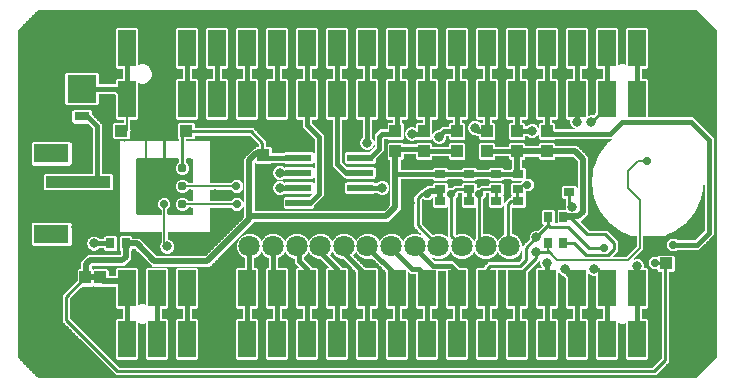
<source format=gbl>
G75*
%MOIN*%
%OFA0B0*%
%FSLAX25Y25*%
%IPPOS*%
%LPD*%
%AMOC8*
5,1,8,0,0,1.08239X$1,22.5*
%
%ADD10R,0.08661X0.02362*%
%ADD11R,0.03937X0.04331*%
%ADD12C,0.07087*%
%ADD13R,0.03543X0.02756*%
%ADD14R,0.06000X0.12000*%
%ADD15R,0.05000X0.03000*%
%ADD16R,0.09700X0.09200*%
%ADD17R,0.02756X0.03543*%
%ADD18R,0.21654X0.03937*%
%ADD19R,0.11811X0.06299*%
%ADD20R,0.04331X0.03937*%
%ADD21C,0.01600*%
%ADD22C,0.02781*%
%ADD23C,0.00800*%
%ADD24C,0.03100*%
%ADD25C,0.00600*%
%ADD26C,0.01000*%
%ADD27C,0.00500*%
%ADD28C,0.03962*%
%ADD29C,0.01500*%
%ADD30C,0.03175*%
%ADD31C,0.00200*%
%ADD32C,0.02000*%
%ADD33C,0.00700*%
D10*
X0095864Y0060600D03*
X0095864Y0065600D03*
X0095864Y0070600D03*
X0095864Y0075600D03*
X0116336Y0075600D03*
X0116336Y0070600D03*
X0116336Y0065600D03*
X0116336Y0060600D03*
D11*
X0128100Y0077754D03*
X0137600Y0077754D03*
X0148600Y0077754D03*
X0158600Y0077754D03*
X0158600Y0084446D03*
X0148600Y0084446D03*
X0137600Y0084446D03*
X0128100Y0084446D03*
X0168600Y0084446D03*
X0178600Y0084446D03*
X0178600Y0077754D03*
X0168600Y0077754D03*
X0084100Y0076446D03*
X0084100Y0069754D03*
X0029700Y0035646D03*
X0024800Y0035646D03*
X0024800Y0028954D03*
X0029700Y0028954D03*
D12*
X0079486Y0046100D03*
X0087360Y0046100D03*
X0095234Y0046100D03*
X0103108Y0046100D03*
X0110982Y0046100D03*
X0118856Y0046100D03*
X0126730Y0046100D03*
X0134604Y0046100D03*
X0142478Y0046100D03*
X0150352Y0046100D03*
X0158226Y0046100D03*
X0166100Y0046100D03*
D13*
X0169100Y0056041D03*
X0161600Y0056041D03*
X0161600Y0061159D03*
X0161600Y0065041D03*
X0169100Y0065041D03*
X0169100Y0061159D03*
X0169100Y0070159D03*
X0161600Y0070159D03*
X0152600Y0070159D03*
X0152600Y0065041D03*
X0152600Y0061159D03*
X0152600Y0056041D03*
X0143100Y0056041D03*
X0143100Y0061159D03*
X0143100Y0065041D03*
X0143100Y0070159D03*
X0186100Y0069159D03*
X0186100Y0064041D03*
D14*
X0188600Y0095100D03*
X0178600Y0095100D03*
X0168600Y0095100D03*
X0158600Y0095100D03*
X0148600Y0095100D03*
X0138600Y0095100D03*
X0128600Y0095100D03*
X0118600Y0095100D03*
X0108600Y0095100D03*
X0098600Y0095100D03*
X0088600Y0095100D03*
X0078600Y0095100D03*
X0068600Y0095100D03*
X0058600Y0095100D03*
X0048600Y0095100D03*
X0038600Y0095100D03*
X0038600Y0112100D03*
X0048600Y0112100D03*
X0058600Y0112100D03*
X0068600Y0112100D03*
X0078600Y0112100D03*
X0088600Y0112100D03*
X0098600Y0112100D03*
X0108600Y0112100D03*
X0118600Y0112100D03*
X0128600Y0112100D03*
X0138600Y0112100D03*
X0148600Y0112100D03*
X0158600Y0112100D03*
X0168600Y0112100D03*
X0178600Y0112100D03*
X0188600Y0112100D03*
X0198600Y0112100D03*
X0208600Y0112100D03*
X0208600Y0095100D03*
X0198600Y0095100D03*
X0198600Y0032100D03*
X0188600Y0032100D03*
X0178600Y0032100D03*
X0168600Y0032100D03*
X0158600Y0032100D03*
X0148600Y0032100D03*
X0138600Y0032100D03*
X0128600Y0032100D03*
X0118600Y0032100D03*
X0108600Y0032100D03*
X0098600Y0032100D03*
X0088600Y0032100D03*
X0078600Y0032100D03*
X0068600Y0032100D03*
X0058600Y0032100D03*
X0048600Y0032100D03*
X0038600Y0032100D03*
X0038600Y0015100D03*
X0048600Y0015100D03*
X0058600Y0015100D03*
X0068600Y0015100D03*
X0078600Y0015100D03*
X0088600Y0015100D03*
X0098600Y0015100D03*
X0108600Y0015100D03*
X0118600Y0015100D03*
X0128600Y0015100D03*
X0138600Y0015100D03*
X0148600Y0015100D03*
X0158600Y0015100D03*
X0168600Y0015100D03*
X0178600Y0015100D03*
X0188600Y0015100D03*
X0198600Y0015100D03*
X0208600Y0015100D03*
X0208600Y0032100D03*
D15*
X0023600Y0089350D03*
D16*
X0023600Y0098600D03*
D17*
X0033141Y0047000D03*
X0038259Y0047000D03*
X0179041Y0047100D03*
X0184159Y0047100D03*
X0184159Y0055900D03*
X0179041Y0055900D03*
D18*
X0022374Y0059663D03*
X0022374Y0067537D03*
D19*
X0013437Y0076986D03*
X0013437Y0050214D03*
D20*
X0036754Y0084600D03*
X0043446Y0084600D03*
X0051654Y0084600D03*
X0058346Y0084600D03*
X0218254Y0040400D03*
X0224946Y0040400D03*
D21*
X0228600Y0046600D02*
X0220600Y0046600D01*
X0228600Y0046600D02*
X0232600Y0050600D01*
X0232600Y0081600D01*
X0226600Y0087600D01*
X0203600Y0087600D01*
X0199600Y0083600D01*
X0180600Y0083600D01*
X0179754Y0084446D01*
X0178600Y0084446D01*
X0178600Y0095100D01*
X0178600Y0112100D01*
X0168600Y0112100D02*
X0168600Y0095100D01*
X0168600Y0084600D01*
X0173600Y0084600D01*
X0168600Y0084600D02*
X0168600Y0084446D01*
X0168600Y0077754D02*
X0158600Y0077754D01*
X0148600Y0077754D02*
X0148600Y0077600D01*
X0148600Y0077754D02*
X0137600Y0077754D01*
X0136754Y0078600D01*
X0128600Y0078600D01*
X0128100Y0078100D01*
X0128100Y0077754D01*
X0122600Y0078600D02*
X0122600Y0082600D01*
X0123600Y0083600D01*
X0127254Y0083600D01*
X0128100Y0084446D01*
X0128600Y0086600D02*
X0128600Y0095100D01*
X0128600Y0112100D01*
X0118600Y0112100D02*
X0118600Y0095100D01*
X0118600Y0080600D01*
X0122600Y0078600D02*
X0119600Y0075600D01*
X0116336Y0075600D01*
X0116600Y0075864D01*
X0116336Y0070600D02*
X0111600Y0070600D01*
X0108600Y0073600D01*
X0108600Y0095100D01*
X0108600Y0112100D01*
X0098600Y0112100D02*
X0098600Y0095100D01*
X0098600Y0086600D01*
X0102600Y0082600D01*
X0102600Y0063600D01*
X0099600Y0060600D01*
X0095864Y0060600D01*
X0095864Y0065600D02*
X0089600Y0065600D01*
X0089600Y0070600D02*
X0095864Y0070600D01*
X0095864Y0075600D02*
X0083946Y0075600D01*
X0084100Y0076446D01*
X0083946Y0076600D01*
X0088600Y0095100D02*
X0088600Y0112100D01*
X0078600Y0112100D02*
X0078600Y0095100D01*
X0068600Y0095100D02*
X0068600Y0112100D01*
X0058600Y0112100D02*
X0058600Y0095100D01*
X0048600Y0095100D02*
X0048600Y0112100D01*
X0038600Y0112100D02*
X0038600Y0095100D01*
X0035100Y0098600D01*
X0023600Y0098600D01*
X0023600Y0089350D02*
X0025350Y0089350D01*
X0028600Y0086100D01*
X0028600Y0068600D01*
X0023437Y0068600D01*
X0022374Y0067537D01*
X0022374Y0059663D02*
X0022100Y0059389D01*
X0022100Y0052600D01*
X0027600Y0047100D02*
X0027641Y0047059D01*
X0033141Y0047000D01*
X0038600Y0036600D02*
X0038600Y0034400D01*
X0038494Y0034506D01*
X0038600Y0034400D02*
X0038600Y0032100D01*
X0038600Y0015100D01*
X0048600Y0015100D02*
X0048600Y0032100D01*
X0058600Y0032100D02*
X0058600Y0015100D01*
X0068600Y0015100D02*
X0068600Y0032100D01*
X0069100Y0032600D01*
X0078600Y0032100D02*
X0078600Y0015100D01*
X0088600Y0015100D02*
X0088600Y0032100D01*
X0087360Y0033340D01*
X0087360Y0046100D01*
X0079486Y0046100D02*
X0079486Y0032986D01*
X0078600Y0032100D01*
X0096100Y0041100D02*
X0096100Y0045234D01*
X0095234Y0046100D01*
X0103108Y0046100D02*
X0103108Y0044092D01*
X0108600Y0038600D01*
X0108600Y0032100D01*
X0108600Y0015100D01*
X0098600Y0015100D02*
X0098600Y0032100D01*
X0098600Y0038600D01*
X0096100Y0041100D01*
X0110982Y0043718D02*
X0118600Y0036100D01*
X0118600Y0032100D01*
X0118600Y0015100D01*
X0128600Y0015100D02*
X0128600Y0032100D01*
X0128600Y0036100D01*
X0118856Y0045844D01*
X0118856Y0046100D01*
X0126730Y0046100D02*
X0126730Y0045470D01*
X0133600Y0038600D01*
X0136100Y0038600D01*
X0138600Y0036100D01*
X0138600Y0032100D01*
X0138600Y0015100D01*
X0148600Y0015100D02*
X0148600Y0032100D01*
X0148600Y0037600D01*
X0146600Y0039600D01*
X0140600Y0039600D01*
X0134604Y0045596D01*
X0134604Y0046100D01*
X0110982Y0046100D02*
X0110982Y0043718D01*
X0116336Y0065600D02*
X0123700Y0065600D01*
X0143100Y0070159D02*
X0145600Y0070159D01*
X0152600Y0070159D01*
X0161600Y0070159D01*
X0169100Y0070159D01*
X0161600Y0061659D02*
X0161600Y0061159D01*
X0152600Y0061159D02*
X0152600Y0065041D01*
X0142600Y0082600D02*
X0144446Y0084446D01*
X0148600Y0084446D01*
X0148600Y0095100D01*
X0148600Y0112100D01*
X0138600Y0112100D02*
X0138600Y0095100D01*
X0138600Y0085446D01*
X0137600Y0084446D01*
X0136754Y0083446D01*
X0133600Y0083600D01*
X0154600Y0085600D02*
X0155754Y0084446D01*
X0158600Y0084446D01*
X0158600Y0095100D01*
X0158600Y0112100D01*
X0188600Y0112100D02*
X0188600Y0095100D01*
X0188600Y0087600D01*
X0198600Y0095100D02*
X0198600Y0112100D01*
X0208600Y0112100D02*
X0208600Y0095100D01*
X0208600Y0039600D02*
X0208600Y0032100D01*
X0208600Y0015100D01*
X0198600Y0015100D02*
X0198600Y0032100D01*
X0198500Y0032200D01*
X0198500Y0035600D01*
X0198500Y0036700D01*
X0188600Y0032100D02*
X0188600Y0015100D01*
X0178600Y0015100D02*
X0178600Y0032100D01*
X0178600Y0040600D01*
X0184600Y0038600D02*
X0188600Y0032100D01*
X0168600Y0032100D02*
X0168600Y0015100D01*
X0158600Y0015100D02*
X0158600Y0032100D01*
X0158600Y0036600D01*
X0168600Y0036659D02*
X0168600Y0032100D01*
D22*
X0197600Y0045600D03*
X0214600Y0040600D03*
X0224600Y0035600D03*
X0220600Y0046600D03*
X0172100Y0053600D03*
X0160100Y0056100D03*
X0151100Y0056100D03*
X0146852Y0063600D03*
X0138600Y0063600D03*
X0156100Y0063600D03*
X0172100Y0066600D03*
X0212100Y0074600D03*
X0075200Y0066100D03*
X0075300Y0060100D03*
X0051100Y0060100D03*
D23*
X0045100Y0060100D02*
X0045100Y0084700D01*
X0224600Y0040054D02*
X0224946Y0040400D01*
D24*
X0057100Y0060100D03*
X0057100Y0066100D03*
X0057100Y0072100D03*
X0051100Y0072100D03*
X0045100Y0072100D03*
X0045100Y0066100D03*
X0045100Y0060100D03*
D25*
X0051100Y0060100D02*
X0051100Y0046800D01*
X0051200Y0046800D01*
X0052000Y0046000D01*
X0057100Y0060100D02*
X0075300Y0060100D01*
X0075200Y0066100D02*
X0057100Y0066100D01*
X0051100Y0081900D02*
X0051154Y0081954D01*
X0051654Y0084600D01*
X0051154Y0092546D01*
X0048600Y0095100D01*
X0048600Y0088254D01*
X0043446Y0084600D01*
X0044700Y0084900D02*
X0044800Y0084800D01*
X0044800Y0084700D01*
X0044900Y0084800D01*
X0045000Y0084800D01*
X0045100Y0084700D01*
X0057100Y0083854D02*
X0058346Y0084600D01*
X0058146Y0084300D01*
X0058700Y0084300D01*
X0057100Y0083854D02*
X0057100Y0082700D01*
X0068700Y0032200D02*
X0068600Y0032100D01*
D26*
X0029700Y0028954D02*
X0024800Y0028954D01*
X0025100Y0028654D01*
X0025100Y0024900D01*
X0024000Y0023800D01*
X0022100Y0023800D01*
X0018400Y0021500D02*
X0018400Y0029246D01*
X0024800Y0035646D01*
X0024554Y0035400D01*
X0018400Y0021500D02*
X0035500Y0004400D01*
X0214300Y0004400D01*
X0218054Y0008154D01*
X0218054Y0040600D01*
X0218254Y0040400D01*
X0218054Y0040600D02*
X0214600Y0040600D01*
X0224600Y0040054D02*
X0224600Y0035600D01*
X0201100Y0045100D02*
X0201100Y0047100D01*
X0198100Y0050100D01*
X0192100Y0050100D01*
X0186600Y0055600D01*
X0184459Y0055600D01*
X0184159Y0055900D01*
X0185600Y0052600D02*
X0179600Y0052600D01*
X0179041Y0053159D01*
X0179041Y0055900D01*
X0179041Y0053041D01*
X0175100Y0049100D01*
X0171600Y0045600D01*
X0171600Y0041600D01*
X0169600Y0039600D01*
X0159600Y0039600D01*
X0158600Y0038600D01*
X0158600Y0036600D01*
X0168600Y0036659D02*
X0169659Y0036659D01*
X0175100Y0042100D01*
X0175100Y0044100D01*
X0179600Y0044100D01*
X0180100Y0043600D01*
X0184159Y0047100D02*
X0187600Y0047100D01*
X0191600Y0043100D01*
X0199100Y0043100D01*
X0201100Y0045100D01*
X0197600Y0045600D02*
X0192600Y0045600D01*
X0185600Y0052600D01*
X0179041Y0055900D02*
X0179041Y0057041D01*
X0175100Y0055100D02*
X0173600Y0053600D01*
X0172100Y0053600D01*
X0169659Y0056041D01*
X0169100Y0056041D01*
X0175100Y0055100D02*
X0175100Y0063600D01*
X0180600Y0069100D01*
X0186041Y0069100D01*
X0186100Y0069159D01*
X0186300Y0069359D01*
X0186100Y0064041D02*
X0186100Y0060100D01*
X0187100Y0059100D01*
X0172100Y0066600D02*
X0170659Y0066600D01*
X0169100Y0065041D01*
X0168659Y0064600D01*
X0168659Y0061600D01*
X0169100Y0061159D01*
X0166659Y0061159D01*
X0165600Y0060100D01*
X0165600Y0046600D01*
X0166100Y0046100D01*
X0158226Y0046100D02*
X0156100Y0048226D01*
X0156100Y0063600D01*
X0156100Y0064100D01*
X0157100Y0065100D01*
X0161159Y0065100D01*
X0161600Y0065041D01*
X0161600Y0061159D01*
X0168659Y0064600D02*
X0168600Y0065600D01*
X0161600Y0056041D02*
X0158659Y0056041D01*
X0160100Y0056100D01*
X0152600Y0056041D02*
X0149541Y0056159D01*
X0151100Y0056100D01*
X0143100Y0056041D02*
X0142641Y0056041D01*
X0139400Y0056000D01*
X0135600Y0052978D02*
X0142478Y0046100D01*
X0146852Y0049600D02*
X0150352Y0046100D01*
X0146852Y0049600D02*
X0146852Y0063600D01*
X0148293Y0065041D01*
X0152600Y0065041D01*
X0143100Y0065041D02*
X0143100Y0064600D01*
X0138600Y0063600D02*
X0137100Y0063600D01*
X0135600Y0062100D01*
X0135600Y0052978D01*
X0084100Y0076446D02*
X0083800Y0076746D01*
X0083800Y0080600D01*
X0080100Y0084300D01*
X0058700Y0084300D01*
X0057100Y0082700D02*
X0057100Y0072100D01*
X0051100Y0072100D02*
X0051100Y0081900D01*
X0051100Y0083900D01*
X0045046Y0084500D02*
X0043446Y0084600D01*
X0193500Y0087500D02*
X0198600Y0092600D01*
X0198600Y0095100D01*
X0195600Y0038500D02*
X0194300Y0038500D01*
X0195600Y0038500D02*
X0198500Y0035600D01*
D27*
X0060100Y0057100D02*
X0052450Y0057100D01*
X0052450Y0058018D01*
X0052482Y0058031D01*
X0053169Y0058718D01*
X0053541Y0059615D01*
X0053541Y0060585D01*
X0053169Y0061482D01*
X0052482Y0062169D01*
X0051585Y0062541D01*
X0050615Y0062541D01*
X0049718Y0062169D01*
X0049031Y0061482D01*
X0048659Y0060585D01*
X0048659Y0059615D01*
X0049031Y0058718D01*
X0049718Y0058031D01*
X0049750Y0058018D01*
X0049750Y0057100D01*
X0042100Y0057100D01*
X0042100Y0075050D01*
X0055550Y0075050D01*
X0055550Y0074227D01*
X0054896Y0073573D01*
X0054500Y0072617D01*
X0054500Y0071583D01*
X0054896Y0070627D01*
X0055627Y0069896D01*
X0056583Y0069500D01*
X0057617Y0069500D01*
X0058573Y0069896D01*
X0059304Y0070627D01*
X0059700Y0071583D01*
X0059700Y0072617D01*
X0059304Y0073573D01*
X0058650Y0074227D01*
X0058650Y0075050D01*
X0060100Y0075050D01*
X0060100Y0067450D01*
X0059355Y0067450D01*
X0059304Y0067573D01*
X0058573Y0068304D01*
X0057617Y0068700D01*
X0056583Y0068700D01*
X0055627Y0068304D01*
X0054896Y0067573D01*
X0054500Y0066617D01*
X0054500Y0065583D01*
X0054896Y0064627D01*
X0055627Y0063896D01*
X0056583Y0063500D01*
X0057617Y0063500D01*
X0058573Y0063896D01*
X0059304Y0064627D01*
X0059355Y0064750D01*
X0060100Y0064750D01*
X0060100Y0061450D01*
X0059355Y0061450D01*
X0059304Y0061573D01*
X0058573Y0062304D01*
X0057617Y0062700D01*
X0056583Y0062700D01*
X0055627Y0062304D01*
X0054896Y0061573D01*
X0054500Y0060617D01*
X0054500Y0059583D01*
X0054896Y0058627D01*
X0055627Y0057896D01*
X0056583Y0057500D01*
X0057617Y0057500D01*
X0058573Y0057896D01*
X0059304Y0058627D01*
X0059355Y0058750D01*
X0060100Y0058750D01*
X0060100Y0057100D01*
X0060100Y0057432D02*
X0052450Y0057432D01*
X0052450Y0057930D02*
X0055593Y0057930D01*
X0055094Y0058429D02*
X0052880Y0058429D01*
X0053256Y0058927D02*
X0054772Y0058927D01*
X0054565Y0059426D02*
X0053462Y0059426D01*
X0053541Y0059924D02*
X0054500Y0059924D01*
X0054500Y0060423D02*
X0053541Y0060423D01*
X0053401Y0060921D02*
X0054626Y0060921D01*
X0054833Y0061420D02*
X0053195Y0061420D01*
X0052733Y0061918D02*
X0055241Y0061918D01*
X0055899Y0062417D02*
X0051884Y0062417D01*
X0050316Y0062417D02*
X0042100Y0062417D01*
X0042100Y0062915D02*
X0060100Y0062915D01*
X0060100Y0062417D02*
X0058301Y0062417D01*
X0058959Y0061918D02*
X0060100Y0061918D01*
X0060100Y0063414D02*
X0042100Y0063414D01*
X0042100Y0063912D02*
X0055611Y0063912D01*
X0055112Y0064411D02*
X0042100Y0064411D01*
X0042100Y0064909D02*
X0054779Y0064909D01*
X0054572Y0065408D02*
X0042100Y0065408D01*
X0042100Y0065906D02*
X0054500Y0065906D01*
X0054500Y0066405D02*
X0042100Y0066405D01*
X0042100Y0066903D02*
X0054619Y0066903D01*
X0054825Y0067402D02*
X0042100Y0067402D01*
X0042100Y0067901D02*
X0055224Y0067901D01*
X0055856Y0068399D02*
X0042100Y0068399D01*
X0042100Y0068898D02*
X0060100Y0068898D01*
X0060100Y0069396D02*
X0042100Y0069396D01*
X0042100Y0069895D02*
X0055630Y0069895D01*
X0055130Y0070393D02*
X0042100Y0070393D01*
X0042100Y0070892D02*
X0054786Y0070892D01*
X0054580Y0071390D02*
X0042100Y0071390D01*
X0042100Y0071889D02*
X0054500Y0071889D01*
X0054500Y0072387D02*
X0042100Y0072387D01*
X0042100Y0072886D02*
X0054611Y0072886D01*
X0054818Y0073384D02*
X0042100Y0073384D01*
X0042100Y0073883D02*
X0055206Y0073883D01*
X0055550Y0074381D02*
X0042100Y0074381D01*
X0042100Y0074880D02*
X0055550Y0074880D01*
X0058650Y0074880D02*
X0060100Y0074880D01*
X0060100Y0074381D02*
X0058650Y0074381D01*
X0058994Y0073883D02*
X0060100Y0073883D01*
X0060100Y0073384D02*
X0059382Y0073384D01*
X0059589Y0072886D02*
X0060100Y0072886D01*
X0060100Y0072387D02*
X0059700Y0072387D01*
X0059700Y0071889D02*
X0060100Y0071889D01*
X0060100Y0071390D02*
X0059620Y0071390D01*
X0059414Y0070892D02*
X0060100Y0070892D01*
X0060100Y0070393D02*
X0059070Y0070393D01*
X0058570Y0069895D02*
X0060100Y0069895D01*
X0060100Y0068399D02*
X0058344Y0068399D01*
X0058976Y0067901D02*
X0060100Y0067901D01*
X0060100Y0064411D02*
X0059088Y0064411D01*
X0058589Y0063912D02*
X0060100Y0063912D01*
X0060100Y0058429D02*
X0059106Y0058429D01*
X0058607Y0057930D02*
X0060100Y0057930D01*
X0049750Y0057930D02*
X0042100Y0057930D01*
X0042100Y0057432D02*
X0049750Y0057432D01*
X0049320Y0058429D02*
X0042100Y0058429D01*
X0042100Y0058927D02*
X0048944Y0058927D01*
X0048738Y0059426D02*
X0042100Y0059426D01*
X0042100Y0059924D02*
X0048659Y0059924D01*
X0048659Y0060423D02*
X0042100Y0060423D01*
X0042100Y0060921D02*
X0048799Y0060921D01*
X0049005Y0061420D02*
X0042100Y0061420D01*
X0042100Y0061918D02*
X0049467Y0061918D01*
D28*
X0022100Y0052600D03*
X0072500Y0040800D03*
X0084100Y0060200D03*
X0084100Y0064700D03*
X0107100Y0059900D03*
X0022100Y0023800D03*
D29*
X0084100Y0064700D02*
X0084100Y0069754D01*
X0107100Y0059900D02*
X0112100Y0059900D01*
X0113500Y0060600D01*
X0116336Y0060600D01*
X0127859Y0070159D02*
X0128100Y0069900D01*
X0127859Y0070159D02*
X0145600Y0070159D01*
D30*
X0142900Y0074000D03*
X0153400Y0074000D03*
X0163400Y0074000D03*
X0177900Y0072000D03*
X0181400Y0065500D03*
X0187100Y0059200D03*
X0175100Y0049100D03*
X0175100Y0044100D03*
X0178600Y0040600D03*
X0184600Y0038600D03*
X0194300Y0038500D03*
X0208600Y0039600D03*
X0224400Y0029000D03*
X0231400Y0023500D03*
X0224400Y0018000D03*
X0229400Y0040500D03*
X0173600Y0084600D03*
X0188600Y0087600D03*
X0193500Y0087500D03*
X0224400Y0104000D03*
X0154600Y0085600D03*
X0142600Y0082600D03*
X0133600Y0083600D03*
X0118600Y0080600D03*
X0108400Y0067500D03*
X0123700Y0065600D03*
X0123400Y0060500D03*
X0132900Y0060500D03*
X0139400Y0056000D03*
X0132900Y0066000D03*
X0089600Y0065600D03*
X0089600Y0070600D03*
X0074900Y0074500D03*
X0067900Y0078500D03*
X0074900Y0079500D03*
X0086900Y0083000D03*
X0067900Y0070000D03*
X0067900Y0063500D03*
X0067900Y0053000D03*
X0064900Y0049000D03*
X0057400Y0049000D03*
X0052000Y0046000D03*
X0046900Y0049000D03*
X0033400Y0052500D03*
X0031900Y0056000D03*
X0023900Y0056000D03*
X0019900Y0056000D03*
X0015900Y0056000D03*
X0008900Y0061000D03*
X0027600Y0047100D03*
X0007900Y0032000D03*
X0007400Y0019000D03*
X0019900Y0011000D03*
X0032900Y0072500D03*
X0033400Y0080000D03*
X0047400Y0084500D03*
X0010400Y0094500D03*
X0010400Y0107500D03*
X0025900Y0113000D03*
D31*
X0032850Y0005070D02*
X0006327Y0005070D01*
X0006525Y0004872D02*
X0033048Y0004872D01*
X0033247Y0004673D02*
X0006724Y0004673D01*
X0006922Y0004475D02*
X0033445Y0004475D01*
X0033644Y0004276D02*
X0007121Y0004276D01*
X0007319Y0004078D02*
X0033842Y0004078D01*
X0034041Y0003879D02*
X0007518Y0003879D01*
X0007716Y0003681D02*
X0034239Y0003681D01*
X0034438Y0003482D02*
X0007915Y0003482D01*
X0008113Y0003284D02*
X0034636Y0003284D01*
X0034835Y0003085D02*
X0008312Y0003085D01*
X0008510Y0002887D02*
X0228690Y0002887D01*
X0228888Y0003085D02*
X0214965Y0003085D01*
X0214880Y0003000D02*
X0215700Y0003820D01*
X0219454Y0007574D01*
X0219454Y0037531D01*
X0220792Y0037531D01*
X0221319Y0038059D01*
X0221319Y0042741D01*
X0220792Y0043268D01*
X0215715Y0043268D01*
X0215337Y0042891D01*
X0213651Y0042891D01*
X0212309Y0041549D01*
X0212309Y0039651D01*
X0213651Y0038309D01*
X0215188Y0038309D01*
X0215188Y0038059D01*
X0215715Y0037531D01*
X0216654Y0037531D01*
X0216654Y0008733D01*
X0213720Y0005800D01*
X0036080Y0005800D01*
X0019800Y0022080D01*
X0019800Y0028667D01*
X0023715Y0032581D01*
X0027141Y0032581D01*
X0027250Y0032690D01*
X0027359Y0032581D01*
X0032041Y0032581D01*
X0032066Y0032606D01*
X0034700Y0032606D01*
X0034700Y0025727D01*
X0035227Y0025200D01*
X0036900Y0025200D01*
X0036900Y0022000D01*
X0035227Y0022000D01*
X0034700Y0021473D01*
X0034700Y0008727D01*
X0035227Y0008200D01*
X0041973Y0008200D01*
X0042500Y0008727D01*
X0042500Y0020308D01*
X0042911Y0020138D01*
X0044289Y0020138D01*
X0044700Y0020308D01*
X0044700Y0008727D01*
X0045227Y0008200D01*
X0051973Y0008200D01*
X0052500Y0008727D01*
X0052500Y0021473D01*
X0051973Y0022000D01*
X0050300Y0022000D01*
X0050300Y0025200D01*
X0051973Y0025200D01*
X0052500Y0025727D01*
X0052500Y0038473D01*
X0051973Y0039000D01*
X0045227Y0039000D01*
X0044700Y0038473D01*
X0044700Y0026892D01*
X0044289Y0027062D01*
X0042911Y0027062D01*
X0042500Y0026892D01*
X0042500Y0038473D01*
X0041973Y0039000D01*
X0035227Y0039000D01*
X0034700Y0038473D01*
X0034700Y0036405D01*
X0032568Y0036405D01*
X0032568Y0038185D01*
X0032041Y0038712D01*
X0027359Y0038712D01*
X0027250Y0038603D01*
X0027141Y0038712D01*
X0026900Y0038712D01*
X0026900Y0039313D01*
X0027187Y0039600D01*
X0037987Y0039600D01*
X0039100Y0040713D01*
X0040159Y0041772D01*
X0040159Y0044478D01*
X0040537Y0044856D01*
X0040537Y0045100D01*
X0041113Y0045100D01*
X0045900Y0040313D01*
X0047013Y0039200D01*
X0066287Y0039200D01*
X0080187Y0053100D01*
X0081287Y0054200D01*
X0125987Y0054200D01*
X0127100Y0055313D01*
X0130000Y0058213D01*
X0130000Y0068509D01*
X0140428Y0068509D01*
X0140428Y0068408D01*
X0140956Y0067881D01*
X0145244Y0067881D01*
X0145772Y0068408D01*
X0145772Y0068459D01*
X0149928Y0068459D01*
X0149928Y0068408D01*
X0150456Y0067881D01*
X0154744Y0067881D01*
X0155272Y0068408D01*
X0155272Y0068459D01*
X0158928Y0068459D01*
X0158928Y0068408D01*
X0159456Y0067881D01*
X0163744Y0067881D01*
X0164272Y0068408D01*
X0164272Y0068459D01*
X0166428Y0068459D01*
X0166428Y0068408D01*
X0166956Y0067881D01*
X0169960Y0067881D01*
X0169398Y0067319D01*
X0166956Y0067319D01*
X0166428Y0066792D01*
X0166428Y0063290D01*
X0166619Y0063100D01*
X0166428Y0062910D01*
X0166428Y0062559D01*
X0166079Y0062559D01*
X0165020Y0061500D01*
X0164272Y0060752D01*
X0164272Y0062910D01*
X0164081Y0063100D01*
X0164272Y0063290D01*
X0164272Y0066792D01*
X0163744Y0067319D01*
X0159456Y0067319D01*
X0158928Y0066792D01*
X0158928Y0066500D01*
X0156520Y0066500D01*
X0155911Y0065891D01*
X0155272Y0065891D01*
X0155272Y0066792D01*
X0154744Y0067319D01*
X0150456Y0067319D01*
X0149928Y0066792D01*
X0149928Y0066441D01*
X0147713Y0066441D01*
X0147163Y0065891D01*
X0145903Y0065891D01*
X0145772Y0065759D01*
X0145772Y0066792D01*
X0145244Y0067319D01*
X0140956Y0067319D01*
X0140428Y0066792D01*
X0140428Y0066500D01*
X0138813Y0066500D01*
X0138204Y0065891D01*
X0137651Y0065891D01*
X0136761Y0065000D01*
X0136520Y0065000D01*
X0135020Y0063500D01*
X0134200Y0062680D01*
X0134200Y0052398D01*
X0136456Y0050142D01*
X0135488Y0050543D01*
X0133720Y0050543D01*
X0132087Y0049867D01*
X0130837Y0048617D01*
X0130667Y0048206D01*
X0130497Y0048617D01*
X0129247Y0049867D01*
X0127614Y0050543D01*
X0125846Y0050543D01*
X0124213Y0049867D01*
X0122963Y0048617D01*
X0122793Y0048206D01*
X0122623Y0048617D01*
X0121373Y0049867D01*
X0119740Y0050543D01*
X0117972Y0050543D01*
X0116339Y0049867D01*
X0115089Y0048617D01*
X0114919Y0048206D01*
X0114749Y0048617D01*
X0113499Y0049867D01*
X0111866Y0050543D01*
X0110098Y0050543D01*
X0108465Y0049867D01*
X0107215Y0048617D01*
X0107045Y0048206D01*
X0106875Y0048617D01*
X0105625Y0049867D01*
X0103992Y0050543D01*
X0102224Y0050543D01*
X0100591Y0049867D01*
X0099341Y0048617D01*
X0099171Y0048206D01*
X0099001Y0048617D01*
X0097751Y0049867D01*
X0096118Y0050543D01*
X0094350Y0050543D01*
X0092717Y0049867D01*
X0091467Y0048617D01*
X0091297Y0048206D01*
X0091127Y0048617D01*
X0089877Y0049867D01*
X0088244Y0050543D01*
X0086476Y0050543D01*
X0084843Y0049867D01*
X0083593Y0048617D01*
X0083423Y0048206D01*
X0083253Y0048617D01*
X0082003Y0049867D01*
X0080370Y0050543D01*
X0078602Y0050543D01*
X0076969Y0049867D01*
X0075719Y0048617D01*
X0075043Y0046984D01*
X0075043Y0045216D01*
X0075719Y0043583D01*
X0076969Y0042333D01*
X0077786Y0041995D01*
X0077786Y0039000D01*
X0075227Y0039000D01*
X0074700Y0038473D01*
X0074700Y0025727D01*
X0075227Y0025200D01*
X0076900Y0025200D01*
X0076900Y0022000D01*
X0075227Y0022000D01*
X0074700Y0021473D01*
X0074700Y0008727D01*
X0075227Y0008200D01*
X0081973Y0008200D01*
X0082500Y0008727D01*
X0082500Y0021473D01*
X0081973Y0022000D01*
X0080300Y0022000D01*
X0080300Y0025200D01*
X0081973Y0025200D01*
X0082500Y0025727D01*
X0082500Y0038473D01*
X0081973Y0039000D01*
X0081186Y0039000D01*
X0081186Y0041995D01*
X0082003Y0042333D01*
X0083253Y0043583D01*
X0083423Y0043994D01*
X0083593Y0043583D01*
X0084843Y0042333D01*
X0085660Y0041995D01*
X0085660Y0039000D01*
X0085227Y0039000D01*
X0084700Y0038473D01*
X0084700Y0025727D01*
X0085227Y0025200D01*
X0086900Y0025200D01*
X0086900Y0022000D01*
X0085227Y0022000D01*
X0084700Y0021473D01*
X0084700Y0008727D01*
X0085227Y0008200D01*
X0091973Y0008200D01*
X0092500Y0008727D01*
X0092500Y0021473D01*
X0091973Y0022000D01*
X0090300Y0022000D01*
X0090300Y0025200D01*
X0091973Y0025200D01*
X0092500Y0025727D01*
X0092500Y0038473D01*
X0091973Y0039000D01*
X0089060Y0039000D01*
X0089060Y0041995D01*
X0089877Y0042333D01*
X0091127Y0043583D01*
X0091297Y0043994D01*
X0091467Y0043583D01*
X0092717Y0042333D01*
X0094350Y0041657D01*
X0094400Y0041657D01*
X0094400Y0040396D01*
X0095396Y0039400D01*
X0095796Y0039000D01*
X0095227Y0039000D01*
X0094700Y0038473D01*
X0094700Y0025727D01*
X0095227Y0025200D01*
X0096900Y0025200D01*
X0096900Y0022000D01*
X0095227Y0022000D01*
X0094700Y0021473D01*
X0094700Y0008727D01*
X0095227Y0008200D01*
X0101973Y0008200D01*
X0102500Y0008727D01*
X0102500Y0021473D01*
X0101973Y0022000D01*
X0100300Y0022000D01*
X0100300Y0025200D01*
X0101973Y0025200D01*
X0102500Y0025727D01*
X0102500Y0038473D01*
X0101973Y0039000D01*
X0100300Y0039000D01*
X0100300Y0039304D01*
X0097800Y0041804D01*
X0097800Y0042382D01*
X0099001Y0043583D01*
X0099171Y0043994D01*
X0099341Y0043583D01*
X0100591Y0042333D01*
X0102224Y0041657D01*
X0103139Y0041657D01*
X0105796Y0039000D01*
X0105227Y0039000D01*
X0104700Y0038473D01*
X0104700Y0025727D01*
X0105227Y0025200D01*
X0106900Y0025200D01*
X0106900Y0022000D01*
X0105227Y0022000D01*
X0104700Y0021473D01*
X0104700Y0008727D01*
X0105227Y0008200D01*
X0111973Y0008200D01*
X0112500Y0008727D01*
X0112500Y0021473D01*
X0111973Y0022000D01*
X0110300Y0022000D01*
X0110300Y0025200D01*
X0111973Y0025200D01*
X0112500Y0025727D01*
X0112500Y0038473D01*
X0111973Y0039000D01*
X0110300Y0039000D01*
X0110300Y0039304D01*
X0109304Y0040300D01*
X0106448Y0043156D01*
X0106875Y0043583D01*
X0107045Y0043994D01*
X0107215Y0043583D01*
X0108465Y0042333D01*
X0110098Y0041657D01*
X0110639Y0041657D01*
X0114700Y0037596D01*
X0114700Y0025727D01*
X0115227Y0025200D01*
X0116900Y0025200D01*
X0116900Y0022000D01*
X0115227Y0022000D01*
X0114700Y0021473D01*
X0114700Y0008727D01*
X0115227Y0008200D01*
X0121973Y0008200D01*
X0122500Y0008727D01*
X0122500Y0021473D01*
X0121973Y0022000D01*
X0120300Y0022000D01*
X0120300Y0025200D01*
X0121973Y0025200D01*
X0122500Y0025727D01*
X0122500Y0038473D01*
X0121973Y0039000D01*
X0118104Y0039000D01*
X0114135Y0042969D01*
X0114749Y0043583D01*
X0114919Y0043994D01*
X0115089Y0043583D01*
X0116339Y0042333D01*
X0117972Y0041657D01*
X0119740Y0041657D01*
X0120376Y0041920D01*
X0124700Y0037596D01*
X0124700Y0025727D01*
X0125227Y0025200D01*
X0126900Y0025200D01*
X0126900Y0022000D01*
X0125227Y0022000D01*
X0124700Y0021473D01*
X0124700Y0008727D01*
X0125227Y0008200D01*
X0131973Y0008200D01*
X0132500Y0008727D01*
X0132500Y0021473D01*
X0131973Y0022000D01*
X0130300Y0022000D01*
X0130300Y0025200D01*
X0131973Y0025200D01*
X0132500Y0025727D01*
X0132500Y0037296D01*
X0132896Y0036900D01*
X0134700Y0036900D01*
X0134700Y0025727D01*
X0135227Y0025200D01*
X0136900Y0025200D01*
X0136900Y0022000D01*
X0135227Y0022000D01*
X0134700Y0021473D01*
X0134700Y0008727D01*
X0135227Y0008200D01*
X0141973Y0008200D01*
X0142500Y0008727D01*
X0142500Y0021473D01*
X0141973Y0022000D01*
X0140300Y0022000D01*
X0140300Y0025200D01*
X0141973Y0025200D01*
X0142500Y0025727D01*
X0142500Y0037900D01*
X0144700Y0037900D01*
X0144700Y0025727D01*
X0145227Y0025200D01*
X0146900Y0025200D01*
X0146900Y0022000D01*
X0145227Y0022000D01*
X0144700Y0021473D01*
X0144700Y0008727D01*
X0145227Y0008200D01*
X0151973Y0008200D01*
X0152500Y0008727D01*
X0152500Y0021473D01*
X0151973Y0022000D01*
X0150300Y0022000D01*
X0150300Y0025200D01*
X0151973Y0025200D01*
X0152500Y0025727D01*
X0152500Y0038473D01*
X0151973Y0039000D01*
X0149604Y0039000D01*
X0149304Y0039300D01*
X0147304Y0041300D01*
X0141304Y0041300D01*
X0140490Y0042114D01*
X0141594Y0041657D01*
X0143362Y0041657D01*
X0144995Y0042333D01*
X0146245Y0043583D01*
X0146415Y0043994D01*
X0146585Y0043583D01*
X0147835Y0042333D01*
X0149468Y0041657D01*
X0151236Y0041657D01*
X0152869Y0042333D01*
X0154119Y0043583D01*
X0154289Y0043994D01*
X0154459Y0043583D01*
X0155709Y0042333D01*
X0157342Y0041657D01*
X0159110Y0041657D01*
X0160743Y0042333D01*
X0161993Y0043583D01*
X0162163Y0043994D01*
X0162333Y0043583D01*
X0163583Y0042333D01*
X0165216Y0041657D01*
X0166984Y0041657D01*
X0168617Y0042333D01*
X0169867Y0043583D01*
X0170200Y0044387D01*
X0170200Y0042180D01*
X0169020Y0041000D01*
X0159020Y0041000D01*
X0158200Y0040180D01*
X0157200Y0039180D01*
X0157200Y0039000D01*
X0155227Y0039000D01*
X0154700Y0038473D01*
X0154700Y0025727D01*
X0155227Y0025200D01*
X0156900Y0025200D01*
X0156900Y0022000D01*
X0155227Y0022000D01*
X0154700Y0021473D01*
X0154700Y0008727D01*
X0155227Y0008200D01*
X0161973Y0008200D01*
X0162500Y0008727D01*
X0162500Y0021473D01*
X0161973Y0022000D01*
X0160300Y0022000D01*
X0160300Y0025200D01*
X0161973Y0025200D01*
X0162500Y0025727D01*
X0162500Y0038200D01*
X0164700Y0038200D01*
X0164700Y0025727D01*
X0165227Y0025200D01*
X0166900Y0025200D01*
X0166900Y0022000D01*
X0165227Y0022000D01*
X0164700Y0021473D01*
X0164700Y0008727D01*
X0165227Y0008200D01*
X0171973Y0008200D01*
X0172500Y0008727D01*
X0172500Y0021473D01*
X0171973Y0022000D01*
X0170300Y0022000D01*
X0170300Y0025200D01*
X0171973Y0025200D01*
X0172500Y0025727D01*
X0172500Y0037520D01*
X0176139Y0041160D01*
X0176113Y0041095D01*
X0176113Y0040105D01*
X0176491Y0039191D01*
X0176682Y0039000D01*
X0175227Y0039000D01*
X0174700Y0038473D01*
X0174700Y0025727D01*
X0175227Y0025200D01*
X0176900Y0025200D01*
X0176900Y0022000D01*
X0175227Y0022000D01*
X0174700Y0021473D01*
X0174700Y0008727D01*
X0175227Y0008200D01*
X0181973Y0008200D01*
X0182500Y0008727D01*
X0182500Y0021473D01*
X0181973Y0022000D01*
X0180300Y0022000D01*
X0180300Y0025200D01*
X0181973Y0025200D01*
X0182500Y0025727D01*
X0182500Y0037182D01*
X0183191Y0036491D01*
X0184105Y0036113D01*
X0184135Y0036113D01*
X0184700Y0035194D01*
X0184700Y0025727D01*
X0185227Y0025200D01*
X0186900Y0025200D01*
X0186900Y0022000D01*
X0185227Y0022000D01*
X0184700Y0021473D01*
X0184700Y0008727D01*
X0185227Y0008200D01*
X0191973Y0008200D01*
X0192500Y0008727D01*
X0192500Y0021473D01*
X0191973Y0022000D01*
X0190300Y0022000D01*
X0190300Y0025200D01*
X0191973Y0025200D01*
X0192500Y0025727D01*
X0192500Y0036782D01*
X0192891Y0036391D01*
X0193805Y0036013D01*
X0194700Y0036013D01*
X0194700Y0025727D01*
X0195227Y0025200D01*
X0196900Y0025200D01*
X0196900Y0022000D01*
X0195227Y0022000D01*
X0194700Y0021473D01*
X0194700Y0008727D01*
X0195227Y0008200D01*
X0201973Y0008200D01*
X0202500Y0008727D01*
X0202500Y0020308D01*
X0202911Y0020138D01*
X0204289Y0020138D01*
X0204700Y0020308D01*
X0204700Y0008727D01*
X0205227Y0008200D01*
X0211973Y0008200D01*
X0212500Y0008727D01*
X0212500Y0021473D01*
X0211973Y0022000D01*
X0210300Y0022000D01*
X0210300Y0025200D01*
X0211973Y0025200D01*
X0212500Y0025727D01*
X0212500Y0038473D01*
X0211973Y0039000D01*
X0211044Y0039000D01*
X0211087Y0039105D01*
X0211087Y0040095D01*
X0210709Y0041009D01*
X0210009Y0041709D01*
X0209095Y0042087D01*
X0208105Y0042087D01*
X0207678Y0041911D01*
X0210118Y0044350D01*
X0210850Y0045082D01*
X0210850Y0049400D01*
X0218086Y0049400D01*
X0218153Y0049390D01*
X0218166Y0049400D01*
X0218183Y0049400D01*
X0218231Y0049448D01*
X0218286Y0049489D01*
X0218288Y0049506D01*
X0218300Y0049517D01*
X0218300Y0049585D01*
X0218346Y0049902D01*
X0218596Y0049902D01*
X0218760Y0050065D01*
X0220858Y0050833D01*
X0220858Y0050833D01*
X0224938Y0053720D01*
X0228120Y0057574D01*
X0230181Y0062126D01*
X0230181Y0062126D01*
X0230900Y0066581D01*
X0230900Y0051304D01*
X0227896Y0048300D01*
X0222139Y0048300D01*
X0221549Y0048891D01*
X0219651Y0048891D01*
X0218309Y0047549D01*
X0218309Y0045651D01*
X0219651Y0044309D01*
X0221549Y0044309D01*
X0222139Y0044900D01*
X0229304Y0044900D01*
X0230300Y0045896D01*
X0234300Y0049896D01*
X0234300Y0082304D01*
X0233304Y0083300D01*
X0227304Y0089300D01*
X0212500Y0089300D01*
X0212500Y0101473D01*
X0211973Y0102000D01*
X0210300Y0102000D01*
X0210300Y0105200D01*
X0211973Y0105200D01*
X0212500Y0105727D01*
X0212500Y0118473D01*
X0211973Y0119000D01*
X0205227Y0119000D01*
X0204700Y0118473D01*
X0204700Y0106892D01*
X0204289Y0107062D01*
X0202911Y0107062D01*
X0202500Y0106892D01*
X0202500Y0118473D01*
X0201973Y0119000D01*
X0195227Y0119000D01*
X0194700Y0118473D01*
X0194700Y0105727D01*
X0195227Y0105200D01*
X0196900Y0105200D01*
X0196900Y0102000D01*
X0195227Y0102000D01*
X0194700Y0101473D01*
X0194700Y0090680D01*
X0194004Y0089984D01*
X0193995Y0089987D01*
X0193005Y0089987D01*
X0192500Y0089778D01*
X0192500Y0101473D01*
X0191973Y0102000D01*
X0190300Y0102000D01*
X0190300Y0105200D01*
X0191973Y0105200D01*
X0192500Y0105727D01*
X0192500Y0118473D01*
X0191973Y0119000D01*
X0185227Y0119000D01*
X0184700Y0118473D01*
X0184700Y0105727D01*
X0185227Y0105200D01*
X0186900Y0105200D01*
X0186900Y0102000D01*
X0185227Y0102000D01*
X0184700Y0101473D01*
X0184700Y0088727D01*
X0185227Y0088200D01*
X0186156Y0088200D01*
X0186113Y0088095D01*
X0186113Y0087105D01*
X0186491Y0086191D01*
X0187191Y0085491D01*
X0187653Y0085300D01*
X0181468Y0085300D01*
X0181468Y0086985D01*
X0180941Y0087512D01*
X0180300Y0087512D01*
X0180300Y0088200D01*
X0181973Y0088200D01*
X0182500Y0088727D01*
X0182500Y0101473D01*
X0181973Y0102000D01*
X0180300Y0102000D01*
X0180300Y0105200D01*
X0181973Y0105200D01*
X0182500Y0105727D01*
X0182500Y0118473D01*
X0181973Y0119000D01*
X0175227Y0119000D01*
X0174700Y0118473D01*
X0174700Y0105727D01*
X0175227Y0105200D01*
X0176900Y0105200D01*
X0176900Y0102000D01*
X0175227Y0102000D01*
X0174700Y0101473D01*
X0174700Y0088727D01*
X0175227Y0088200D01*
X0176900Y0088200D01*
X0176900Y0087512D01*
X0176259Y0087512D01*
X0175731Y0086985D01*
X0175731Y0085954D01*
X0175709Y0086009D01*
X0175009Y0086709D01*
X0174095Y0087087D01*
X0173105Y0087087D01*
X0172191Y0086709D01*
X0171782Y0086300D01*
X0171468Y0086300D01*
X0171468Y0086985D01*
X0170941Y0087512D01*
X0170300Y0087512D01*
X0170300Y0088200D01*
X0171973Y0088200D01*
X0172500Y0088727D01*
X0172500Y0101473D01*
X0171973Y0102000D01*
X0170300Y0102000D01*
X0170300Y0105200D01*
X0171973Y0105200D01*
X0172500Y0105727D01*
X0172500Y0118473D01*
X0171973Y0119000D01*
X0165227Y0119000D01*
X0164700Y0118473D01*
X0164700Y0105727D01*
X0165227Y0105200D01*
X0166900Y0105200D01*
X0166900Y0102000D01*
X0165227Y0102000D01*
X0164700Y0101473D01*
X0164700Y0088727D01*
X0165227Y0088200D01*
X0166900Y0088200D01*
X0166900Y0087512D01*
X0166259Y0087512D01*
X0165731Y0086985D01*
X0165731Y0081908D01*
X0166259Y0081381D01*
X0170941Y0081381D01*
X0171468Y0081908D01*
X0171468Y0082900D01*
X0171782Y0082900D01*
X0172191Y0082491D01*
X0173105Y0082113D01*
X0174095Y0082113D01*
X0175009Y0082491D01*
X0175709Y0083191D01*
X0175731Y0083246D01*
X0175731Y0081908D01*
X0176259Y0081381D01*
X0180941Y0081381D01*
X0181460Y0081900D01*
X0200061Y0081900D01*
X0198691Y0080829D01*
X0195690Y0076817D01*
X0195690Y0076817D01*
X0193845Y0072158D01*
X0193845Y0072158D01*
X0193287Y0067178D01*
X0194054Y0062227D01*
X0194054Y0062227D01*
X0196092Y0057649D01*
X0199260Y0053766D01*
X0203334Y0050850D01*
X0205437Y0050068D01*
X0205604Y0049902D01*
X0205854Y0049902D01*
X0205900Y0049585D01*
X0205900Y0049517D01*
X0205912Y0049506D01*
X0205914Y0049489D01*
X0205969Y0049448D01*
X0206017Y0049400D01*
X0206034Y0049400D01*
X0206047Y0049390D01*
X0206114Y0049400D01*
X0208350Y0049400D01*
X0208350Y0046118D01*
X0205082Y0042850D01*
X0200830Y0042850D01*
X0201680Y0043700D01*
X0202500Y0044520D01*
X0202500Y0047680D01*
X0199500Y0050680D01*
X0198680Y0051500D01*
X0192680Y0051500D01*
X0189933Y0054246D01*
X0191000Y0055313D01*
X0192500Y0056813D01*
X0192500Y0075887D01*
X0191387Y0077000D01*
X0188733Y0079654D01*
X0181468Y0079654D01*
X0181468Y0080292D01*
X0180941Y0080819D01*
X0176259Y0080819D01*
X0175731Y0080292D01*
X0175731Y0079654D01*
X0171468Y0079654D01*
X0171468Y0080292D01*
X0170941Y0080819D01*
X0166259Y0080819D01*
X0165731Y0080292D01*
X0165731Y0079454D01*
X0161468Y0079454D01*
X0161468Y0080292D01*
X0160941Y0080819D01*
X0156259Y0080819D01*
X0155731Y0080292D01*
X0155731Y0075215D01*
X0156259Y0074688D01*
X0160941Y0074688D01*
X0161468Y0075215D01*
X0161468Y0076054D01*
X0165731Y0076054D01*
X0165731Y0075215D01*
X0166259Y0074688D01*
X0166700Y0074688D01*
X0166700Y0072181D01*
X0166428Y0071910D01*
X0166428Y0071859D01*
X0164272Y0071859D01*
X0164272Y0071910D01*
X0163744Y0072437D01*
X0159456Y0072437D01*
X0158928Y0071910D01*
X0158928Y0071859D01*
X0155272Y0071859D01*
X0155272Y0071910D01*
X0154744Y0072437D01*
X0150456Y0072437D01*
X0149928Y0071910D01*
X0149928Y0071859D01*
X0145772Y0071859D01*
X0145772Y0071910D01*
X0145244Y0072437D01*
X0140956Y0072437D01*
X0140428Y0071910D01*
X0140428Y0071809D01*
X0130000Y0071809D01*
X0130000Y0074688D01*
X0130441Y0074688D01*
X0130968Y0075215D01*
X0130968Y0076900D01*
X0134731Y0076900D01*
X0134731Y0075215D01*
X0135259Y0074688D01*
X0139941Y0074688D01*
X0140468Y0075215D01*
X0140468Y0076054D01*
X0145731Y0076054D01*
X0145731Y0075215D01*
X0146259Y0074688D01*
X0150941Y0074688D01*
X0151468Y0075215D01*
X0151468Y0080292D01*
X0150941Y0080819D01*
X0146259Y0080819D01*
X0145731Y0080292D01*
X0145731Y0079454D01*
X0140468Y0079454D01*
X0140468Y0080292D01*
X0139941Y0080819D01*
X0135259Y0080819D01*
X0134740Y0080300D01*
X0130960Y0080300D01*
X0130441Y0080819D01*
X0125759Y0080819D01*
X0125231Y0080292D01*
X0125231Y0075215D01*
X0125759Y0074688D01*
X0126200Y0074688D01*
X0126200Y0069939D01*
X0126185Y0069536D01*
X0126200Y0069520D01*
X0126200Y0059787D01*
X0124413Y0058000D01*
X0081300Y0058000D01*
X0081300Y0073840D01*
X0081759Y0073381D01*
X0086441Y0073381D01*
X0086960Y0073900D01*
X0090779Y0073900D01*
X0091160Y0073519D01*
X0100567Y0073519D01*
X0100900Y0073852D01*
X0100900Y0072348D01*
X0100567Y0072681D01*
X0091160Y0072681D01*
X0091098Y0072619D01*
X0091009Y0072709D01*
X0090095Y0073087D01*
X0089105Y0073087D01*
X0088191Y0072709D01*
X0087491Y0072009D01*
X0087113Y0071095D01*
X0087113Y0070105D01*
X0087491Y0069191D01*
X0088191Y0068491D01*
X0089105Y0068113D01*
X0090095Y0068113D01*
X0091009Y0068491D01*
X0091098Y0068581D01*
X0091160Y0068519D01*
X0100567Y0068519D01*
X0100900Y0068852D01*
X0100900Y0067348D01*
X0100567Y0067681D01*
X0091160Y0067681D01*
X0091098Y0067619D01*
X0091009Y0067709D01*
X0090095Y0068087D01*
X0089105Y0068087D01*
X0088191Y0067709D01*
X0087491Y0067009D01*
X0087113Y0066095D01*
X0087113Y0065105D01*
X0087491Y0064191D01*
X0088191Y0063491D01*
X0089105Y0063113D01*
X0090095Y0063113D01*
X0091009Y0063491D01*
X0091098Y0063581D01*
X0091160Y0063519D01*
X0100115Y0063519D01*
X0099277Y0062681D01*
X0091160Y0062681D01*
X0090633Y0062154D01*
X0090633Y0059046D01*
X0091160Y0058519D01*
X0100567Y0058519D01*
X0101094Y0059046D01*
X0101094Y0059690D01*
X0101300Y0059896D01*
X0104300Y0062896D01*
X0104300Y0083304D01*
X0103304Y0084300D01*
X0100300Y0087304D01*
X0100300Y0088200D01*
X0101973Y0088200D01*
X0102500Y0088727D01*
X0102500Y0101473D01*
X0101973Y0102000D01*
X0100300Y0102000D01*
X0100300Y0105200D01*
X0101973Y0105200D01*
X0102500Y0105727D01*
X0102500Y0118473D01*
X0101973Y0119000D01*
X0095227Y0119000D01*
X0094700Y0118473D01*
X0094700Y0105727D01*
X0095227Y0105200D01*
X0096900Y0105200D01*
X0096900Y0102000D01*
X0095227Y0102000D01*
X0094700Y0101473D01*
X0094700Y0088727D01*
X0095227Y0088200D01*
X0096900Y0088200D01*
X0096900Y0085896D01*
X0100900Y0081896D01*
X0100900Y0077348D01*
X0100567Y0077681D01*
X0091160Y0077681D01*
X0090779Y0077300D01*
X0086968Y0077300D01*
X0086968Y0078985D01*
X0086441Y0079512D01*
X0085200Y0079512D01*
X0100900Y0079512D01*
X0100900Y0079710D02*
X0085200Y0079710D01*
X0085200Y0079512D02*
X0085200Y0081180D01*
X0080680Y0085700D01*
X0061412Y0085700D01*
X0061412Y0086941D01*
X0060885Y0087468D01*
X0055808Y0087468D01*
X0055281Y0086941D01*
X0055281Y0082259D01*
X0055700Y0081840D01*
X0055700Y0081300D01*
X0037617Y0081300D01*
X0037550Y0081233D01*
X0037483Y0081300D01*
X0036017Y0081300D01*
X0035900Y0081183D01*
X0035900Y0051017D01*
X0036017Y0050900D01*
X0049900Y0050900D01*
X0049900Y0047418D01*
X0049891Y0047409D01*
X0049513Y0046495D01*
X0049513Y0045505D01*
X0049891Y0044591D01*
X0050591Y0043891D01*
X0051505Y0043513D01*
X0052495Y0043513D01*
X0053409Y0043891D01*
X0054109Y0044591D01*
X0054487Y0045505D01*
X0054487Y0046495D01*
X0054109Y0047409D01*
X0053409Y0048109D01*
X0052495Y0048487D01*
X0052300Y0048487D01*
X0052300Y0050900D01*
X0066183Y0050900D01*
X0066300Y0051017D01*
X0066300Y0058900D01*
X0073261Y0058900D01*
X0074351Y0057809D01*
X0076249Y0057809D01*
X0077500Y0059061D01*
X0077500Y0055787D01*
X0064713Y0043000D01*
X0048587Y0043000D01*
X0042687Y0048900D01*
X0040537Y0048900D01*
X0040537Y0049144D01*
X0040010Y0049672D01*
X0036508Y0049672D01*
X0035981Y0049144D01*
X0035981Y0044856D01*
X0036359Y0044478D01*
X0036359Y0043400D01*
X0025613Y0043400D01*
X0024213Y0042000D01*
X0023100Y0040887D01*
X0023100Y0038712D01*
X0022459Y0038712D01*
X0021931Y0038185D01*
X0021931Y0034758D01*
X0017000Y0029826D01*
X0017000Y0020920D01*
X0017820Y0020100D01*
X0034920Y0003000D01*
X0214880Y0003000D01*
X0215164Y0003284D02*
X0229087Y0003284D01*
X0229285Y0003482D02*
X0215362Y0003482D01*
X0215561Y0003681D02*
X0229484Y0003681D01*
X0229682Y0003879D02*
X0215759Y0003879D01*
X0215958Y0004078D02*
X0229881Y0004078D01*
X0230079Y0004276D02*
X0216156Y0004276D01*
X0216355Y0004475D02*
X0230278Y0004475D01*
X0230476Y0004673D02*
X0216553Y0004673D01*
X0216752Y0004872D02*
X0230675Y0004872D01*
X0230873Y0005070D02*
X0216950Y0005070D01*
X0217149Y0005269D02*
X0231072Y0005269D01*
X0231270Y0005467D02*
X0217347Y0005467D01*
X0217546Y0005666D02*
X0231469Y0005666D01*
X0231667Y0005864D02*
X0217744Y0005864D01*
X0217943Y0006063D02*
X0231866Y0006063D01*
X0232064Y0006261D02*
X0218141Y0006261D01*
X0218340Y0006460D02*
X0232263Y0006460D01*
X0232461Y0006658D02*
X0218538Y0006658D01*
X0218737Y0006857D02*
X0232660Y0006857D01*
X0232858Y0007055D02*
X0218935Y0007055D01*
X0219134Y0007254D02*
X0233057Y0007254D01*
X0233255Y0007452D02*
X0219332Y0007452D01*
X0219454Y0007651D02*
X0233454Y0007651D01*
X0233652Y0007849D02*
X0219454Y0007849D01*
X0219454Y0008048D02*
X0233851Y0008048D01*
X0234049Y0008246D02*
X0219454Y0008246D01*
X0219454Y0008445D02*
X0234248Y0008445D01*
X0234446Y0008643D02*
X0219454Y0008643D01*
X0219454Y0008842D02*
X0234645Y0008842D01*
X0234843Y0009040D02*
X0219454Y0009040D01*
X0219454Y0009239D02*
X0234900Y0009239D01*
X0234900Y0009097D02*
X0228103Y0002300D01*
X0009097Y0002300D01*
X0002300Y0009097D01*
X0002300Y0118103D01*
X0009097Y0124900D01*
X0228103Y0124900D01*
X0234900Y0118103D01*
X0234900Y0009097D01*
X0234900Y0009437D02*
X0219454Y0009437D01*
X0219454Y0009636D02*
X0234900Y0009636D01*
X0234900Y0009834D02*
X0219454Y0009834D01*
X0219454Y0010033D02*
X0234900Y0010033D01*
X0234900Y0010232D02*
X0219454Y0010232D01*
X0219454Y0010430D02*
X0234900Y0010430D01*
X0234900Y0010629D02*
X0219454Y0010629D01*
X0219454Y0010827D02*
X0234900Y0010827D01*
X0234900Y0011026D02*
X0219454Y0011026D01*
X0219454Y0011224D02*
X0234900Y0011224D01*
X0234900Y0011423D02*
X0219454Y0011423D01*
X0219454Y0011621D02*
X0234900Y0011621D01*
X0234900Y0011820D02*
X0219454Y0011820D01*
X0219454Y0012018D02*
X0234900Y0012018D01*
X0234900Y0012217D02*
X0219454Y0012217D01*
X0219454Y0012415D02*
X0234900Y0012415D01*
X0234900Y0012614D02*
X0219454Y0012614D01*
X0219454Y0012812D02*
X0234900Y0012812D01*
X0234900Y0013011D02*
X0219454Y0013011D01*
X0219454Y0013209D02*
X0234900Y0013209D01*
X0234900Y0013408D02*
X0219454Y0013408D01*
X0219454Y0013606D02*
X0234900Y0013606D01*
X0234900Y0013805D02*
X0219454Y0013805D01*
X0219454Y0014003D02*
X0234900Y0014003D01*
X0234900Y0014202D02*
X0219454Y0014202D01*
X0219454Y0014400D02*
X0234900Y0014400D01*
X0234900Y0014599D02*
X0219454Y0014599D01*
X0219454Y0014797D02*
X0234900Y0014797D01*
X0234900Y0014996D02*
X0219454Y0014996D01*
X0219454Y0015194D02*
X0234900Y0015194D01*
X0234900Y0015393D02*
X0219454Y0015393D01*
X0219454Y0015591D02*
X0234900Y0015591D01*
X0234900Y0015790D02*
X0219454Y0015790D01*
X0219454Y0015988D02*
X0234900Y0015988D01*
X0234900Y0016187D02*
X0219454Y0016187D01*
X0219454Y0016385D02*
X0234900Y0016385D01*
X0234900Y0016584D02*
X0219454Y0016584D01*
X0219454Y0016782D02*
X0234900Y0016782D01*
X0234900Y0016981D02*
X0219454Y0016981D01*
X0219454Y0017179D02*
X0234900Y0017179D01*
X0234900Y0017378D02*
X0219454Y0017378D01*
X0219454Y0017576D02*
X0234900Y0017576D01*
X0234900Y0017775D02*
X0219454Y0017775D01*
X0219454Y0017973D02*
X0234900Y0017973D01*
X0234900Y0018172D02*
X0219454Y0018172D01*
X0219454Y0018370D02*
X0234900Y0018370D01*
X0234900Y0018569D02*
X0219454Y0018569D01*
X0219454Y0018768D02*
X0234900Y0018768D01*
X0234900Y0018966D02*
X0219454Y0018966D01*
X0219454Y0019165D02*
X0234900Y0019165D01*
X0234900Y0019363D02*
X0219454Y0019363D01*
X0219454Y0019562D02*
X0234900Y0019562D01*
X0234900Y0019760D02*
X0219454Y0019760D01*
X0219454Y0019959D02*
X0234900Y0019959D01*
X0234900Y0020157D02*
X0219454Y0020157D01*
X0219454Y0020356D02*
X0234900Y0020356D01*
X0234900Y0020554D02*
X0219454Y0020554D01*
X0219454Y0020753D02*
X0234900Y0020753D01*
X0234900Y0020951D02*
X0219454Y0020951D01*
X0219454Y0021150D02*
X0234900Y0021150D01*
X0234900Y0021348D02*
X0219454Y0021348D01*
X0219454Y0021547D02*
X0234900Y0021547D01*
X0234900Y0021745D02*
X0219454Y0021745D01*
X0219454Y0021944D02*
X0234900Y0021944D01*
X0234900Y0022142D02*
X0219454Y0022142D01*
X0219454Y0022341D02*
X0234900Y0022341D01*
X0234900Y0022539D02*
X0219454Y0022539D01*
X0219454Y0022738D02*
X0234900Y0022738D01*
X0234900Y0022936D02*
X0219454Y0022936D01*
X0219454Y0023135D02*
X0234900Y0023135D01*
X0234900Y0023333D02*
X0219454Y0023333D01*
X0219454Y0023532D02*
X0234900Y0023532D01*
X0234900Y0023730D02*
X0219454Y0023730D01*
X0219454Y0023929D02*
X0234900Y0023929D01*
X0234900Y0024127D02*
X0219454Y0024127D01*
X0219454Y0024326D02*
X0234900Y0024326D01*
X0234900Y0024524D02*
X0219454Y0024524D01*
X0219454Y0024723D02*
X0234900Y0024723D01*
X0234900Y0024921D02*
X0219454Y0024921D01*
X0219454Y0025120D02*
X0234900Y0025120D01*
X0234900Y0025318D02*
X0219454Y0025318D01*
X0219454Y0025517D02*
X0234900Y0025517D01*
X0234900Y0025715D02*
X0219454Y0025715D01*
X0219454Y0025914D02*
X0234900Y0025914D01*
X0234900Y0026112D02*
X0219454Y0026112D01*
X0219454Y0026311D02*
X0234900Y0026311D01*
X0234900Y0026509D02*
X0219454Y0026509D01*
X0219454Y0026708D02*
X0234900Y0026708D01*
X0234900Y0026906D02*
X0219454Y0026906D01*
X0219454Y0027105D02*
X0234900Y0027105D01*
X0234900Y0027303D02*
X0219454Y0027303D01*
X0219454Y0027502D02*
X0234900Y0027502D01*
X0234900Y0027701D02*
X0219454Y0027701D01*
X0219454Y0027899D02*
X0234900Y0027899D01*
X0234900Y0028098D02*
X0219454Y0028098D01*
X0219454Y0028296D02*
X0234900Y0028296D01*
X0234900Y0028495D02*
X0219454Y0028495D01*
X0219454Y0028693D02*
X0234900Y0028693D01*
X0234900Y0028892D02*
X0219454Y0028892D01*
X0219454Y0029090D02*
X0234900Y0029090D01*
X0234900Y0029289D02*
X0219454Y0029289D01*
X0219454Y0029487D02*
X0234900Y0029487D01*
X0234900Y0029686D02*
X0219454Y0029686D01*
X0219454Y0029884D02*
X0234900Y0029884D01*
X0234900Y0030083D02*
X0219454Y0030083D01*
X0219454Y0030281D02*
X0234900Y0030281D01*
X0234900Y0030480D02*
X0219454Y0030480D01*
X0219454Y0030678D02*
X0234900Y0030678D01*
X0234900Y0030877D02*
X0219454Y0030877D01*
X0219454Y0031075D02*
X0234900Y0031075D01*
X0234900Y0031274D02*
X0219454Y0031274D01*
X0219454Y0031472D02*
X0234900Y0031472D01*
X0234900Y0031671D02*
X0219454Y0031671D01*
X0219454Y0031869D02*
X0234900Y0031869D01*
X0234900Y0032068D02*
X0219454Y0032068D01*
X0219454Y0032266D02*
X0234900Y0032266D01*
X0234900Y0032465D02*
X0219454Y0032465D01*
X0219454Y0032663D02*
X0234900Y0032663D01*
X0234900Y0032862D02*
X0219454Y0032862D01*
X0219454Y0033060D02*
X0234900Y0033060D01*
X0234900Y0033259D02*
X0219454Y0033259D01*
X0219454Y0033457D02*
X0234900Y0033457D01*
X0234900Y0033656D02*
X0219454Y0033656D01*
X0219454Y0033854D02*
X0234900Y0033854D01*
X0234900Y0034053D02*
X0219454Y0034053D01*
X0219454Y0034251D02*
X0234900Y0034251D01*
X0234900Y0034450D02*
X0219454Y0034450D01*
X0219454Y0034648D02*
X0234900Y0034648D01*
X0234900Y0034847D02*
X0219454Y0034847D01*
X0219454Y0035045D02*
X0234900Y0035045D01*
X0234900Y0035244D02*
X0219454Y0035244D01*
X0219454Y0035442D02*
X0234900Y0035442D01*
X0234900Y0035641D02*
X0219454Y0035641D01*
X0219454Y0035839D02*
X0234900Y0035839D01*
X0234900Y0036038D02*
X0219454Y0036038D01*
X0219454Y0036237D02*
X0234900Y0036237D01*
X0234900Y0036435D02*
X0219454Y0036435D01*
X0219454Y0036634D02*
X0234900Y0036634D01*
X0234900Y0036832D02*
X0219454Y0036832D01*
X0219454Y0037031D02*
X0234900Y0037031D01*
X0234900Y0037229D02*
X0219454Y0037229D01*
X0219454Y0037428D02*
X0234900Y0037428D01*
X0234900Y0037626D02*
X0220886Y0037626D01*
X0221085Y0037825D02*
X0234900Y0037825D01*
X0234900Y0038023D02*
X0221283Y0038023D01*
X0221319Y0038222D02*
X0234900Y0038222D01*
X0234900Y0038420D02*
X0221319Y0038420D01*
X0221319Y0038619D02*
X0234900Y0038619D01*
X0234900Y0038817D02*
X0221319Y0038817D01*
X0221319Y0039016D02*
X0234900Y0039016D01*
X0234900Y0039214D02*
X0221319Y0039214D01*
X0221319Y0039413D02*
X0234900Y0039413D01*
X0234900Y0039611D02*
X0221319Y0039611D01*
X0221319Y0039810D02*
X0234900Y0039810D01*
X0234900Y0040008D02*
X0221319Y0040008D01*
X0221319Y0040207D02*
X0234900Y0040207D01*
X0234900Y0040405D02*
X0221319Y0040405D01*
X0221319Y0040604D02*
X0234900Y0040604D01*
X0234900Y0040802D02*
X0221319Y0040802D01*
X0221319Y0041001D02*
X0234900Y0041001D01*
X0234900Y0041199D02*
X0221319Y0041199D01*
X0221319Y0041398D02*
X0234900Y0041398D01*
X0234900Y0041596D02*
X0221319Y0041596D01*
X0221319Y0041795D02*
X0234900Y0041795D01*
X0234900Y0041993D02*
X0221319Y0041993D01*
X0221319Y0042192D02*
X0234900Y0042192D01*
X0234900Y0042390D02*
X0221319Y0042390D01*
X0221319Y0042589D02*
X0234900Y0042589D01*
X0234900Y0042787D02*
X0221273Y0042787D01*
X0221074Y0042986D02*
X0234900Y0042986D01*
X0234900Y0043184D02*
X0220876Y0043184D01*
X0221615Y0044375D02*
X0234900Y0044375D01*
X0234900Y0044177D02*
X0209945Y0044177D01*
X0210118Y0044350D02*
X0210118Y0044350D01*
X0210143Y0044375D02*
X0219585Y0044375D01*
X0219387Y0044574D02*
X0210342Y0044574D01*
X0210540Y0044772D02*
X0219188Y0044772D01*
X0218990Y0044971D02*
X0210739Y0044971D01*
X0210850Y0045170D02*
X0218791Y0045170D01*
X0218593Y0045368D02*
X0210850Y0045368D01*
X0210850Y0045567D02*
X0218394Y0045567D01*
X0218309Y0045765D02*
X0210850Y0045765D01*
X0210850Y0045964D02*
X0218309Y0045964D01*
X0218309Y0046162D02*
X0210850Y0046162D01*
X0210850Y0046361D02*
X0218309Y0046361D01*
X0218309Y0046559D02*
X0210850Y0046559D01*
X0210850Y0046758D02*
X0218309Y0046758D01*
X0218309Y0046956D02*
X0210850Y0046956D01*
X0210850Y0047155D02*
X0218309Y0047155D01*
X0218309Y0047353D02*
X0210850Y0047353D01*
X0210850Y0047552D02*
X0218312Y0047552D01*
X0218511Y0047750D02*
X0210850Y0047750D01*
X0210850Y0047949D02*
X0218709Y0047949D01*
X0218908Y0048147D02*
X0210850Y0048147D01*
X0210850Y0048346D02*
X0219106Y0048346D01*
X0219305Y0048544D02*
X0210850Y0048544D01*
X0210850Y0048743D02*
X0219503Y0048743D01*
X0218300Y0049537D02*
X0229133Y0049537D01*
X0229331Y0049735D02*
X0218322Y0049735D01*
X0218629Y0049934D02*
X0229530Y0049934D01*
X0229728Y0050132D02*
X0218943Y0050132D01*
X0219485Y0050331D02*
X0229927Y0050331D01*
X0230125Y0050529D02*
X0220028Y0050529D01*
X0220570Y0050728D02*
X0230324Y0050728D01*
X0230522Y0050926D02*
X0220990Y0050926D01*
X0221271Y0051125D02*
X0230721Y0051125D01*
X0230900Y0051323D02*
X0221551Y0051323D01*
X0221832Y0051522D02*
X0230900Y0051522D01*
X0230900Y0051720D02*
X0222112Y0051720D01*
X0222393Y0051919D02*
X0230900Y0051919D01*
X0230900Y0052117D02*
X0222674Y0052117D01*
X0222954Y0052316D02*
X0230900Y0052316D01*
X0230900Y0052514D02*
X0223235Y0052514D01*
X0223515Y0052713D02*
X0230900Y0052713D01*
X0230900Y0052911D02*
X0223796Y0052911D01*
X0224076Y0053110D02*
X0230900Y0053110D01*
X0230900Y0053308D02*
X0224357Y0053308D01*
X0224638Y0053507D02*
X0230900Y0053507D01*
X0230900Y0053705D02*
X0224918Y0053705D01*
X0224938Y0053720D02*
X0224938Y0053720D01*
X0224938Y0053720D01*
X0225090Y0053904D02*
X0230900Y0053904D01*
X0230900Y0054103D02*
X0225254Y0054103D01*
X0225418Y0054301D02*
X0230900Y0054301D01*
X0230900Y0054500D02*
X0225582Y0054500D01*
X0225746Y0054698D02*
X0230900Y0054698D01*
X0230900Y0054897D02*
X0225910Y0054897D01*
X0226073Y0055095D02*
X0230900Y0055095D01*
X0230900Y0055294D02*
X0226237Y0055294D01*
X0226401Y0055492D02*
X0230900Y0055492D01*
X0230900Y0055691D02*
X0226565Y0055691D01*
X0226729Y0055889D02*
X0230900Y0055889D01*
X0230900Y0056088D02*
X0226893Y0056088D01*
X0227057Y0056286D02*
X0230900Y0056286D01*
X0230900Y0056485D02*
X0227221Y0056485D01*
X0227384Y0056683D02*
X0230900Y0056683D01*
X0230900Y0056882D02*
X0227548Y0056882D01*
X0227712Y0057080D02*
X0230900Y0057080D01*
X0230900Y0057279D02*
X0227876Y0057279D01*
X0228040Y0057477D02*
X0230900Y0057477D01*
X0230900Y0057676D02*
X0228166Y0057676D01*
X0228120Y0057574D02*
X0228120Y0057574D01*
X0228256Y0057874D02*
X0230900Y0057874D01*
X0230900Y0058073D02*
X0228345Y0058073D01*
X0228435Y0058271D02*
X0230900Y0058271D01*
X0230900Y0058470D02*
X0228525Y0058470D01*
X0228615Y0058668D02*
X0230900Y0058668D01*
X0230900Y0058867D02*
X0228705Y0058867D01*
X0228795Y0059065D02*
X0230900Y0059065D01*
X0230900Y0059264D02*
X0228885Y0059264D01*
X0228974Y0059462D02*
X0230900Y0059462D01*
X0230900Y0059661D02*
X0229064Y0059661D01*
X0229154Y0059859D02*
X0230900Y0059859D01*
X0230900Y0060058D02*
X0229244Y0060058D01*
X0229334Y0060256D02*
X0230900Y0060256D01*
X0230900Y0060455D02*
X0229424Y0060455D01*
X0229514Y0060653D02*
X0230900Y0060653D01*
X0230900Y0060852D02*
X0229604Y0060852D01*
X0229693Y0061050D02*
X0230900Y0061050D01*
X0230900Y0061249D02*
X0229783Y0061249D01*
X0229873Y0061447D02*
X0230900Y0061447D01*
X0230900Y0061646D02*
X0229963Y0061646D01*
X0230053Y0061844D02*
X0230900Y0061844D01*
X0230900Y0062043D02*
X0230143Y0062043D01*
X0230199Y0062241D02*
X0230900Y0062241D01*
X0230900Y0062440D02*
X0230231Y0062440D01*
X0230263Y0062639D02*
X0230900Y0062639D01*
X0230900Y0062837D02*
X0230295Y0062837D01*
X0230327Y0063036D02*
X0230900Y0063036D01*
X0230900Y0063234D02*
X0230359Y0063234D01*
X0230391Y0063433D02*
X0230900Y0063433D01*
X0230900Y0063631D02*
X0230424Y0063631D01*
X0230456Y0063830D02*
X0230900Y0063830D01*
X0230900Y0064028D02*
X0230488Y0064028D01*
X0230520Y0064227D02*
X0230900Y0064227D01*
X0230900Y0064425D02*
X0230552Y0064425D01*
X0230584Y0064624D02*
X0230900Y0064624D01*
X0230900Y0064822D02*
X0230616Y0064822D01*
X0230648Y0065021D02*
X0230900Y0065021D01*
X0230900Y0065219D02*
X0230680Y0065219D01*
X0230712Y0065418D02*
X0230900Y0065418D01*
X0230900Y0065616D02*
X0230744Y0065616D01*
X0230776Y0065815D02*
X0230900Y0065815D01*
X0230900Y0066013D02*
X0230808Y0066013D01*
X0230840Y0066212D02*
X0230900Y0066212D01*
X0230900Y0066410D02*
X0230872Y0066410D01*
X0234300Y0066410D02*
X0234900Y0066410D01*
X0234900Y0066212D02*
X0234300Y0066212D01*
X0234300Y0066013D02*
X0234900Y0066013D01*
X0234900Y0065815D02*
X0234300Y0065815D01*
X0234300Y0065616D02*
X0234900Y0065616D01*
X0234900Y0065418D02*
X0234300Y0065418D01*
X0234300Y0065219D02*
X0234900Y0065219D01*
X0234900Y0065021D02*
X0234300Y0065021D01*
X0234300Y0064822D02*
X0234900Y0064822D01*
X0234900Y0064624D02*
X0234300Y0064624D01*
X0234300Y0064425D02*
X0234900Y0064425D01*
X0234900Y0064227D02*
X0234300Y0064227D01*
X0234300Y0064028D02*
X0234900Y0064028D01*
X0234900Y0063830D02*
X0234300Y0063830D01*
X0234300Y0063631D02*
X0234900Y0063631D01*
X0234900Y0063433D02*
X0234300Y0063433D01*
X0234300Y0063234D02*
X0234900Y0063234D01*
X0234900Y0063036D02*
X0234300Y0063036D01*
X0234300Y0062837D02*
X0234900Y0062837D01*
X0234900Y0062639D02*
X0234300Y0062639D01*
X0234300Y0062440D02*
X0234900Y0062440D01*
X0234900Y0062241D02*
X0234300Y0062241D01*
X0234300Y0062043D02*
X0234900Y0062043D01*
X0234900Y0061844D02*
X0234300Y0061844D01*
X0234300Y0061646D02*
X0234900Y0061646D01*
X0234900Y0061447D02*
X0234300Y0061447D01*
X0234300Y0061249D02*
X0234900Y0061249D01*
X0234900Y0061050D02*
X0234300Y0061050D01*
X0234300Y0060852D02*
X0234900Y0060852D01*
X0234900Y0060653D02*
X0234300Y0060653D01*
X0234300Y0060455D02*
X0234900Y0060455D01*
X0234900Y0060256D02*
X0234300Y0060256D01*
X0234300Y0060058D02*
X0234900Y0060058D01*
X0234900Y0059859D02*
X0234300Y0059859D01*
X0234300Y0059661D02*
X0234900Y0059661D01*
X0234900Y0059462D02*
X0234300Y0059462D01*
X0234300Y0059264D02*
X0234900Y0059264D01*
X0234900Y0059065D02*
X0234300Y0059065D01*
X0234300Y0058867D02*
X0234900Y0058867D01*
X0234900Y0058668D02*
X0234300Y0058668D01*
X0234300Y0058470D02*
X0234900Y0058470D01*
X0234900Y0058271D02*
X0234300Y0058271D01*
X0234300Y0058073D02*
X0234900Y0058073D01*
X0234900Y0057874D02*
X0234300Y0057874D01*
X0234300Y0057676D02*
X0234900Y0057676D01*
X0234900Y0057477D02*
X0234300Y0057477D01*
X0234300Y0057279D02*
X0234900Y0057279D01*
X0234900Y0057080D02*
X0234300Y0057080D01*
X0234300Y0056882D02*
X0234900Y0056882D01*
X0234900Y0056683D02*
X0234300Y0056683D01*
X0234300Y0056485D02*
X0234900Y0056485D01*
X0234900Y0056286D02*
X0234300Y0056286D01*
X0234300Y0056088D02*
X0234900Y0056088D01*
X0234900Y0055889D02*
X0234300Y0055889D01*
X0234300Y0055691D02*
X0234900Y0055691D01*
X0234900Y0055492D02*
X0234300Y0055492D01*
X0234300Y0055294D02*
X0234900Y0055294D01*
X0234900Y0055095D02*
X0234300Y0055095D01*
X0234300Y0054897D02*
X0234900Y0054897D01*
X0234900Y0054698D02*
X0234300Y0054698D01*
X0234300Y0054500D02*
X0234900Y0054500D01*
X0234900Y0054301D02*
X0234300Y0054301D01*
X0234300Y0054103D02*
X0234900Y0054103D01*
X0234900Y0053904D02*
X0234300Y0053904D01*
X0234300Y0053705D02*
X0234900Y0053705D01*
X0234900Y0053507D02*
X0234300Y0053507D01*
X0234300Y0053308D02*
X0234900Y0053308D01*
X0234900Y0053110D02*
X0234300Y0053110D01*
X0234300Y0052911D02*
X0234900Y0052911D01*
X0234900Y0052713D02*
X0234300Y0052713D01*
X0234300Y0052514D02*
X0234900Y0052514D01*
X0234900Y0052316D02*
X0234300Y0052316D01*
X0234300Y0052117D02*
X0234900Y0052117D01*
X0234900Y0051919D02*
X0234300Y0051919D01*
X0234300Y0051720D02*
X0234900Y0051720D01*
X0234900Y0051522D02*
X0234300Y0051522D01*
X0234300Y0051323D02*
X0234900Y0051323D01*
X0234900Y0051125D02*
X0234300Y0051125D01*
X0234300Y0050926D02*
X0234900Y0050926D01*
X0234900Y0050728D02*
X0234300Y0050728D01*
X0234300Y0050529D02*
X0234900Y0050529D01*
X0234900Y0050331D02*
X0234300Y0050331D01*
X0234300Y0050132D02*
X0234900Y0050132D01*
X0234900Y0049934D02*
X0234300Y0049934D01*
X0234139Y0049735D02*
X0234900Y0049735D01*
X0234900Y0049537D02*
X0233941Y0049537D01*
X0233742Y0049338D02*
X0234900Y0049338D01*
X0234900Y0049140D02*
X0233544Y0049140D01*
X0233345Y0048941D02*
X0234900Y0048941D01*
X0234900Y0048743D02*
X0233147Y0048743D01*
X0232948Y0048544D02*
X0234900Y0048544D01*
X0234900Y0048346D02*
X0232750Y0048346D01*
X0232551Y0048147D02*
X0234900Y0048147D01*
X0234900Y0047949D02*
X0232353Y0047949D01*
X0232154Y0047750D02*
X0234900Y0047750D01*
X0234900Y0047552D02*
X0231956Y0047552D01*
X0231757Y0047353D02*
X0234900Y0047353D01*
X0234900Y0047155D02*
X0231559Y0047155D01*
X0231360Y0046956D02*
X0234900Y0046956D01*
X0234900Y0046758D02*
X0231162Y0046758D01*
X0230963Y0046559D02*
X0234900Y0046559D01*
X0234900Y0046361D02*
X0230765Y0046361D01*
X0230566Y0046162D02*
X0234900Y0046162D01*
X0234900Y0045964D02*
X0230368Y0045964D01*
X0230169Y0045765D02*
X0234900Y0045765D01*
X0234900Y0045567D02*
X0229971Y0045567D01*
X0229772Y0045368D02*
X0234900Y0045368D01*
X0234900Y0045170D02*
X0229574Y0045170D01*
X0229375Y0044971D02*
X0234900Y0044971D01*
X0234900Y0044772D02*
X0222012Y0044772D01*
X0221813Y0044574D02*
X0234900Y0044574D01*
X0234900Y0043978D02*
X0209746Y0043978D01*
X0209548Y0043780D02*
X0234900Y0043780D01*
X0234900Y0043581D02*
X0209349Y0043581D01*
X0209151Y0043383D02*
X0234900Y0043383D01*
X0228934Y0049338D02*
X0210850Y0049338D01*
X0210850Y0049140D02*
X0228736Y0049140D01*
X0228537Y0048941D02*
X0210850Y0048941D01*
X0208350Y0048941D02*
X0201239Y0048941D01*
X0201437Y0048743D02*
X0208350Y0048743D01*
X0208350Y0048544D02*
X0201636Y0048544D01*
X0201834Y0048346D02*
X0208350Y0048346D01*
X0208350Y0048147D02*
X0202033Y0048147D01*
X0202231Y0047949D02*
X0208350Y0047949D01*
X0208350Y0047750D02*
X0202430Y0047750D01*
X0202500Y0047552D02*
X0208350Y0047552D01*
X0208350Y0047353D02*
X0202500Y0047353D01*
X0202500Y0047155D02*
X0208350Y0047155D01*
X0208350Y0046956D02*
X0202500Y0046956D01*
X0202500Y0046758D02*
X0208350Y0046758D01*
X0208350Y0046559D02*
X0202500Y0046559D01*
X0202500Y0046361D02*
X0208350Y0046361D01*
X0208350Y0046162D02*
X0202500Y0046162D01*
X0202500Y0045964D02*
X0208196Y0045964D01*
X0207997Y0045765D02*
X0202500Y0045765D01*
X0202500Y0045567D02*
X0207799Y0045567D01*
X0207600Y0045368D02*
X0202500Y0045368D01*
X0202500Y0045170D02*
X0207402Y0045170D01*
X0207203Y0044971D02*
X0202500Y0044971D01*
X0202500Y0044772D02*
X0207005Y0044772D01*
X0206806Y0044574D02*
X0202500Y0044574D01*
X0202355Y0044375D02*
X0206608Y0044375D01*
X0206409Y0044177D02*
X0202157Y0044177D01*
X0201958Y0043978D02*
X0206211Y0043978D01*
X0206012Y0043780D02*
X0201760Y0043780D01*
X0201561Y0043581D02*
X0205814Y0043581D01*
X0205615Y0043383D02*
X0201363Y0043383D01*
X0201164Y0043184D02*
X0205417Y0043184D01*
X0205218Y0042986D02*
X0200966Y0042986D01*
X0207761Y0041993D02*
X0207878Y0041993D01*
X0207960Y0042192D02*
X0212953Y0042192D01*
X0213151Y0042390D02*
X0208158Y0042390D01*
X0208357Y0042589D02*
X0213350Y0042589D01*
X0213548Y0042787D02*
X0208555Y0042787D01*
X0208754Y0042986D02*
X0215433Y0042986D01*
X0215631Y0043184D02*
X0208952Y0043184D01*
X0209322Y0041993D02*
X0212754Y0041993D01*
X0212555Y0041795D02*
X0209801Y0041795D01*
X0210121Y0041596D02*
X0212357Y0041596D01*
X0212309Y0041398D02*
X0210320Y0041398D01*
X0210518Y0041199D02*
X0212309Y0041199D01*
X0212309Y0041001D02*
X0210712Y0041001D01*
X0210794Y0040802D02*
X0212309Y0040802D01*
X0212309Y0040604D02*
X0210877Y0040604D01*
X0210959Y0040405D02*
X0212309Y0040405D01*
X0212309Y0040207D02*
X0211041Y0040207D01*
X0211087Y0040008D02*
X0212309Y0040008D01*
X0212309Y0039810D02*
X0211087Y0039810D01*
X0211087Y0039611D02*
X0212349Y0039611D01*
X0212548Y0039413D02*
X0211087Y0039413D01*
X0211087Y0039214D02*
X0212746Y0039214D01*
X0212945Y0039016D02*
X0211050Y0039016D01*
X0212156Y0038817D02*
X0213144Y0038817D01*
X0213342Y0038619D02*
X0212354Y0038619D01*
X0212500Y0038420D02*
X0213541Y0038420D01*
X0212500Y0038222D02*
X0215188Y0038222D01*
X0215224Y0038023D02*
X0212500Y0038023D01*
X0212500Y0037825D02*
X0215422Y0037825D01*
X0215621Y0037626D02*
X0212500Y0037626D01*
X0212500Y0037428D02*
X0216654Y0037428D01*
X0216654Y0037229D02*
X0212500Y0037229D01*
X0212500Y0037031D02*
X0216654Y0037031D01*
X0216654Y0036832D02*
X0212500Y0036832D01*
X0212500Y0036634D02*
X0216654Y0036634D01*
X0216654Y0036435D02*
X0212500Y0036435D01*
X0212500Y0036237D02*
X0216654Y0036237D01*
X0216654Y0036038D02*
X0212500Y0036038D01*
X0212500Y0035839D02*
X0216654Y0035839D01*
X0216654Y0035641D02*
X0212500Y0035641D01*
X0212500Y0035442D02*
X0216654Y0035442D01*
X0216654Y0035244D02*
X0212500Y0035244D01*
X0212500Y0035045D02*
X0216654Y0035045D01*
X0216654Y0034847D02*
X0212500Y0034847D01*
X0212500Y0034648D02*
X0216654Y0034648D01*
X0216654Y0034450D02*
X0212500Y0034450D01*
X0212500Y0034251D02*
X0216654Y0034251D01*
X0216654Y0034053D02*
X0212500Y0034053D01*
X0212500Y0033854D02*
X0216654Y0033854D01*
X0216654Y0033656D02*
X0212500Y0033656D01*
X0212500Y0033457D02*
X0216654Y0033457D01*
X0216654Y0033259D02*
X0212500Y0033259D01*
X0212500Y0033060D02*
X0216654Y0033060D01*
X0216654Y0032862D02*
X0212500Y0032862D01*
X0212500Y0032663D02*
X0216654Y0032663D01*
X0216654Y0032465D02*
X0212500Y0032465D01*
X0212500Y0032266D02*
X0216654Y0032266D01*
X0216654Y0032068D02*
X0212500Y0032068D01*
X0212500Y0031869D02*
X0216654Y0031869D01*
X0216654Y0031671D02*
X0212500Y0031671D01*
X0212500Y0031472D02*
X0216654Y0031472D01*
X0216654Y0031274D02*
X0212500Y0031274D01*
X0212500Y0031075D02*
X0216654Y0031075D01*
X0216654Y0030877D02*
X0212500Y0030877D01*
X0212500Y0030678D02*
X0216654Y0030678D01*
X0216654Y0030480D02*
X0212500Y0030480D01*
X0212500Y0030281D02*
X0216654Y0030281D01*
X0216654Y0030083D02*
X0212500Y0030083D01*
X0212500Y0029884D02*
X0216654Y0029884D01*
X0216654Y0029686D02*
X0212500Y0029686D01*
X0212500Y0029487D02*
X0216654Y0029487D01*
X0216654Y0029289D02*
X0212500Y0029289D01*
X0212500Y0029090D02*
X0216654Y0029090D01*
X0216654Y0028892D02*
X0212500Y0028892D01*
X0212500Y0028693D02*
X0216654Y0028693D01*
X0216654Y0028495D02*
X0212500Y0028495D01*
X0212500Y0028296D02*
X0216654Y0028296D01*
X0216654Y0028098D02*
X0212500Y0028098D01*
X0212500Y0027899D02*
X0216654Y0027899D01*
X0216654Y0027701D02*
X0212500Y0027701D01*
X0212500Y0027502D02*
X0216654Y0027502D01*
X0216654Y0027303D02*
X0212500Y0027303D01*
X0212500Y0027105D02*
X0216654Y0027105D01*
X0216654Y0026906D02*
X0212500Y0026906D01*
X0212500Y0026708D02*
X0216654Y0026708D01*
X0216654Y0026509D02*
X0212500Y0026509D01*
X0212500Y0026311D02*
X0216654Y0026311D01*
X0216654Y0026112D02*
X0212500Y0026112D01*
X0212500Y0025914D02*
X0216654Y0025914D01*
X0216654Y0025715D02*
X0212488Y0025715D01*
X0212290Y0025517D02*
X0216654Y0025517D01*
X0216654Y0025318D02*
X0212091Y0025318D01*
X0210300Y0025120D02*
X0216654Y0025120D01*
X0216654Y0024921D02*
X0210300Y0024921D01*
X0210300Y0024723D02*
X0216654Y0024723D01*
X0216654Y0024524D02*
X0210300Y0024524D01*
X0210300Y0024326D02*
X0216654Y0024326D01*
X0216654Y0024127D02*
X0210300Y0024127D01*
X0210300Y0023929D02*
X0216654Y0023929D01*
X0216654Y0023730D02*
X0210300Y0023730D01*
X0210300Y0023532D02*
X0216654Y0023532D01*
X0216654Y0023333D02*
X0210300Y0023333D01*
X0210300Y0023135D02*
X0216654Y0023135D01*
X0216654Y0022936D02*
X0210300Y0022936D01*
X0210300Y0022738D02*
X0216654Y0022738D01*
X0216654Y0022539D02*
X0210300Y0022539D01*
X0210300Y0022341D02*
X0216654Y0022341D01*
X0216654Y0022142D02*
X0210300Y0022142D01*
X0212029Y0021944D02*
X0216654Y0021944D01*
X0216654Y0021745D02*
X0212228Y0021745D01*
X0212426Y0021547D02*
X0216654Y0021547D01*
X0216654Y0021348D02*
X0212500Y0021348D01*
X0212500Y0021150D02*
X0216654Y0021150D01*
X0216654Y0020951D02*
X0212500Y0020951D01*
X0212500Y0020753D02*
X0216654Y0020753D01*
X0216654Y0020554D02*
X0212500Y0020554D01*
X0212500Y0020356D02*
X0216654Y0020356D01*
X0216654Y0020157D02*
X0212500Y0020157D01*
X0212500Y0019959D02*
X0216654Y0019959D01*
X0216654Y0019760D02*
X0212500Y0019760D01*
X0212500Y0019562D02*
X0216654Y0019562D01*
X0216654Y0019363D02*
X0212500Y0019363D01*
X0212500Y0019165D02*
X0216654Y0019165D01*
X0216654Y0018966D02*
X0212500Y0018966D01*
X0212500Y0018768D02*
X0216654Y0018768D01*
X0216654Y0018569D02*
X0212500Y0018569D01*
X0212500Y0018370D02*
X0216654Y0018370D01*
X0216654Y0018172D02*
X0212500Y0018172D01*
X0212500Y0017973D02*
X0216654Y0017973D01*
X0216654Y0017775D02*
X0212500Y0017775D01*
X0212500Y0017576D02*
X0216654Y0017576D01*
X0216654Y0017378D02*
X0212500Y0017378D01*
X0212500Y0017179D02*
X0216654Y0017179D01*
X0216654Y0016981D02*
X0212500Y0016981D01*
X0212500Y0016782D02*
X0216654Y0016782D01*
X0216654Y0016584D02*
X0212500Y0016584D01*
X0212500Y0016385D02*
X0216654Y0016385D01*
X0216654Y0016187D02*
X0212500Y0016187D01*
X0212500Y0015988D02*
X0216654Y0015988D01*
X0216654Y0015790D02*
X0212500Y0015790D01*
X0212500Y0015591D02*
X0216654Y0015591D01*
X0216654Y0015393D02*
X0212500Y0015393D01*
X0212500Y0015194D02*
X0216654Y0015194D01*
X0216654Y0014996D02*
X0212500Y0014996D01*
X0212500Y0014797D02*
X0216654Y0014797D01*
X0216654Y0014599D02*
X0212500Y0014599D01*
X0212500Y0014400D02*
X0216654Y0014400D01*
X0216654Y0014202D02*
X0212500Y0014202D01*
X0212500Y0014003D02*
X0216654Y0014003D01*
X0216654Y0013805D02*
X0212500Y0013805D01*
X0212500Y0013606D02*
X0216654Y0013606D01*
X0216654Y0013408D02*
X0212500Y0013408D01*
X0212500Y0013209D02*
X0216654Y0013209D01*
X0216654Y0013011D02*
X0212500Y0013011D01*
X0212500Y0012812D02*
X0216654Y0012812D01*
X0216654Y0012614D02*
X0212500Y0012614D01*
X0212500Y0012415D02*
X0216654Y0012415D01*
X0216654Y0012217D02*
X0212500Y0012217D01*
X0212500Y0012018D02*
X0216654Y0012018D01*
X0216654Y0011820D02*
X0212500Y0011820D01*
X0212500Y0011621D02*
X0216654Y0011621D01*
X0216654Y0011423D02*
X0212500Y0011423D01*
X0212500Y0011224D02*
X0216654Y0011224D01*
X0216654Y0011026D02*
X0212500Y0011026D01*
X0212500Y0010827D02*
X0216654Y0010827D01*
X0216654Y0010629D02*
X0212500Y0010629D01*
X0212500Y0010430D02*
X0216654Y0010430D01*
X0216654Y0010232D02*
X0212500Y0010232D01*
X0212500Y0010033D02*
X0216654Y0010033D01*
X0216654Y0009834D02*
X0212500Y0009834D01*
X0212500Y0009636D02*
X0216654Y0009636D01*
X0216654Y0009437D02*
X0212500Y0009437D01*
X0212500Y0009239D02*
X0216654Y0009239D01*
X0216654Y0009040D02*
X0212500Y0009040D01*
X0212500Y0008842D02*
X0216654Y0008842D01*
X0216564Y0008643D02*
X0212416Y0008643D01*
X0212218Y0008445D02*
X0216365Y0008445D01*
X0216167Y0008246D02*
X0212019Y0008246D01*
X0214380Y0006460D02*
X0035420Y0006460D01*
X0035222Y0006658D02*
X0214578Y0006658D01*
X0214777Y0006857D02*
X0035023Y0006857D01*
X0034825Y0007055D02*
X0214975Y0007055D01*
X0215174Y0007254D02*
X0034626Y0007254D01*
X0034428Y0007452D02*
X0215372Y0007452D01*
X0215571Y0007651D02*
X0034229Y0007651D01*
X0034030Y0007849D02*
X0215769Y0007849D01*
X0215968Y0008048D02*
X0033832Y0008048D01*
X0033633Y0008246D02*
X0035181Y0008246D01*
X0034982Y0008445D02*
X0033435Y0008445D01*
X0033236Y0008643D02*
X0034784Y0008643D01*
X0034700Y0008842D02*
X0033038Y0008842D01*
X0032839Y0009040D02*
X0034700Y0009040D01*
X0034700Y0009239D02*
X0032641Y0009239D01*
X0032442Y0009437D02*
X0034700Y0009437D01*
X0034700Y0009636D02*
X0032244Y0009636D01*
X0032045Y0009834D02*
X0034700Y0009834D01*
X0034700Y0010033D02*
X0031847Y0010033D01*
X0031648Y0010232D02*
X0034700Y0010232D01*
X0034700Y0010430D02*
X0031450Y0010430D01*
X0031251Y0010629D02*
X0034700Y0010629D01*
X0034700Y0010827D02*
X0031053Y0010827D01*
X0030854Y0011026D02*
X0034700Y0011026D01*
X0034700Y0011224D02*
X0030656Y0011224D01*
X0030457Y0011423D02*
X0034700Y0011423D01*
X0034700Y0011621D02*
X0030259Y0011621D01*
X0030060Y0011820D02*
X0034700Y0011820D01*
X0034700Y0012018D02*
X0029862Y0012018D01*
X0029663Y0012217D02*
X0034700Y0012217D01*
X0034700Y0012415D02*
X0029465Y0012415D01*
X0029266Y0012614D02*
X0034700Y0012614D01*
X0034700Y0012812D02*
X0029068Y0012812D01*
X0028869Y0013011D02*
X0034700Y0013011D01*
X0034700Y0013209D02*
X0028671Y0013209D01*
X0028472Y0013408D02*
X0034700Y0013408D01*
X0034700Y0013606D02*
X0028274Y0013606D01*
X0028075Y0013805D02*
X0034700Y0013805D01*
X0034700Y0014003D02*
X0027877Y0014003D01*
X0027678Y0014202D02*
X0034700Y0014202D01*
X0034700Y0014400D02*
X0027480Y0014400D01*
X0027281Y0014599D02*
X0034700Y0014599D01*
X0034700Y0014797D02*
X0027083Y0014797D01*
X0026884Y0014996D02*
X0034700Y0014996D01*
X0034700Y0015194D02*
X0026686Y0015194D01*
X0026487Y0015393D02*
X0034700Y0015393D01*
X0034700Y0015591D02*
X0026289Y0015591D01*
X0026090Y0015790D02*
X0034700Y0015790D01*
X0034700Y0015988D02*
X0025892Y0015988D01*
X0025693Y0016187D02*
X0034700Y0016187D01*
X0034700Y0016385D02*
X0025495Y0016385D01*
X0025296Y0016584D02*
X0034700Y0016584D01*
X0034700Y0016782D02*
X0025097Y0016782D01*
X0024899Y0016981D02*
X0034700Y0016981D01*
X0034700Y0017179D02*
X0024700Y0017179D01*
X0024502Y0017378D02*
X0034700Y0017378D01*
X0034700Y0017576D02*
X0024303Y0017576D01*
X0024105Y0017775D02*
X0034700Y0017775D01*
X0034700Y0017973D02*
X0023906Y0017973D01*
X0023708Y0018172D02*
X0034700Y0018172D01*
X0034700Y0018370D02*
X0023509Y0018370D01*
X0023311Y0018569D02*
X0034700Y0018569D01*
X0034700Y0018768D02*
X0023112Y0018768D01*
X0022914Y0018966D02*
X0034700Y0018966D01*
X0034700Y0019165D02*
X0022715Y0019165D01*
X0022517Y0019363D02*
X0034700Y0019363D01*
X0034700Y0019562D02*
X0022318Y0019562D01*
X0022120Y0019760D02*
X0034700Y0019760D01*
X0034700Y0019959D02*
X0021921Y0019959D01*
X0021723Y0020157D02*
X0034700Y0020157D01*
X0034700Y0020356D02*
X0021524Y0020356D01*
X0021326Y0020554D02*
X0034700Y0020554D01*
X0034700Y0020753D02*
X0021127Y0020753D01*
X0020929Y0020951D02*
X0034700Y0020951D01*
X0034700Y0021150D02*
X0020730Y0021150D01*
X0020532Y0021348D02*
X0034700Y0021348D01*
X0034774Y0021547D02*
X0020333Y0021547D01*
X0020135Y0021745D02*
X0034972Y0021745D01*
X0035171Y0021944D02*
X0019936Y0021944D01*
X0019800Y0022142D02*
X0036900Y0022142D01*
X0036900Y0022341D02*
X0019800Y0022341D01*
X0019800Y0022539D02*
X0036900Y0022539D01*
X0036900Y0022738D02*
X0019800Y0022738D01*
X0019800Y0022936D02*
X0036900Y0022936D01*
X0036900Y0023135D02*
X0019800Y0023135D01*
X0019800Y0023333D02*
X0036900Y0023333D01*
X0036900Y0023532D02*
X0019800Y0023532D01*
X0019800Y0023730D02*
X0036900Y0023730D01*
X0036900Y0023929D02*
X0019800Y0023929D01*
X0019800Y0024127D02*
X0036900Y0024127D01*
X0036900Y0024326D02*
X0019800Y0024326D01*
X0019800Y0024524D02*
X0036900Y0024524D01*
X0036900Y0024723D02*
X0019800Y0024723D01*
X0019800Y0024921D02*
X0036900Y0024921D01*
X0036900Y0025120D02*
X0019800Y0025120D01*
X0019800Y0025318D02*
X0035109Y0025318D01*
X0034910Y0025517D02*
X0019800Y0025517D01*
X0019800Y0025715D02*
X0034712Y0025715D01*
X0034700Y0025914D02*
X0019800Y0025914D01*
X0019800Y0026112D02*
X0034700Y0026112D01*
X0034700Y0026311D02*
X0019800Y0026311D01*
X0019800Y0026509D02*
X0034700Y0026509D01*
X0034700Y0026708D02*
X0019800Y0026708D01*
X0019800Y0026906D02*
X0034700Y0026906D01*
X0034700Y0027105D02*
X0019800Y0027105D01*
X0019800Y0027303D02*
X0034700Y0027303D01*
X0034700Y0027502D02*
X0019800Y0027502D01*
X0019800Y0027701D02*
X0034700Y0027701D01*
X0034700Y0027899D02*
X0019800Y0027899D01*
X0019800Y0028098D02*
X0034700Y0028098D01*
X0034700Y0028296D02*
X0019800Y0028296D01*
X0019800Y0028495D02*
X0034700Y0028495D01*
X0034700Y0028693D02*
X0019827Y0028693D01*
X0020025Y0028892D02*
X0034700Y0028892D01*
X0034700Y0029090D02*
X0020224Y0029090D01*
X0020422Y0029289D02*
X0034700Y0029289D01*
X0034700Y0029487D02*
X0020621Y0029487D01*
X0020819Y0029686D02*
X0034700Y0029686D01*
X0034700Y0029884D02*
X0021018Y0029884D01*
X0021216Y0030083D02*
X0034700Y0030083D01*
X0034700Y0030281D02*
X0021415Y0030281D01*
X0021613Y0030480D02*
X0034700Y0030480D01*
X0034700Y0030678D02*
X0021812Y0030678D01*
X0022010Y0030877D02*
X0034700Y0030877D01*
X0034700Y0031075D02*
X0022209Y0031075D01*
X0022407Y0031274D02*
X0034700Y0031274D01*
X0034700Y0031472D02*
X0022606Y0031472D01*
X0022804Y0031671D02*
X0034700Y0031671D01*
X0034700Y0031869D02*
X0023003Y0031869D01*
X0023201Y0032068D02*
X0034700Y0032068D01*
X0034700Y0032266D02*
X0023400Y0032266D01*
X0023598Y0032465D02*
X0034700Y0032465D01*
X0034700Y0036435D02*
X0032568Y0036435D01*
X0032568Y0036634D02*
X0034700Y0036634D01*
X0034700Y0036832D02*
X0032568Y0036832D01*
X0032568Y0037031D02*
X0034700Y0037031D01*
X0034700Y0037229D02*
X0032568Y0037229D01*
X0032568Y0037428D02*
X0034700Y0037428D01*
X0034700Y0037626D02*
X0032568Y0037626D01*
X0032568Y0037825D02*
X0034700Y0037825D01*
X0034700Y0038023D02*
X0032568Y0038023D01*
X0032531Y0038222D02*
X0034700Y0038222D01*
X0034700Y0038420D02*
X0032333Y0038420D01*
X0032134Y0038619D02*
X0034846Y0038619D01*
X0035044Y0038817D02*
X0026900Y0038817D01*
X0026900Y0039016D02*
X0077786Y0039016D01*
X0077786Y0039214D02*
X0066301Y0039214D01*
X0066500Y0039413D02*
X0077786Y0039413D01*
X0077786Y0039611D02*
X0066698Y0039611D01*
X0066897Y0039810D02*
X0077786Y0039810D01*
X0077786Y0040008D02*
X0067095Y0040008D01*
X0067294Y0040207D02*
X0077786Y0040207D01*
X0077786Y0040405D02*
X0067492Y0040405D01*
X0067691Y0040604D02*
X0077786Y0040604D01*
X0077786Y0040802D02*
X0067889Y0040802D01*
X0068088Y0041001D02*
X0077786Y0041001D01*
X0077786Y0041199D02*
X0068286Y0041199D01*
X0068485Y0041398D02*
X0077786Y0041398D01*
X0077786Y0041596D02*
X0068683Y0041596D01*
X0068882Y0041795D02*
X0077786Y0041795D01*
X0077786Y0041993D02*
X0069080Y0041993D01*
X0069279Y0042192D02*
X0077310Y0042192D01*
X0076912Y0042390D02*
X0069477Y0042390D01*
X0069676Y0042589D02*
X0076713Y0042589D01*
X0076515Y0042787D02*
X0069874Y0042787D01*
X0070073Y0042986D02*
X0076316Y0042986D01*
X0076118Y0043184D02*
X0070271Y0043184D01*
X0070470Y0043383D02*
X0075919Y0043383D01*
X0075721Y0043581D02*
X0070668Y0043581D01*
X0070867Y0043780D02*
X0075637Y0043780D01*
X0075555Y0043978D02*
X0071065Y0043978D01*
X0071264Y0044177D02*
X0075473Y0044177D01*
X0075391Y0044375D02*
X0071462Y0044375D01*
X0071661Y0044574D02*
X0075309Y0044574D01*
X0075226Y0044772D02*
X0071859Y0044772D01*
X0072058Y0044971D02*
X0075144Y0044971D01*
X0075062Y0045170D02*
X0072257Y0045170D01*
X0072455Y0045368D02*
X0075043Y0045368D01*
X0075043Y0045567D02*
X0072654Y0045567D01*
X0072852Y0045765D02*
X0075043Y0045765D01*
X0075043Y0045964D02*
X0073051Y0045964D01*
X0073249Y0046162D02*
X0075043Y0046162D01*
X0075043Y0046361D02*
X0073448Y0046361D01*
X0073646Y0046559D02*
X0075043Y0046559D01*
X0075043Y0046758D02*
X0073845Y0046758D01*
X0074043Y0046956D02*
X0075043Y0046956D01*
X0075113Y0047155D02*
X0074242Y0047155D01*
X0074440Y0047353D02*
X0075195Y0047353D01*
X0075278Y0047552D02*
X0074639Y0047552D01*
X0074837Y0047750D02*
X0075360Y0047750D01*
X0075442Y0047949D02*
X0075036Y0047949D01*
X0075234Y0048147D02*
X0075524Y0048147D01*
X0075607Y0048346D02*
X0075433Y0048346D01*
X0075631Y0048544D02*
X0075689Y0048544D01*
X0075830Y0048743D02*
X0075845Y0048743D01*
X0076028Y0048941D02*
X0076043Y0048941D01*
X0076227Y0049140D02*
X0076242Y0049140D01*
X0076425Y0049338D02*
X0076440Y0049338D01*
X0076624Y0049537D02*
X0076639Y0049537D01*
X0076822Y0049735D02*
X0076837Y0049735D01*
X0077021Y0049934D02*
X0077130Y0049934D01*
X0077219Y0050132D02*
X0077610Y0050132D01*
X0077418Y0050331D02*
X0078089Y0050331D01*
X0077815Y0050728D02*
X0135870Y0050728D01*
X0135672Y0050926D02*
X0078013Y0050926D01*
X0078212Y0051125D02*
X0135473Y0051125D01*
X0135275Y0051323D02*
X0078410Y0051323D01*
X0078609Y0051522D02*
X0135076Y0051522D01*
X0134878Y0051720D02*
X0078807Y0051720D01*
X0079006Y0051919D02*
X0134679Y0051919D01*
X0134481Y0052117D02*
X0079204Y0052117D01*
X0079403Y0052316D02*
X0134282Y0052316D01*
X0134200Y0052514D02*
X0079601Y0052514D01*
X0079800Y0052713D02*
X0134200Y0052713D01*
X0134200Y0052911D02*
X0079998Y0052911D01*
X0080197Y0053110D02*
X0134200Y0053110D01*
X0134200Y0053308D02*
X0080395Y0053308D01*
X0080594Y0053507D02*
X0134200Y0053507D01*
X0134200Y0053705D02*
X0080792Y0053705D01*
X0080991Y0053904D02*
X0134200Y0053904D01*
X0134200Y0054103D02*
X0081190Y0054103D01*
X0077500Y0055889D02*
X0066300Y0055889D01*
X0066300Y0055691D02*
X0077404Y0055691D01*
X0077205Y0055492D02*
X0066300Y0055492D01*
X0066300Y0055294D02*
X0077007Y0055294D01*
X0076808Y0055095D02*
X0066300Y0055095D01*
X0066300Y0054897D02*
X0076610Y0054897D01*
X0076411Y0054698D02*
X0066300Y0054698D01*
X0066300Y0054500D02*
X0076213Y0054500D01*
X0076014Y0054301D02*
X0066300Y0054301D01*
X0066300Y0054103D02*
X0075816Y0054103D01*
X0075617Y0053904D02*
X0066300Y0053904D01*
X0066300Y0053705D02*
X0075419Y0053705D01*
X0075220Y0053507D02*
X0066300Y0053507D01*
X0066300Y0053308D02*
X0075021Y0053308D01*
X0074823Y0053110D02*
X0066300Y0053110D01*
X0066300Y0052911D02*
X0074624Y0052911D01*
X0074426Y0052713D02*
X0066300Y0052713D01*
X0066300Y0052514D02*
X0074227Y0052514D01*
X0074029Y0052316D02*
X0066300Y0052316D01*
X0066300Y0052117D02*
X0073830Y0052117D01*
X0073632Y0051919D02*
X0066300Y0051919D01*
X0066300Y0051720D02*
X0073433Y0051720D01*
X0073235Y0051522D02*
X0066300Y0051522D01*
X0066300Y0051323D02*
X0073036Y0051323D01*
X0072838Y0051125D02*
X0066300Y0051125D01*
X0066209Y0050926D02*
X0072639Y0050926D01*
X0072441Y0050728D02*
X0052300Y0050728D01*
X0052300Y0050529D02*
X0072242Y0050529D01*
X0072044Y0050331D02*
X0052300Y0050331D01*
X0052300Y0050132D02*
X0071845Y0050132D01*
X0071647Y0049934D02*
X0052300Y0049934D01*
X0052300Y0049735D02*
X0071448Y0049735D01*
X0071250Y0049537D02*
X0052300Y0049537D01*
X0052300Y0049338D02*
X0071051Y0049338D01*
X0070853Y0049140D02*
X0052300Y0049140D01*
X0052300Y0048941D02*
X0070654Y0048941D01*
X0070456Y0048743D02*
X0052300Y0048743D01*
X0052300Y0048544D02*
X0070257Y0048544D01*
X0070059Y0048346D02*
X0052837Y0048346D01*
X0053316Y0048147D02*
X0069860Y0048147D01*
X0069662Y0047949D02*
X0053569Y0047949D01*
X0053768Y0047750D02*
X0069463Y0047750D01*
X0069265Y0047552D02*
X0053966Y0047552D01*
X0054132Y0047353D02*
X0069066Y0047353D01*
X0068868Y0047155D02*
X0054214Y0047155D01*
X0054296Y0046956D02*
X0068669Y0046956D01*
X0068471Y0046758D02*
X0054379Y0046758D01*
X0054461Y0046559D02*
X0068272Y0046559D01*
X0068074Y0046361D02*
X0054487Y0046361D01*
X0054487Y0046162D02*
X0067875Y0046162D01*
X0067677Y0045964D02*
X0054487Y0045964D01*
X0054487Y0045765D02*
X0067478Y0045765D01*
X0067280Y0045567D02*
X0054487Y0045567D01*
X0054431Y0045368D02*
X0067081Y0045368D01*
X0066883Y0045170D02*
X0054348Y0045170D01*
X0054266Y0044971D02*
X0066684Y0044971D01*
X0066485Y0044772D02*
X0054184Y0044772D01*
X0054092Y0044574D02*
X0066287Y0044574D01*
X0066088Y0044375D02*
X0053893Y0044375D01*
X0053695Y0044177D02*
X0065890Y0044177D01*
X0065691Y0043978D02*
X0053496Y0043978D01*
X0053140Y0043780D02*
X0065493Y0043780D01*
X0065294Y0043581D02*
X0052661Y0043581D01*
X0051339Y0043581D02*
X0048006Y0043581D01*
X0048204Y0043383D02*
X0065096Y0043383D01*
X0064897Y0043184D02*
X0048403Y0043184D01*
X0047807Y0043780D02*
X0050860Y0043780D01*
X0050504Y0043978D02*
X0047609Y0043978D01*
X0047410Y0044177D02*
X0050305Y0044177D01*
X0050107Y0044375D02*
X0047212Y0044375D01*
X0047013Y0044574D02*
X0049908Y0044574D01*
X0049816Y0044772D02*
X0046814Y0044772D01*
X0046616Y0044971D02*
X0049734Y0044971D01*
X0049652Y0045170D02*
X0046417Y0045170D01*
X0046219Y0045368D02*
X0049569Y0045368D01*
X0049513Y0045567D02*
X0046020Y0045567D01*
X0045822Y0045765D02*
X0049513Y0045765D01*
X0049513Y0045964D02*
X0045623Y0045964D01*
X0045425Y0046162D02*
X0049513Y0046162D01*
X0049513Y0046361D02*
X0045226Y0046361D01*
X0045028Y0046559D02*
X0049539Y0046559D01*
X0049621Y0046758D02*
X0044829Y0046758D01*
X0044631Y0046956D02*
X0049704Y0046956D01*
X0049786Y0047155D02*
X0044432Y0047155D01*
X0044234Y0047353D02*
X0049868Y0047353D01*
X0049900Y0047552D02*
X0044035Y0047552D01*
X0043837Y0047750D02*
X0049900Y0047750D01*
X0049900Y0047949D02*
X0043638Y0047949D01*
X0043440Y0048147D02*
X0049900Y0048147D01*
X0049900Y0048346D02*
X0043241Y0048346D01*
X0043043Y0048544D02*
X0049900Y0048544D01*
X0049900Y0048743D02*
X0042844Y0048743D01*
X0040537Y0048941D02*
X0049900Y0048941D01*
X0049900Y0049140D02*
X0040537Y0049140D01*
X0040343Y0049338D02*
X0049900Y0049338D01*
X0049900Y0049537D02*
X0040145Y0049537D01*
X0036373Y0049537D02*
X0035027Y0049537D01*
X0034892Y0049672D02*
X0035419Y0049144D01*
X0035419Y0044856D01*
X0034892Y0044328D01*
X0031390Y0044328D01*
X0030863Y0044856D01*
X0030863Y0045324D01*
X0029358Y0045341D01*
X0029009Y0044991D01*
X0028095Y0044613D01*
X0027105Y0044613D01*
X0026191Y0044991D01*
X0025491Y0045691D01*
X0025113Y0046605D01*
X0025113Y0047595D01*
X0025491Y0048509D01*
X0026191Y0049209D01*
X0027105Y0049587D01*
X0028095Y0049587D01*
X0029009Y0049209D01*
X0029478Y0048739D01*
X0030863Y0048725D01*
X0030863Y0049144D01*
X0031390Y0049672D01*
X0034892Y0049672D01*
X0035225Y0049338D02*
X0036175Y0049338D01*
X0035981Y0049140D02*
X0035419Y0049140D01*
X0035419Y0048941D02*
X0035981Y0048941D01*
X0035981Y0048743D02*
X0035419Y0048743D01*
X0035419Y0048544D02*
X0035981Y0048544D01*
X0035981Y0048346D02*
X0035419Y0048346D01*
X0035419Y0048147D02*
X0035981Y0048147D01*
X0035981Y0047949D02*
X0035419Y0047949D01*
X0035419Y0047750D02*
X0035981Y0047750D01*
X0035981Y0047552D02*
X0035419Y0047552D01*
X0035419Y0047353D02*
X0035981Y0047353D01*
X0035981Y0047155D02*
X0035419Y0047155D01*
X0035419Y0046956D02*
X0035981Y0046956D01*
X0035981Y0046758D02*
X0035419Y0046758D01*
X0035419Y0046559D02*
X0035981Y0046559D01*
X0035981Y0046361D02*
X0035419Y0046361D01*
X0035419Y0046162D02*
X0035981Y0046162D01*
X0035981Y0045964D02*
X0035419Y0045964D01*
X0035419Y0045765D02*
X0035981Y0045765D01*
X0035981Y0045567D02*
X0035419Y0045567D01*
X0035419Y0045368D02*
X0035981Y0045368D01*
X0035981Y0045170D02*
X0035419Y0045170D01*
X0035419Y0044971D02*
X0035981Y0044971D01*
X0036064Y0044772D02*
X0035336Y0044772D01*
X0035137Y0044574D02*
X0036263Y0044574D01*
X0036359Y0044375D02*
X0034939Y0044375D01*
X0036359Y0044177D02*
X0002300Y0044177D01*
X0002300Y0044375D02*
X0031343Y0044375D01*
X0031145Y0044574D02*
X0002300Y0044574D01*
X0002300Y0044772D02*
X0026719Y0044772D01*
X0026240Y0044971D02*
X0002300Y0044971D01*
X0002300Y0045170D02*
X0026013Y0045170D01*
X0025814Y0045368D02*
X0002300Y0045368D01*
X0002300Y0045567D02*
X0025616Y0045567D01*
X0025461Y0045765D02*
X0002300Y0045765D01*
X0002300Y0045964D02*
X0025378Y0045964D01*
X0025296Y0046162D02*
X0002300Y0046162D01*
X0002300Y0046361D02*
X0006963Y0046361D01*
X0007159Y0046165D02*
X0006631Y0046692D01*
X0006631Y0053737D01*
X0007159Y0054264D01*
X0019715Y0054264D01*
X0020243Y0053737D01*
X0020243Y0046692D01*
X0019715Y0046165D01*
X0007159Y0046165D01*
X0006764Y0046559D02*
X0002300Y0046559D01*
X0002300Y0046758D02*
X0006631Y0046758D01*
X0006631Y0046956D02*
X0002300Y0046956D01*
X0002300Y0047155D02*
X0006631Y0047155D01*
X0006631Y0047353D02*
X0002300Y0047353D01*
X0002300Y0047552D02*
X0006631Y0047552D01*
X0006631Y0047750D02*
X0002300Y0047750D01*
X0002300Y0047949D02*
X0006631Y0047949D01*
X0006631Y0048147D02*
X0002300Y0048147D01*
X0002300Y0048346D02*
X0006631Y0048346D01*
X0006631Y0048544D02*
X0002300Y0048544D01*
X0002300Y0048743D02*
X0006631Y0048743D01*
X0006631Y0048941D02*
X0002300Y0048941D01*
X0002300Y0049140D02*
X0006631Y0049140D01*
X0006631Y0049338D02*
X0002300Y0049338D01*
X0002300Y0049537D02*
X0006631Y0049537D01*
X0006631Y0049735D02*
X0002300Y0049735D01*
X0002300Y0049934D02*
X0006631Y0049934D01*
X0006631Y0050132D02*
X0002300Y0050132D01*
X0002300Y0050331D02*
X0006631Y0050331D01*
X0006631Y0050529D02*
X0002300Y0050529D01*
X0002300Y0050728D02*
X0006631Y0050728D01*
X0006631Y0050926D02*
X0002300Y0050926D01*
X0002300Y0051125D02*
X0006631Y0051125D01*
X0006631Y0051323D02*
X0002300Y0051323D01*
X0002300Y0051522D02*
X0006631Y0051522D01*
X0006631Y0051720D02*
X0002300Y0051720D01*
X0002300Y0051919D02*
X0006631Y0051919D01*
X0006631Y0052117D02*
X0002300Y0052117D01*
X0002300Y0052316D02*
X0006631Y0052316D01*
X0006631Y0052514D02*
X0002300Y0052514D01*
X0002300Y0052713D02*
X0006631Y0052713D01*
X0006631Y0052911D02*
X0002300Y0052911D01*
X0002300Y0053110D02*
X0006631Y0053110D01*
X0006631Y0053308D02*
X0002300Y0053308D01*
X0002300Y0053507D02*
X0006631Y0053507D01*
X0006631Y0053705D02*
X0002300Y0053705D01*
X0002300Y0053904D02*
X0006799Y0053904D01*
X0006997Y0054103D02*
X0002300Y0054103D01*
X0002300Y0054301D02*
X0035900Y0054301D01*
X0035900Y0054103D02*
X0019877Y0054103D01*
X0020075Y0053904D02*
X0035900Y0053904D01*
X0035900Y0053705D02*
X0020243Y0053705D01*
X0020243Y0053507D02*
X0035900Y0053507D01*
X0035900Y0053308D02*
X0020243Y0053308D01*
X0020243Y0053110D02*
X0035900Y0053110D01*
X0035900Y0052911D02*
X0020243Y0052911D01*
X0020243Y0052713D02*
X0035900Y0052713D01*
X0035900Y0052514D02*
X0020243Y0052514D01*
X0020243Y0052316D02*
X0035900Y0052316D01*
X0035900Y0052117D02*
X0020243Y0052117D01*
X0020243Y0051919D02*
X0035900Y0051919D01*
X0035900Y0051720D02*
X0020243Y0051720D01*
X0020243Y0051522D02*
X0035900Y0051522D01*
X0035900Y0051323D02*
X0020243Y0051323D01*
X0020243Y0051125D02*
X0035900Y0051125D01*
X0035991Y0050926D02*
X0020243Y0050926D01*
X0020243Y0050728D02*
X0049900Y0050728D01*
X0049900Y0050529D02*
X0020243Y0050529D01*
X0020243Y0050331D02*
X0049900Y0050331D01*
X0049900Y0050132D02*
X0020243Y0050132D01*
X0020243Y0049934D02*
X0049900Y0049934D01*
X0049900Y0049735D02*
X0020243Y0049735D01*
X0020243Y0049537D02*
X0026983Y0049537D01*
X0026504Y0049338D02*
X0020243Y0049338D01*
X0020243Y0049140D02*
X0026122Y0049140D01*
X0025924Y0048941D02*
X0020243Y0048941D01*
X0020243Y0048743D02*
X0025725Y0048743D01*
X0025526Y0048544D02*
X0020243Y0048544D01*
X0020243Y0048346D02*
X0025424Y0048346D01*
X0025341Y0048147D02*
X0020243Y0048147D01*
X0020243Y0047949D02*
X0025259Y0047949D01*
X0025177Y0047750D02*
X0020243Y0047750D01*
X0020243Y0047552D02*
X0025113Y0047552D01*
X0025113Y0047353D02*
X0020243Y0047353D01*
X0020243Y0047155D02*
X0025113Y0047155D01*
X0025113Y0046956D02*
X0020243Y0046956D01*
X0020243Y0046758D02*
X0025113Y0046758D01*
X0025132Y0046559D02*
X0020110Y0046559D01*
X0019911Y0046361D02*
X0025214Y0046361D01*
X0025596Y0043383D02*
X0002300Y0043383D01*
X0002300Y0043581D02*
X0036359Y0043581D01*
X0036359Y0043780D02*
X0002300Y0043780D01*
X0002300Y0043978D02*
X0036359Y0043978D01*
X0040159Y0043978D02*
X0042235Y0043978D01*
X0042433Y0043780D02*
X0040159Y0043780D01*
X0040159Y0043581D02*
X0042632Y0043581D01*
X0042830Y0043383D02*
X0040159Y0043383D01*
X0040159Y0043184D02*
X0043029Y0043184D01*
X0043227Y0042986D02*
X0040159Y0042986D01*
X0040159Y0042787D02*
X0043426Y0042787D01*
X0043624Y0042589D02*
X0040159Y0042589D01*
X0040159Y0042390D02*
X0043823Y0042390D01*
X0044021Y0042192D02*
X0040159Y0042192D01*
X0040159Y0041993D02*
X0044220Y0041993D01*
X0044418Y0041795D02*
X0040159Y0041795D01*
X0039983Y0041596D02*
X0044617Y0041596D01*
X0044815Y0041398D02*
X0039785Y0041398D01*
X0039586Y0041199D02*
X0045014Y0041199D01*
X0045212Y0041001D02*
X0039388Y0041001D01*
X0039189Y0040802D02*
X0045411Y0040802D01*
X0045609Y0040604D02*
X0038991Y0040604D01*
X0038792Y0040405D02*
X0045808Y0040405D01*
X0046006Y0040207D02*
X0038594Y0040207D01*
X0038395Y0040008D02*
X0046205Y0040008D01*
X0046403Y0039810D02*
X0038197Y0039810D01*
X0037998Y0039611D02*
X0046602Y0039611D01*
X0046800Y0039413D02*
X0027000Y0039413D01*
X0026900Y0039214D02*
X0046999Y0039214D01*
X0045044Y0038817D02*
X0042156Y0038817D01*
X0042354Y0038619D02*
X0044846Y0038619D01*
X0044700Y0038420D02*
X0042500Y0038420D01*
X0042500Y0038222D02*
X0044700Y0038222D01*
X0044700Y0038023D02*
X0042500Y0038023D01*
X0042500Y0037825D02*
X0044700Y0037825D01*
X0044700Y0037626D02*
X0042500Y0037626D01*
X0042500Y0037428D02*
X0044700Y0037428D01*
X0044700Y0037229D02*
X0042500Y0037229D01*
X0042500Y0037031D02*
X0044700Y0037031D01*
X0044700Y0036832D02*
X0042500Y0036832D01*
X0042500Y0036634D02*
X0044700Y0036634D01*
X0044700Y0036435D02*
X0042500Y0036435D01*
X0042500Y0036237D02*
X0044700Y0036237D01*
X0044700Y0036038D02*
X0042500Y0036038D01*
X0042500Y0035839D02*
X0044700Y0035839D01*
X0044700Y0035641D02*
X0042500Y0035641D01*
X0042500Y0035442D02*
X0044700Y0035442D01*
X0044700Y0035244D02*
X0042500Y0035244D01*
X0042500Y0035045D02*
X0044700Y0035045D01*
X0044700Y0034847D02*
X0042500Y0034847D01*
X0042500Y0034648D02*
X0044700Y0034648D01*
X0044700Y0034450D02*
X0042500Y0034450D01*
X0042500Y0034251D02*
X0044700Y0034251D01*
X0044700Y0034053D02*
X0042500Y0034053D01*
X0042500Y0033854D02*
X0044700Y0033854D01*
X0044700Y0033656D02*
X0042500Y0033656D01*
X0042500Y0033457D02*
X0044700Y0033457D01*
X0044700Y0033259D02*
X0042500Y0033259D01*
X0042500Y0033060D02*
X0044700Y0033060D01*
X0044700Y0032862D02*
X0042500Y0032862D01*
X0042500Y0032663D02*
X0044700Y0032663D01*
X0044700Y0032465D02*
X0042500Y0032465D01*
X0042500Y0032266D02*
X0044700Y0032266D01*
X0044700Y0032068D02*
X0042500Y0032068D01*
X0042500Y0031869D02*
X0044700Y0031869D01*
X0044700Y0031671D02*
X0042500Y0031671D01*
X0042500Y0031472D02*
X0044700Y0031472D01*
X0044700Y0031274D02*
X0042500Y0031274D01*
X0042500Y0031075D02*
X0044700Y0031075D01*
X0044700Y0030877D02*
X0042500Y0030877D01*
X0042500Y0030678D02*
X0044700Y0030678D01*
X0044700Y0030480D02*
X0042500Y0030480D01*
X0042500Y0030281D02*
X0044700Y0030281D01*
X0044700Y0030083D02*
X0042500Y0030083D01*
X0042500Y0029884D02*
X0044700Y0029884D01*
X0044700Y0029686D02*
X0042500Y0029686D01*
X0042500Y0029487D02*
X0044700Y0029487D01*
X0044700Y0029289D02*
X0042500Y0029289D01*
X0042500Y0029090D02*
X0044700Y0029090D01*
X0044700Y0028892D02*
X0042500Y0028892D01*
X0042500Y0028693D02*
X0044700Y0028693D01*
X0044700Y0028495D02*
X0042500Y0028495D01*
X0042500Y0028296D02*
X0044700Y0028296D01*
X0044700Y0028098D02*
X0042500Y0028098D01*
X0042500Y0027899D02*
X0044700Y0027899D01*
X0044700Y0027701D02*
X0042500Y0027701D01*
X0042500Y0027502D02*
X0044700Y0027502D01*
X0044700Y0027303D02*
X0042500Y0027303D01*
X0042500Y0027105D02*
X0044700Y0027105D01*
X0044700Y0026906D02*
X0044665Y0026906D01*
X0042535Y0026906D02*
X0042500Y0026906D01*
X0050300Y0025120D02*
X0056900Y0025120D01*
X0056900Y0025200D02*
X0056900Y0022000D01*
X0055227Y0022000D01*
X0054700Y0021473D01*
X0054700Y0008727D01*
X0055227Y0008200D01*
X0061973Y0008200D01*
X0062500Y0008727D01*
X0062500Y0021473D01*
X0061973Y0022000D01*
X0060300Y0022000D01*
X0060300Y0025200D01*
X0061973Y0025200D01*
X0062500Y0025727D01*
X0062500Y0038473D01*
X0061973Y0039000D01*
X0055227Y0039000D01*
X0054700Y0038473D01*
X0054700Y0025727D01*
X0055227Y0025200D01*
X0056900Y0025200D01*
X0056900Y0024921D02*
X0050300Y0024921D01*
X0050300Y0024723D02*
X0056900Y0024723D01*
X0056900Y0024524D02*
X0050300Y0024524D01*
X0050300Y0024326D02*
X0056900Y0024326D01*
X0056900Y0024127D02*
X0050300Y0024127D01*
X0050300Y0023929D02*
X0056900Y0023929D01*
X0056900Y0023730D02*
X0050300Y0023730D01*
X0050300Y0023532D02*
X0056900Y0023532D01*
X0056900Y0023333D02*
X0050300Y0023333D01*
X0050300Y0023135D02*
X0056900Y0023135D01*
X0056900Y0022936D02*
X0050300Y0022936D01*
X0050300Y0022738D02*
X0056900Y0022738D01*
X0056900Y0022539D02*
X0050300Y0022539D01*
X0050300Y0022341D02*
X0056900Y0022341D01*
X0056900Y0022142D02*
X0050300Y0022142D01*
X0052029Y0021944D02*
X0055171Y0021944D01*
X0054972Y0021745D02*
X0052228Y0021745D01*
X0052426Y0021547D02*
X0054774Y0021547D01*
X0054700Y0021348D02*
X0052500Y0021348D01*
X0052500Y0021150D02*
X0054700Y0021150D01*
X0054700Y0020951D02*
X0052500Y0020951D01*
X0052500Y0020753D02*
X0054700Y0020753D01*
X0054700Y0020554D02*
X0052500Y0020554D01*
X0052500Y0020356D02*
X0054700Y0020356D01*
X0054700Y0020157D02*
X0052500Y0020157D01*
X0052500Y0019959D02*
X0054700Y0019959D01*
X0054700Y0019760D02*
X0052500Y0019760D01*
X0052500Y0019562D02*
X0054700Y0019562D01*
X0054700Y0019363D02*
X0052500Y0019363D01*
X0052500Y0019165D02*
X0054700Y0019165D01*
X0054700Y0018966D02*
X0052500Y0018966D01*
X0052500Y0018768D02*
X0054700Y0018768D01*
X0054700Y0018569D02*
X0052500Y0018569D01*
X0052500Y0018370D02*
X0054700Y0018370D01*
X0054700Y0018172D02*
X0052500Y0018172D01*
X0052500Y0017973D02*
X0054700Y0017973D01*
X0054700Y0017775D02*
X0052500Y0017775D01*
X0052500Y0017576D02*
X0054700Y0017576D01*
X0054700Y0017378D02*
X0052500Y0017378D01*
X0052500Y0017179D02*
X0054700Y0017179D01*
X0054700Y0016981D02*
X0052500Y0016981D01*
X0052500Y0016782D02*
X0054700Y0016782D01*
X0054700Y0016584D02*
X0052500Y0016584D01*
X0052500Y0016385D02*
X0054700Y0016385D01*
X0054700Y0016187D02*
X0052500Y0016187D01*
X0052500Y0015988D02*
X0054700Y0015988D01*
X0054700Y0015790D02*
X0052500Y0015790D01*
X0052500Y0015591D02*
X0054700Y0015591D01*
X0054700Y0015393D02*
X0052500Y0015393D01*
X0052500Y0015194D02*
X0054700Y0015194D01*
X0054700Y0014996D02*
X0052500Y0014996D01*
X0052500Y0014797D02*
X0054700Y0014797D01*
X0054700Y0014599D02*
X0052500Y0014599D01*
X0052500Y0014400D02*
X0054700Y0014400D01*
X0054700Y0014202D02*
X0052500Y0014202D01*
X0052500Y0014003D02*
X0054700Y0014003D01*
X0054700Y0013805D02*
X0052500Y0013805D01*
X0052500Y0013606D02*
X0054700Y0013606D01*
X0054700Y0013408D02*
X0052500Y0013408D01*
X0052500Y0013209D02*
X0054700Y0013209D01*
X0054700Y0013011D02*
X0052500Y0013011D01*
X0052500Y0012812D02*
X0054700Y0012812D01*
X0054700Y0012614D02*
X0052500Y0012614D01*
X0052500Y0012415D02*
X0054700Y0012415D01*
X0054700Y0012217D02*
X0052500Y0012217D01*
X0052500Y0012018D02*
X0054700Y0012018D01*
X0054700Y0011820D02*
X0052500Y0011820D01*
X0052500Y0011621D02*
X0054700Y0011621D01*
X0054700Y0011423D02*
X0052500Y0011423D01*
X0052500Y0011224D02*
X0054700Y0011224D01*
X0054700Y0011026D02*
X0052500Y0011026D01*
X0052500Y0010827D02*
X0054700Y0010827D01*
X0054700Y0010629D02*
X0052500Y0010629D01*
X0052500Y0010430D02*
X0054700Y0010430D01*
X0054700Y0010232D02*
X0052500Y0010232D01*
X0052500Y0010033D02*
X0054700Y0010033D01*
X0054700Y0009834D02*
X0052500Y0009834D01*
X0052500Y0009636D02*
X0054700Y0009636D01*
X0054700Y0009437D02*
X0052500Y0009437D01*
X0052500Y0009239D02*
X0054700Y0009239D01*
X0054700Y0009040D02*
X0052500Y0009040D01*
X0052500Y0008842D02*
X0054700Y0008842D01*
X0054784Y0008643D02*
X0052416Y0008643D01*
X0052218Y0008445D02*
X0054982Y0008445D01*
X0055181Y0008246D02*
X0052019Y0008246D01*
X0045181Y0008246D02*
X0042019Y0008246D01*
X0042218Y0008445D02*
X0044982Y0008445D01*
X0044784Y0008643D02*
X0042416Y0008643D01*
X0042500Y0008842D02*
X0044700Y0008842D01*
X0044700Y0009040D02*
X0042500Y0009040D01*
X0042500Y0009239D02*
X0044700Y0009239D01*
X0044700Y0009437D02*
X0042500Y0009437D01*
X0042500Y0009636D02*
X0044700Y0009636D01*
X0044700Y0009834D02*
X0042500Y0009834D01*
X0042500Y0010033D02*
X0044700Y0010033D01*
X0044700Y0010232D02*
X0042500Y0010232D01*
X0042500Y0010430D02*
X0044700Y0010430D01*
X0044700Y0010629D02*
X0042500Y0010629D01*
X0042500Y0010827D02*
X0044700Y0010827D01*
X0044700Y0011026D02*
X0042500Y0011026D01*
X0042500Y0011224D02*
X0044700Y0011224D01*
X0044700Y0011423D02*
X0042500Y0011423D01*
X0042500Y0011621D02*
X0044700Y0011621D01*
X0044700Y0011820D02*
X0042500Y0011820D01*
X0042500Y0012018D02*
X0044700Y0012018D01*
X0044700Y0012217D02*
X0042500Y0012217D01*
X0042500Y0012415D02*
X0044700Y0012415D01*
X0044700Y0012614D02*
X0042500Y0012614D01*
X0042500Y0012812D02*
X0044700Y0012812D01*
X0044700Y0013011D02*
X0042500Y0013011D01*
X0042500Y0013209D02*
X0044700Y0013209D01*
X0044700Y0013408D02*
X0042500Y0013408D01*
X0042500Y0013606D02*
X0044700Y0013606D01*
X0044700Y0013805D02*
X0042500Y0013805D01*
X0042500Y0014003D02*
X0044700Y0014003D01*
X0044700Y0014202D02*
X0042500Y0014202D01*
X0042500Y0014400D02*
X0044700Y0014400D01*
X0044700Y0014599D02*
X0042500Y0014599D01*
X0042500Y0014797D02*
X0044700Y0014797D01*
X0044700Y0014996D02*
X0042500Y0014996D01*
X0042500Y0015194D02*
X0044700Y0015194D01*
X0044700Y0015393D02*
X0042500Y0015393D01*
X0042500Y0015591D02*
X0044700Y0015591D01*
X0044700Y0015790D02*
X0042500Y0015790D01*
X0042500Y0015988D02*
X0044700Y0015988D01*
X0044700Y0016187D02*
X0042500Y0016187D01*
X0042500Y0016385D02*
X0044700Y0016385D01*
X0044700Y0016584D02*
X0042500Y0016584D01*
X0042500Y0016782D02*
X0044700Y0016782D01*
X0044700Y0016981D02*
X0042500Y0016981D01*
X0042500Y0017179D02*
X0044700Y0017179D01*
X0044700Y0017378D02*
X0042500Y0017378D01*
X0042500Y0017576D02*
X0044700Y0017576D01*
X0044700Y0017775D02*
X0042500Y0017775D01*
X0042500Y0017973D02*
X0044700Y0017973D01*
X0044700Y0018172D02*
X0042500Y0018172D01*
X0042500Y0018370D02*
X0044700Y0018370D01*
X0044700Y0018569D02*
X0042500Y0018569D01*
X0042500Y0018768D02*
X0044700Y0018768D01*
X0044700Y0018966D02*
X0042500Y0018966D01*
X0042500Y0019165D02*
X0044700Y0019165D01*
X0044700Y0019363D02*
X0042500Y0019363D01*
X0042500Y0019562D02*
X0044700Y0019562D01*
X0044700Y0019760D02*
X0042500Y0019760D01*
X0042500Y0019959D02*
X0044700Y0019959D01*
X0044700Y0020157D02*
X0044335Y0020157D01*
X0042865Y0020157D02*
X0042500Y0020157D01*
X0052091Y0025318D02*
X0055109Y0025318D01*
X0054910Y0025517D02*
X0052290Y0025517D01*
X0052488Y0025715D02*
X0054712Y0025715D01*
X0054700Y0025914D02*
X0052500Y0025914D01*
X0052500Y0026112D02*
X0054700Y0026112D01*
X0054700Y0026311D02*
X0052500Y0026311D01*
X0052500Y0026509D02*
X0054700Y0026509D01*
X0054700Y0026708D02*
X0052500Y0026708D01*
X0052500Y0026906D02*
X0054700Y0026906D01*
X0054700Y0027105D02*
X0052500Y0027105D01*
X0052500Y0027303D02*
X0054700Y0027303D01*
X0054700Y0027502D02*
X0052500Y0027502D01*
X0052500Y0027701D02*
X0054700Y0027701D01*
X0054700Y0027899D02*
X0052500Y0027899D01*
X0052500Y0028098D02*
X0054700Y0028098D01*
X0054700Y0028296D02*
X0052500Y0028296D01*
X0052500Y0028495D02*
X0054700Y0028495D01*
X0054700Y0028693D02*
X0052500Y0028693D01*
X0052500Y0028892D02*
X0054700Y0028892D01*
X0054700Y0029090D02*
X0052500Y0029090D01*
X0052500Y0029289D02*
X0054700Y0029289D01*
X0054700Y0029487D02*
X0052500Y0029487D01*
X0052500Y0029686D02*
X0054700Y0029686D01*
X0054700Y0029884D02*
X0052500Y0029884D01*
X0052500Y0030083D02*
X0054700Y0030083D01*
X0054700Y0030281D02*
X0052500Y0030281D01*
X0052500Y0030480D02*
X0054700Y0030480D01*
X0054700Y0030678D02*
X0052500Y0030678D01*
X0052500Y0030877D02*
X0054700Y0030877D01*
X0054700Y0031075D02*
X0052500Y0031075D01*
X0052500Y0031274D02*
X0054700Y0031274D01*
X0054700Y0031472D02*
X0052500Y0031472D01*
X0052500Y0031671D02*
X0054700Y0031671D01*
X0054700Y0031869D02*
X0052500Y0031869D01*
X0052500Y0032068D02*
X0054700Y0032068D01*
X0054700Y0032266D02*
X0052500Y0032266D01*
X0052500Y0032465D02*
X0054700Y0032465D01*
X0054700Y0032663D02*
X0052500Y0032663D01*
X0052500Y0032862D02*
X0054700Y0032862D01*
X0054700Y0033060D02*
X0052500Y0033060D01*
X0052500Y0033259D02*
X0054700Y0033259D01*
X0054700Y0033457D02*
X0052500Y0033457D01*
X0052500Y0033656D02*
X0054700Y0033656D01*
X0054700Y0033854D02*
X0052500Y0033854D01*
X0052500Y0034053D02*
X0054700Y0034053D01*
X0054700Y0034251D02*
X0052500Y0034251D01*
X0052500Y0034450D02*
X0054700Y0034450D01*
X0054700Y0034648D02*
X0052500Y0034648D01*
X0052500Y0034847D02*
X0054700Y0034847D01*
X0054700Y0035045D02*
X0052500Y0035045D01*
X0052500Y0035244D02*
X0054700Y0035244D01*
X0054700Y0035442D02*
X0052500Y0035442D01*
X0052500Y0035641D02*
X0054700Y0035641D01*
X0054700Y0035839D02*
X0052500Y0035839D01*
X0052500Y0036038D02*
X0054700Y0036038D01*
X0054700Y0036237D02*
X0052500Y0036237D01*
X0052500Y0036435D02*
X0054700Y0036435D01*
X0054700Y0036634D02*
X0052500Y0036634D01*
X0052500Y0036832D02*
X0054700Y0036832D01*
X0054700Y0037031D02*
X0052500Y0037031D01*
X0052500Y0037229D02*
X0054700Y0037229D01*
X0054700Y0037428D02*
X0052500Y0037428D01*
X0052500Y0037626D02*
X0054700Y0037626D01*
X0054700Y0037825D02*
X0052500Y0037825D01*
X0052500Y0038023D02*
X0054700Y0038023D01*
X0054700Y0038222D02*
X0052500Y0038222D01*
X0052500Y0038420D02*
X0054700Y0038420D01*
X0054846Y0038619D02*
X0052354Y0038619D01*
X0052156Y0038817D02*
X0055044Y0038817D01*
X0062156Y0038817D02*
X0075044Y0038817D01*
X0074846Y0038619D02*
X0062354Y0038619D01*
X0062500Y0038420D02*
X0074700Y0038420D01*
X0074700Y0038222D02*
X0062500Y0038222D01*
X0062500Y0038023D02*
X0074700Y0038023D01*
X0074700Y0037825D02*
X0062500Y0037825D01*
X0062500Y0037626D02*
X0074700Y0037626D01*
X0074700Y0037428D02*
X0062500Y0037428D01*
X0062500Y0037229D02*
X0074700Y0037229D01*
X0074700Y0037031D02*
X0062500Y0037031D01*
X0062500Y0036832D02*
X0074700Y0036832D01*
X0074700Y0036634D02*
X0062500Y0036634D01*
X0062500Y0036435D02*
X0074700Y0036435D01*
X0074700Y0036237D02*
X0062500Y0036237D01*
X0062500Y0036038D02*
X0074700Y0036038D01*
X0074700Y0035839D02*
X0062500Y0035839D01*
X0062500Y0035641D02*
X0074700Y0035641D01*
X0074700Y0035442D02*
X0062500Y0035442D01*
X0062500Y0035244D02*
X0074700Y0035244D01*
X0074700Y0035045D02*
X0062500Y0035045D01*
X0062500Y0034847D02*
X0074700Y0034847D01*
X0074700Y0034648D02*
X0062500Y0034648D01*
X0062500Y0034450D02*
X0074700Y0034450D01*
X0074700Y0034251D02*
X0062500Y0034251D01*
X0062500Y0034053D02*
X0074700Y0034053D01*
X0074700Y0033854D02*
X0062500Y0033854D01*
X0062500Y0033656D02*
X0074700Y0033656D01*
X0074700Y0033457D02*
X0062500Y0033457D01*
X0062500Y0033259D02*
X0074700Y0033259D01*
X0074700Y0033060D02*
X0062500Y0033060D01*
X0062500Y0032862D02*
X0074700Y0032862D01*
X0074700Y0032663D02*
X0062500Y0032663D01*
X0062500Y0032465D02*
X0074700Y0032465D01*
X0074700Y0032266D02*
X0062500Y0032266D01*
X0062500Y0032068D02*
X0074700Y0032068D01*
X0074700Y0031869D02*
X0062500Y0031869D01*
X0062500Y0031671D02*
X0074700Y0031671D01*
X0074700Y0031472D02*
X0062500Y0031472D01*
X0062500Y0031274D02*
X0074700Y0031274D01*
X0074700Y0031075D02*
X0062500Y0031075D01*
X0062500Y0030877D02*
X0074700Y0030877D01*
X0074700Y0030678D02*
X0062500Y0030678D01*
X0062500Y0030480D02*
X0074700Y0030480D01*
X0074700Y0030281D02*
X0062500Y0030281D01*
X0062500Y0030083D02*
X0074700Y0030083D01*
X0074700Y0029884D02*
X0062500Y0029884D01*
X0062500Y0029686D02*
X0074700Y0029686D01*
X0074700Y0029487D02*
X0062500Y0029487D01*
X0062500Y0029289D02*
X0074700Y0029289D01*
X0074700Y0029090D02*
X0062500Y0029090D01*
X0062500Y0028892D02*
X0074700Y0028892D01*
X0074700Y0028693D02*
X0062500Y0028693D01*
X0062500Y0028495D02*
X0074700Y0028495D01*
X0074700Y0028296D02*
X0062500Y0028296D01*
X0062500Y0028098D02*
X0074700Y0028098D01*
X0074700Y0027899D02*
X0062500Y0027899D01*
X0062500Y0027701D02*
X0074700Y0027701D01*
X0074700Y0027502D02*
X0062500Y0027502D01*
X0062500Y0027303D02*
X0074700Y0027303D01*
X0074700Y0027105D02*
X0062500Y0027105D01*
X0062500Y0026906D02*
X0074700Y0026906D01*
X0074700Y0026708D02*
X0062500Y0026708D01*
X0062500Y0026509D02*
X0074700Y0026509D01*
X0074700Y0026311D02*
X0062500Y0026311D01*
X0062500Y0026112D02*
X0074700Y0026112D01*
X0074700Y0025914D02*
X0062500Y0025914D01*
X0062488Y0025715D02*
X0074712Y0025715D01*
X0074910Y0025517D02*
X0062290Y0025517D01*
X0062091Y0025318D02*
X0075109Y0025318D01*
X0076900Y0025120D02*
X0060300Y0025120D01*
X0060300Y0024921D02*
X0076900Y0024921D01*
X0076900Y0024723D02*
X0060300Y0024723D01*
X0060300Y0024524D02*
X0076900Y0024524D01*
X0076900Y0024326D02*
X0060300Y0024326D01*
X0060300Y0024127D02*
X0076900Y0024127D01*
X0076900Y0023929D02*
X0060300Y0023929D01*
X0060300Y0023730D02*
X0076900Y0023730D01*
X0076900Y0023532D02*
X0060300Y0023532D01*
X0060300Y0023333D02*
X0076900Y0023333D01*
X0076900Y0023135D02*
X0060300Y0023135D01*
X0060300Y0022936D02*
X0076900Y0022936D01*
X0076900Y0022738D02*
X0060300Y0022738D01*
X0060300Y0022539D02*
X0076900Y0022539D01*
X0076900Y0022341D02*
X0060300Y0022341D01*
X0060300Y0022142D02*
X0076900Y0022142D01*
X0075171Y0021944D02*
X0062029Y0021944D01*
X0062228Y0021745D02*
X0074972Y0021745D01*
X0074774Y0021547D02*
X0062426Y0021547D01*
X0062500Y0021348D02*
X0074700Y0021348D01*
X0074700Y0021150D02*
X0062500Y0021150D01*
X0062500Y0020951D02*
X0074700Y0020951D01*
X0074700Y0020753D02*
X0062500Y0020753D01*
X0062500Y0020554D02*
X0074700Y0020554D01*
X0074700Y0020356D02*
X0062500Y0020356D01*
X0062500Y0020157D02*
X0074700Y0020157D01*
X0074700Y0019959D02*
X0062500Y0019959D01*
X0062500Y0019760D02*
X0074700Y0019760D01*
X0074700Y0019562D02*
X0062500Y0019562D01*
X0062500Y0019363D02*
X0074700Y0019363D01*
X0074700Y0019165D02*
X0062500Y0019165D01*
X0062500Y0018966D02*
X0074700Y0018966D01*
X0074700Y0018768D02*
X0062500Y0018768D01*
X0062500Y0018569D02*
X0074700Y0018569D01*
X0074700Y0018370D02*
X0062500Y0018370D01*
X0062500Y0018172D02*
X0074700Y0018172D01*
X0074700Y0017973D02*
X0062500Y0017973D01*
X0062500Y0017775D02*
X0074700Y0017775D01*
X0074700Y0017576D02*
X0062500Y0017576D01*
X0062500Y0017378D02*
X0074700Y0017378D01*
X0074700Y0017179D02*
X0062500Y0017179D01*
X0062500Y0016981D02*
X0074700Y0016981D01*
X0074700Y0016782D02*
X0062500Y0016782D01*
X0062500Y0016584D02*
X0074700Y0016584D01*
X0074700Y0016385D02*
X0062500Y0016385D01*
X0062500Y0016187D02*
X0074700Y0016187D01*
X0074700Y0015988D02*
X0062500Y0015988D01*
X0062500Y0015790D02*
X0074700Y0015790D01*
X0074700Y0015591D02*
X0062500Y0015591D01*
X0062500Y0015393D02*
X0074700Y0015393D01*
X0074700Y0015194D02*
X0062500Y0015194D01*
X0062500Y0014996D02*
X0074700Y0014996D01*
X0074700Y0014797D02*
X0062500Y0014797D01*
X0062500Y0014599D02*
X0074700Y0014599D01*
X0074700Y0014400D02*
X0062500Y0014400D01*
X0062500Y0014202D02*
X0074700Y0014202D01*
X0074700Y0014003D02*
X0062500Y0014003D01*
X0062500Y0013805D02*
X0074700Y0013805D01*
X0074700Y0013606D02*
X0062500Y0013606D01*
X0062500Y0013408D02*
X0074700Y0013408D01*
X0074700Y0013209D02*
X0062500Y0013209D01*
X0062500Y0013011D02*
X0074700Y0013011D01*
X0074700Y0012812D02*
X0062500Y0012812D01*
X0062500Y0012614D02*
X0074700Y0012614D01*
X0074700Y0012415D02*
X0062500Y0012415D01*
X0062500Y0012217D02*
X0074700Y0012217D01*
X0074700Y0012018D02*
X0062500Y0012018D01*
X0062500Y0011820D02*
X0074700Y0011820D01*
X0074700Y0011621D02*
X0062500Y0011621D01*
X0062500Y0011423D02*
X0074700Y0011423D01*
X0074700Y0011224D02*
X0062500Y0011224D01*
X0062500Y0011026D02*
X0074700Y0011026D01*
X0074700Y0010827D02*
X0062500Y0010827D01*
X0062500Y0010629D02*
X0074700Y0010629D01*
X0074700Y0010430D02*
X0062500Y0010430D01*
X0062500Y0010232D02*
X0074700Y0010232D01*
X0074700Y0010033D02*
X0062500Y0010033D01*
X0062500Y0009834D02*
X0074700Y0009834D01*
X0074700Y0009636D02*
X0062500Y0009636D01*
X0062500Y0009437D02*
X0074700Y0009437D01*
X0074700Y0009239D02*
X0062500Y0009239D01*
X0062500Y0009040D02*
X0074700Y0009040D01*
X0074700Y0008842D02*
X0062500Y0008842D01*
X0062416Y0008643D02*
X0074784Y0008643D01*
X0074982Y0008445D02*
X0062218Y0008445D01*
X0062019Y0008246D02*
X0075181Y0008246D01*
X0082019Y0008246D02*
X0085181Y0008246D01*
X0084982Y0008445D02*
X0082218Y0008445D01*
X0082416Y0008643D02*
X0084784Y0008643D01*
X0084700Y0008842D02*
X0082500Y0008842D01*
X0082500Y0009040D02*
X0084700Y0009040D01*
X0084700Y0009239D02*
X0082500Y0009239D01*
X0082500Y0009437D02*
X0084700Y0009437D01*
X0084700Y0009636D02*
X0082500Y0009636D01*
X0082500Y0009834D02*
X0084700Y0009834D01*
X0084700Y0010033D02*
X0082500Y0010033D01*
X0082500Y0010232D02*
X0084700Y0010232D01*
X0084700Y0010430D02*
X0082500Y0010430D01*
X0082500Y0010629D02*
X0084700Y0010629D01*
X0084700Y0010827D02*
X0082500Y0010827D01*
X0082500Y0011026D02*
X0084700Y0011026D01*
X0084700Y0011224D02*
X0082500Y0011224D01*
X0082500Y0011423D02*
X0084700Y0011423D01*
X0084700Y0011621D02*
X0082500Y0011621D01*
X0082500Y0011820D02*
X0084700Y0011820D01*
X0084700Y0012018D02*
X0082500Y0012018D01*
X0082500Y0012217D02*
X0084700Y0012217D01*
X0084700Y0012415D02*
X0082500Y0012415D01*
X0082500Y0012614D02*
X0084700Y0012614D01*
X0084700Y0012812D02*
X0082500Y0012812D01*
X0082500Y0013011D02*
X0084700Y0013011D01*
X0084700Y0013209D02*
X0082500Y0013209D01*
X0082500Y0013408D02*
X0084700Y0013408D01*
X0084700Y0013606D02*
X0082500Y0013606D01*
X0082500Y0013805D02*
X0084700Y0013805D01*
X0084700Y0014003D02*
X0082500Y0014003D01*
X0082500Y0014202D02*
X0084700Y0014202D01*
X0084700Y0014400D02*
X0082500Y0014400D01*
X0082500Y0014599D02*
X0084700Y0014599D01*
X0084700Y0014797D02*
X0082500Y0014797D01*
X0082500Y0014996D02*
X0084700Y0014996D01*
X0084700Y0015194D02*
X0082500Y0015194D01*
X0082500Y0015393D02*
X0084700Y0015393D01*
X0084700Y0015591D02*
X0082500Y0015591D01*
X0082500Y0015790D02*
X0084700Y0015790D01*
X0084700Y0015988D02*
X0082500Y0015988D01*
X0082500Y0016187D02*
X0084700Y0016187D01*
X0084700Y0016385D02*
X0082500Y0016385D01*
X0082500Y0016584D02*
X0084700Y0016584D01*
X0084700Y0016782D02*
X0082500Y0016782D01*
X0082500Y0016981D02*
X0084700Y0016981D01*
X0084700Y0017179D02*
X0082500Y0017179D01*
X0082500Y0017378D02*
X0084700Y0017378D01*
X0084700Y0017576D02*
X0082500Y0017576D01*
X0082500Y0017775D02*
X0084700Y0017775D01*
X0084700Y0017973D02*
X0082500Y0017973D01*
X0082500Y0018172D02*
X0084700Y0018172D01*
X0084700Y0018370D02*
X0082500Y0018370D01*
X0082500Y0018569D02*
X0084700Y0018569D01*
X0084700Y0018768D02*
X0082500Y0018768D01*
X0082500Y0018966D02*
X0084700Y0018966D01*
X0084700Y0019165D02*
X0082500Y0019165D01*
X0082500Y0019363D02*
X0084700Y0019363D01*
X0084700Y0019562D02*
X0082500Y0019562D01*
X0082500Y0019760D02*
X0084700Y0019760D01*
X0084700Y0019959D02*
X0082500Y0019959D01*
X0082500Y0020157D02*
X0084700Y0020157D01*
X0084700Y0020356D02*
X0082500Y0020356D01*
X0082500Y0020554D02*
X0084700Y0020554D01*
X0084700Y0020753D02*
X0082500Y0020753D01*
X0082500Y0020951D02*
X0084700Y0020951D01*
X0084700Y0021150D02*
X0082500Y0021150D01*
X0082500Y0021348D02*
X0084700Y0021348D01*
X0084774Y0021547D02*
X0082426Y0021547D01*
X0082228Y0021745D02*
X0084972Y0021745D01*
X0085171Y0021944D02*
X0082029Y0021944D01*
X0080300Y0022142D02*
X0086900Y0022142D01*
X0086900Y0022341D02*
X0080300Y0022341D01*
X0080300Y0022539D02*
X0086900Y0022539D01*
X0086900Y0022738D02*
X0080300Y0022738D01*
X0080300Y0022936D02*
X0086900Y0022936D01*
X0086900Y0023135D02*
X0080300Y0023135D01*
X0080300Y0023333D02*
X0086900Y0023333D01*
X0086900Y0023532D02*
X0080300Y0023532D01*
X0080300Y0023730D02*
X0086900Y0023730D01*
X0086900Y0023929D02*
X0080300Y0023929D01*
X0080300Y0024127D02*
X0086900Y0024127D01*
X0086900Y0024326D02*
X0080300Y0024326D01*
X0080300Y0024524D02*
X0086900Y0024524D01*
X0086900Y0024723D02*
X0080300Y0024723D01*
X0080300Y0024921D02*
X0086900Y0024921D01*
X0086900Y0025120D02*
X0080300Y0025120D01*
X0082091Y0025318D02*
X0085109Y0025318D01*
X0084910Y0025517D02*
X0082290Y0025517D01*
X0082488Y0025715D02*
X0084712Y0025715D01*
X0084700Y0025914D02*
X0082500Y0025914D01*
X0082500Y0026112D02*
X0084700Y0026112D01*
X0084700Y0026311D02*
X0082500Y0026311D01*
X0082500Y0026509D02*
X0084700Y0026509D01*
X0084700Y0026708D02*
X0082500Y0026708D01*
X0082500Y0026906D02*
X0084700Y0026906D01*
X0084700Y0027105D02*
X0082500Y0027105D01*
X0082500Y0027303D02*
X0084700Y0027303D01*
X0084700Y0027502D02*
X0082500Y0027502D01*
X0082500Y0027701D02*
X0084700Y0027701D01*
X0084700Y0027899D02*
X0082500Y0027899D01*
X0082500Y0028098D02*
X0084700Y0028098D01*
X0084700Y0028296D02*
X0082500Y0028296D01*
X0082500Y0028495D02*
X0084700Y0028495D01*
X0084700Y0028693D02*
X0082500Y0028693D01*
X0082500Y0028892D02*
X0084700Y0028892D01*
X0084700Y0029090D02*
X0082500Y0029090D01*
X0082500Y0029289D02*
X0084700Y0029289D01*
X0084700Y0029487D02*
X0082500Y0029487D01*
X0082500Y0029686D02*
X0084700Y0029686D01*
X0084700Y0029884D02*
X0082500Y0029884D01*
X0082500Y0030083D02*
X0084700Y0030083D01*
X0084700Y0030281D02*
X0082500Y0030281D01*
X0082500Y0030480D02*
X0084700Y0030480D01*
X0084700Y0030678D02*
X0082500Y0030678D01*
X0082500Y0030877D02*
X0084700Y0030877D01*
X0084700Y0031075D02*
X0082500Y0031075D01*
X0082500Y0031274D02*
X0084700Y0031274D01*
X0084700Y0031472D02*
X0082500Y0031472D01*
X0082500Y0031671D02*
X0084700Y0031671D01*
X0084700Y0031869D02*
X0082500Y0031869D01*
X0082500Y0032068D02*
X0084700Y0032068D01*
X0084700Y0032266D02*
X0082500Y0032266D01*
X0082500Y0032465D02*
X0084700Y0032465D01*
X0084700Y0032663D02*
X0082500Y0032663D01*
X0082500Y0032862D02*
X0084700Y0032862D01*
X0084700Y0033060D02*
X0082500Y0033060D01*
X0082500Y0033259D02*
X0084700Y0033259D01*
X0084700Y0033457D02*
X0082500Y0033457D01*
X0082500Y0033656D02*
X0084700Y0033656D01*
X0084700Y0033854D02*
X0082500Y0033854D01*
X0082500Y0034053D02*
X0084700Y0034053D01*
X0084700Y0034251D02*
X0082500Y0034251D01*
X0082500Y0034450D02*
X0084700Y0034450D01*
X0084700Y0034648D02*
X0082500Y0034648D01*
X0082500Y0034847D02*
X0084700Y0034847D01*
X0084700Y0035045D02*
X0082500Y0035045D01*
X0082500Y0035244D02*
X0084700Y0035244D01*
X0084700Y0035442D02*
X0082500Y0035442D01*
X0082500Y0035641D02*
X0084700Y0035641D01*
X0084700Y0035839D02*
X0082500Y0035839D01*
X0082500Y0036038D02*
X0084700Y0036038D01*
X0084700Y0036237D02*
X0082500Y0036237D01*
X0082500Y0036435D02*
X0084700Y0036435D01*
X0084700Y0036634D02*
X0082500Y0036634D01*
X0082500Y0036832D02*
X0084700Y0036832D01*
X0084700Y0037031D02*
X0082500Y0037031D01*
X0082500Y0037229D02*
X0084700Y0037229D01*
X0084700Y0037428D02*
X0082500Y0037428D01*
X0082500Y0037626D02*
X0084700Y0037626D01*
X0084700Y0037825D02*
X0082500Y0037825D01*
X0082500Y0038023D02*
X0084700Y0038023D01*
X0084700Y0038222D02*
X0082500Y0038222D01*
X0082500Y0038420D02*
X0084700Y0038420D01*
X0084846Y0038619D02*
X0082354Y0038619D01*
X0082156Y0038817D02*
X0085044Y0038817D01*
X0085660Y0039016D02*
X0081186Y0039016D01*
X0081186Y0039214D02*
X0085660Y0039214D01*
X0085660Y0039413D02*
X0081186Y0039413D01*
X0081186Y0039611D02*
X0085660Y0039611D01*
X0085660Y0039810D02*
X0081186Y0039810D01*
X0081186Y0040008D02*
X0085660Y0040008D01*
X0085660Y0040207D02*
X0081186Y0040207D01*
X0081186Y0040405D02*
X0085660Y0040405D01*
X0085660Y0040604D02*
X0081186Y0040604D01*
X0081186Y0040802D02*
X0085660Y0040802D01*
X0085660Y0041001D02*
X0081186Y0041001D01*
X0081186Y0041199D02*
X0085660Y0041199D01*
X0085660Y0041398D02*
X0081186Y0041398D01*
X0081186Y0041596D02*
X0085660Y0041596D01*
X0085660Y0041795D02*
X0081186Y0041795D01*
X0081186Y0041993D02*
X0085660Y0041993D01*
X0085184Y0042192D02*
X0081662Y0042192D01*
X0082060Y0042390D02*
X0084786Y0042390D01*
X0084587Y0042589D02*
X0082258Y0042589D01*
X0082457Y0042787D02*
X0084389Y0042787D01*
X0084190Y0042986D02*
X0082655Y0042986D01*
X0082854Y0043184D02*
X0083992Y0043184D01*
X0083793Y0043383D02*
X0083053Y0043383D01*
X0083251Y0043581D02*
X0083595Y0043581D01*
X0083511Y0043780D02*
X0083334Y0043780D01*
X0083416Y0043978D02*
X0083429Y0043978D01*
X0089060Y0041993D02*
X0093537Y0041993D01*
X0093058Y0042192D02*
X0089536Y0042192D01*
X0089934Y0042390D02*
X0092660Y0042390D01*
X0092461Y0042589D02*
X0090132Y0042589D01*
X0090331Y0042787D02*
X0092263Y0042787D01*
X0092064Y0042986D02*
X0090530Y0042986D01*
X0090728Y0043184D02*
X0091866Y0043184D01*
X0091667Y0043383D02*
X0090927Y0043383D01*
X0091125Y0043581D02*
X0091469Y0043581D01*
X0091385Y0043780D02*
X0091208Y0043780D01*
X0091290Y0043978D02*
X0091303Y0043978D01*
X0089060Y0041795D02*
X0094017Y0041795D01*
X0094400Y0041596D02*
X0089060Y0041596D01*
X0089060Y0041398D02*
X0094400Y0041398D01*
X0094400Y0041199D02*
X0089060Y0041199D01*
X0089060Y0041001D02*
X0094400Y0041001D01*
X0094400Y0040802D02*
X0089060Y0040802D01*
X0089060Y0040604D02*
X0094400Y0040604D01*
X0094400Y0040405D02*
X0089060Y0040405D01*
X0089060Y0040207D02*
X0094589Y0040207D01*
X0094788Y0040008D02*
X0089060Y0040008D01*
X0089060Y0039810D02*
X0094986Y0039810D01*
X0095185Y0039611D02*
X0089060Y0039611D01*
X0089060Y0039413D02*
X0095383Y0039413D01*
X0095582Y0039214D02*
X0089060Y0039214D01*
X0089060Y0039016D02*
X0095780Y0039016D01*
X0095044Y0038817D02*
X0092156Y0038817D01*
X0092354Y0038619D02*
X0094846Y0038619D01*
X0094700Y0038420D02*
X0092500Y0038420D01*
X0092500Y0038222D02*
X0094700Y0038222D01*
X0094700Y0038023D02*
X0092500Y0038023D01*
X0092500Y0037825D02*
X0094700Y0037825D01*
X0094700Y0037626D02*
X0092500Y0037626D01*
X0092500Y0037428D02*
X0094700Y0037428D01*
X0094700Y0037229D02*
X0092500Y0037229D01*
X0092500Y0037031D02*
X0094700Y0037031D01*
X0094700Y0036832D02*
X0092500Y0036832D01*
X0092500Y0036634D02*
X0094700Y0036634D01*
X0094700Y0036435D02*
X0092500Y0036435D01*
X0092500Y0036237D02*
X0094700Y0036237D01*
X0094700Y0036038D02*
X0092500Y0036038D01*
X0092500Y0035839D02*
X0094700Y0035839D01*
X0094700Y0035641D02*
X0092500Y0035641D01*
X0092500Y0035442D02*
X0094700Y0035442D01*
X0094700Y0035244D02*
X0092500Y0035244D01*
X0092500Y0035045D02*
X0094700Y0035045D01*
X0094700Y0034847D02*
X0092500Y0034847D01*
X0092500Y0034648D02*
X0094700Y0034648D01*
X0094700Y0034450D02*
X0092500Y0034450D01*
X0092500Y0034251D02*
X0094700Y0034251D01*
X0094700Y0034053D02*
X0092500Y0034053D01*
X0092500Y0033854D02*
X0094700Y0033854D01*
X0094700Y0033656D02*
X0092500Y0033656D01*
X0092500Y0033457D02*
X0094700Y0033457D01*
X0094700Y0033259D02*
X0092500Y0033259D01*
X0092500Y0033060D02*
X0094700Y0033060D01*
X0094700Y0032862D02*
X0092500Y0032862D01*
X0092500Y0032663D02*
X0094700Y0032663D01*
X0094700Y0032465D02*
X0092500Y0032465D01*
X0092500Y0032266D02*
X0094700Y0032266D01*
X0094700Y0032068D02*
X0092500Y0032068D01*
X0092500Y0031869D02*
X0094700Y0031869D01*
X0094700Y0031671D02*
X0092500Y0031671D01*
X0092500Y0031472D02*
X0094700Y0031472D01*
X0094700Y0031274D02*
X0092500Y0031274D01*
X0092500Y0031075D02*
X0094700Y0031075D01*
X0094700Y0030877D02*
X0092500Y0030877D01*
X0092500Y0030678D02*
X0094700Y0030678D01*
X0094700Y0030480D02*
X0092500Y0030480D01*
X0092500Y0030281D02*
X0094700Y0030281D01*
X0094700Y0030083D02*
X0092500Y0030083D01*
X0092500Y0029884D02*
X0094700Y0029884D01*
X0094700Y0029686D02*
X0092500Y0029686D01*
X0092500Y0029487D02*
X0094700Y0029487D01*
X0094700Y0029289D02*
X0092500Y0029289D01*
X0092500Y0029090D02*
X0094700Y0029090D01*
X0094700Y0028892D02*
X0092500Y0028892D01*
X0092500Y0028693D02*
X0094700Y0028693D01*
X0094700Y0028495D02*
X0092500Y0028495D01*
X0092500Y0028296D02*
X0094700Y0028296D01*
X0094700Y0028098D02*
X0092500Y0028098D01*
X0092500Y0027899D02*
X0094700Y0027899D01*
X0094700Y0027701D02*
X0092500Y0027701D01*
X0092500Y0027502D02*
X0094700Y0027502D01*
X0094700Y0027303D02*
X0092500Y0027303D01*
X0092500Y0027105D02*
X0094700Y0027105D01*
X0094700Y0026906D02*
X0092500Y0026906D01*
X0092500Y0026708D02*
X0094700Y0026708D01*
X0094700Y0026509D02*
X0092500Y0026509D01*
X0092500Y0026311D02*
X0094700Y0026311D01*
X0094700Y0026112D02*
X0092500Y0026112D01*
X0092500Y0025914D02*
X0094700Y0025914D01*
X0094712Y0025715D02*
X0092488Y0025715D01*
X0092290Y0025517D02*
X0094910Y0025517D01*
X0095109Y0025318D02*
X0092091Y0025318D01*
X0090300Y0025120D02*
X0096900Y0025120D01*
X0096900Y0024921D02*
X0090300Y0024921D01*
X0090300Y0024723D02*
X0096900Y0024723D01*
X0096900Y0024524D02*
X0090300Y0024524D01*
X0090300Y0024326D02*
X0096900Y0024326D01*
X0096900Y0024127D02*
X0090300Y0024127D01*
X0090300Y0023929D02*
X0096900Y0023929D01*
X0096900Y0023730D02*
X0090300Y0023730D01*
X0090300Y0023532D02*
X0096900Y0023532D01*
X0096900Y0023333D02*
X0090300Y0023333D01*
X0090300Y0023135D02*
X0096900Y0023135D01*
X0096900Y0022936D02*
X0090300Y0022936D01*
X0090300Y0022738D02*
X0096900Y0022738D01*
X0096900Y0022539D02*
X0090300Y0022539D01*
X0090300Y0022341D02*
X0096900Y0022341D01*
X0096900Y0022142D02*
X0090300Y0022142D01*
X0092029Y0021944D02*
X0095171Y0021944D01*
X0094972Y0021745D02*
X0092228Y0021745D01*
X0092426Y0021547D02*
X0094774Y0021547D01*
X0094700Y0021348D02*
X0092500Y0021348D01*
X0092500Y0021150D02*
X0094700Y0021150D01*
X0094700Y0020951D02*
X0092500Y0020951D01*
X0092500Y0020753D02*
X0094700Y0020753D01*
X0094700Y0020554D02*
X0092500Y0020554D01*
X0092500Y0020356D02*
X0094700Y0020356D01*
X0094700Y0020157D02*
X0092500Y0020157D01*
X0092500Y0019959D02*
X0094700Y0019959D01*
X0094700Y0019760D02*
X0092500Y0019760D01*
X0092500Y0019562D02*
X0094700Y0019562D01*
X0094700Y0019363D02*
X0092500Y0019363D01*
X0092500Y0019165D02*
X0094700Y0019165D01*
X0094700Y0018966D02*
X0092500Y0018966D01*
X0092500Y0018768D02*
X0094700Y0018768D01*
X0094700Y0018569D02*
X0092500Y0018569D01*
X0092500Y0018370D02*
X0094700Y0018370D01*
X0094700Y0018172D02*
X0092500Y0018172D01*
X0092500Y0017973D02*
X0094700Y0017973D01*
X0094700Y0017775D02*
X0092500Y0017775D01*
X0092500Y0017576D02*
X0094700Y0017576D01*
X0094700Y0017378D02*
X0092500Y0017378D01*
X0092500Y0017179D02*
X0094700Y0017179D01*
X0094700Y0016981D02*
X0092500Y0016981D01*
X0092500Y0016782D02*
X0094700Y0016782D01*
X0094700Y0016584D02*
X0092500Y0016584D01*
X0092500Y0016385D02*
X0094700Y0016385D01*
X0094700Y0016187D02*
X0092500Y0016187D01*
X0092500Y0015988D02*
X0094700Y0015988D01*
X0094700Y0015790D02*
X0092500Y0015790D01*
X0092500Y0015591D02*
X0094700Y0015591D01*
X0094700Y0015393D02*
X0092500Y0015393D01*
X0092500Y0015194D02*
X0094700Y0015194D01*
X0094700Y0014996D02*
X0092500Y0014996D01*
X0092500Y0014797D02*
X0094700Y0014797D01*
X0094700Y0014599D02*
X0092500Y0014599D01*
X0092500Y0014400D02*
X0094700Y0014400D01*
X0094700Y0014202D02*
X0092500Y0014202D01*
X0092500Y0014003D02*
X0094700Y0014003D01*
X0094700Y0013805D02*
X0092500Y0013805D01*
X0092500Y0013606D02*
X0094700Y0013606D01*
X0094700Y0013408D02*
X0092500Y0013408D01*
X0092500Y0013209D02*
X0094700Y0013209D01*
X0094700Y0013011D02*
X0092500Y0013011D01*
X0092500Y0012812D02*
X0094700Y0012812D01*
X0094700Y0012614D02*
X0092500Y0012614D01*
X0092500Y0012415D02*
X0094700Y0012415D01*
X0094700Y0012217D02*
X0092500Y0012217D01*
X0092500Y0012018D02*
X0094700Y0012018D01*
X0094700Y0011820D02*
X0092500Y0011820D01*
X0092500Y0011621D02*
X0094700Y0011621D01*
X0094700Y0011423D02*
X0092500Y0011423D01*
X0092500Y0011224D02*
X0094700Y0011224D01*
X0094700Y0011026D02*
X0092500Y0011026D01*
X0092500Y0010827D02*
X0094700Y0010827D01*
X0094700Y0010629D02*
X0092500Y0010629D01*
X0092500Y0010430D02*
X0094700Y0010430D01*
X0094700Y0010232D02*
X0092500Y0010232D01*
X0092500Y0010033D02*
X0094700Y0010033D01*
X0094700Y0009834D02*
X0092500Y0009834D01*
X0092500Y0009636D02*
X0094700Y0009636D01*
X0094700Y0009437D02*
X0092500Y0009437D01*
X0092500Y0009239D02*
X0094700Y0009239D01*
X0094700Y0009040D02*
X0092500Y0009040D01*
X0092500Y0008842D02*
X0094700Y0008842D01*
X0094784Y0008643D02*
X0092416Y0008643D01*
X0092218Y0008445D02*
X0094982Y0008445D01*
X0095181Y0008246D02*
X0092019Y0008246D01*
X0102019Y0008246D02*
X0105181Y0008246D01*
X0104982Y0008445D02*
X0102218Y0008445D01*
X0102416Y0008643D02*
X0104784Y0008643D01*
X0104700Y0008842D02*
X0102500Y0008842D01*
X0102500Y0009040D02*
X0104700Y0009040D01*
X0104700Y0009239D02*
X0102500Y0009239D01*
X0102500Y0009437D02*
X0104700Y0009437D01*
X0104700Y0009636D02*
X0102500Y0009636D01*
X0102500Y0009834D02*
X0104700Y0009834D01*
X0104700Y0010033D02*
X0102500Y0010033D01*
X0102500Y0010232D02*
X0104700Y0010232D01*
X0104700Y0010430D02*
X0102500Y0010430D01*
X0102500Y0010629D02*
X0104700Y0010629D01*
X0104700Y0010827D02*
X0102500Y0010827D01*
X0102500Y0011026D02*
X0104700Y0011026D01*
X0104700Y0011224D02*
X0102500Y0011224D01*
X0102500Y0011423D02*
X0104700Y0011423D01*
X0104700Y0011621D02*
X0102500Y0011621D01*
X0102500Y0011820D02*
X0104700Y0011820D01*
X0104700Y0012018D02*
X0102500Y0012018D01*
X0102500Y0012217D02*
X0104700Y0012217D01*
X0104700Y0012415D02*
X0102500Y0012415D01*
X0102500Y0012614D02*
X0104700Y0012614D01*
X0104700Y0012812D02*
X0102500Y0012812D01*
X0102500Y0013011D02*
X0104700Y0013011D01*
X0104700Y0013209D02*
X0102500Y0013209D01*
X0102500Y0013408D02*
X0104700Y0013408D01*
X0104700Y0013606D02*
X0102500Y0013606D01*
X0102500Y0013805D02*
X0104700Y0013805D01*
X0104700Y0014003D02*
X0102500Y0014003D01*
X0102500Y0014202D02*
X0104700Y0014202D01*
X0104700Y0014400D02*
X0102500Y0014400D01*
X0102500Y0014599D02*
X0104700Y0014599D01*
X0104700Y0014797D02*
X0102500Y0014797D01*
X0102500Y0014996D02*
X0104700Y0014996D01*
X0104700Y0015194D02*
X0102500Y0015194D01*
X0102500Y0015393D02*
X0104700Y0015393D01*
X0104700Y0015591D02*
X0102500Y0015591D01*
X0102500Y0015790D02*
X0104700Y0015790D01*
X0104700Y0015988D02*
X0102500Y0015988D01*
X0102500Y0016187D02*
X0104700Y0016187D01*
X0104700Y0016385D02*
X0102500Y0016385D01*
X0102500Y0016584D02*
X0104700Y0016584D01*
X0104700Y0016782D02*
X0102500Y0016782D01*
X0102500Y0016981D02*
X0104700Y0016981D01*
X0104700Y0017179D02*
X0102500Y0017179D01*
X0102500Y0017378D02*
X0104700Y0017378D01*
X0104700Y0017576D02*
X0102500Y0017576D01*
X0102500Y0017775D02*
X0104700Y0017775D01*
X0104700Y0017973D02*
X0102500Y0017973D01*
X0102500Y0018172D02*
X0104700Y0018172D01*
X0104700Y0018370D02*
X0102500Y0018370D01*
X0102500Y0018569D02*
X0104700Y0018569D01*
X0104700Y0018768D02*
X0102500Y0018768D01*
X0102500Y0018966D02*
X0104700Y0018966D01*
X0104700Y0019165D02*
X0102500Y0019165D01*
X0102500Y0019363D02*
X0104700Y0019363D01*
X0104700Y0019562D02*
X0102500Y0019562D01*
X0102500Y0019760D02*
X0104700Y0019760D01*
X0104700Y0019959D02*
X0102500Y0019959D01*
X0102500Y0020157D02*
X0104700Y0020157D01*
X0104700Y0020356D02*
X0102500Y0020356D01*
X0102500Y0020554D02*
X0104700Y0020554D01*
X0104700Y0020753D02*
X0102500Y0020753D01*
X0102500Y0020951D02*
X0104700Y0020951D01*
X0104700Y0021150D02*
X0102500Y0021150D01*
X0102500Y0021348D02*
X0104700Y0021348D01*
X0104774Y0021547D02*
X0102426Y0021547D01*
X0102228Y0021745D02*
X0104972Y0021745D01*
X0105171Y0021944D02*
X0102029Y0021944D01*
X0100300Y0022142D02*
X0106900Y0022142D01*
X0106900Y0022341D02*
X0100300Y0022341D01*
X0100300Y0022539D02*
X0106900Y0022539D01*
X0106900Y0022738D02*
X0100300Y0022738D01*
X0100300Y0022936D02*
X0106900Y0022936D01*
X0106900Y0023135D02*
X0100300Y0023135D01*
X0100300Y0023333D02*
X0106900Y0023333D01*
X0106900Y0023532D02*
X0100300Y0023532D01*
X0100300Y0023730D02*
X0106900Y0023730D01*
X0106900Y0023929D02*
X0100300Y0023929D01*
X0100300Y0024127D02*
X0106900Y0024127D01*
X0106900Y0024326D02*
X0100300Y0024326D01*
X0100300Y0024524D02*
X0106900Y0024524D01*
X0106900Y0024723D02*
X0100300Y0024723D01*
X0100300Y0024921D02*
X0106900Y0024921D01*
X0106900Y0025120D02*
X0100300Y0025120D01*
X0102091Y0025318D02*
X0105109Y0025318D01*
X0104910Y0025517D02*
X0102290Y0025517D01*
X0102488Y0025715D02*
X0104712Y0025715D01*
X0104700Y0025914D02*
X0102500Y0025914D01*
X0102500Y0026112D02*
X0104700Y0026112D01*
X0104700Y0026311D02*
X0102500Y0026311D01*
X0102500Y0026509D02*
X0104700Y0026509D01*
X0104700Y0026708D02*
X0102500Y0026708D01*
X0102500Y0026906D02*
X0104700Y0026906D01*
X0104700Y0027105D02*
X0102500Y0027105D01*
X0102500Y0027303D02*
X0104700Y0027303D01*
X0104700Y0027502D02*
X0102500Y0027502D01*
X0102500Y0027701D02*
X0104700Y0027701D01*
X0104700Y0027899D02*
X0102500Y0027899D01*
X0102500Y0028098D02*
X0104700Y0028098D01*
X0104700Y0028296D02*
X0102500Y0028296D01*
X0102500Y0028495D02*
X0104700Y0028495D01*
X0104700Y0028693D02*
X0102500Y0028693D01*
X0102500Y0028892D02*
X0104700Y0028892D01*
X0104700Y0029090D02*
X0102500Y0029090D01*
X0102500Y0029289D02*
X0104700Y0029289D01*
X0104700Y0029487D02*
X0102500Y0029487D01*
X0102500Y0029686D02*
X0104700Y0029686D01*
X0104700Y0029884D02*
X0102500Y0029884D01*
X0102500Y0030083D02*
X0104700Y0030083D01*
X0104700Y0030281D02*
X0102500Y0030281D01*
X0102500Y0030480D02*
X0104700Y0030480D01*
X0104700Y0030678D02*
X0102500Y0030678D01*
X0102500Y0030877D02*
X0104700Y0030877D01*
X0104700Y0031075D02*
X0102500Y0031075D01*
X0102500Y0031274D02*
X0104700Y0031274D01*
X0104700Y0031472D02*
X0102500Y0031472D01*
X0102500Y0031671D02*
X0104700Y0031671D01*
X0104700Y0031869D02*
X0102500Y0031869D01*
X0102500Y0032068D02*
X0104700Y0032068D01*
X0104700Y0032266D02*
X0102500Y0032266D01*
X0102500Y0032465D02*
X0104700Y0032465D01*
X0104700Y0032663D02*
X0102500Y0032663D01*
X0102500Y0032862D02*
X0104700Y0032862D01*
X0104700Y0033060D02*
X0102500Y0033060D01*
X0102500Y0033259D02*
X0104700Y0033259D01*
X0104700Y0033457D02*
X0102500Y0033457D01*
X0102500Y0033656D02*
X0104700Y0033656D01*
X0104700Y0033854D02*
X0102500Y0033854D01*
X0102500Y0034053D02*
X0104700Y0034053D01*
X0104700Y0034251D02*
X0102500Y0034251D01*
X0102500Y0034450D02*
X0104700Y0034450D01*
X0104700Y0034648D02*
X0102500Y0034648D01*
X0102500Y0034847D02*
X0104700Y0034847D01*
X0104700Y0035045D02*
X0102500Y0035045D01*
X0102500Y0035244D02*
X0104700Y0035244D01*
X0104700Y0035442D02*
X0102500Y0035442D01*
X0102500Y0035641D02*
X0104700Y0035641D01*
X0104700Y0035839D02*
X0102500Y0035839D01*
X0102500Y0036038D02*
X0104700Y0036038D01*
X0104700Y0036237D02*
X0102500Y0036237D01*
X0102500Y0036435D02*
X0104700Y0036435D01*
X0104700Y0036634D02*
X0102500Y0036634D01*
X0102500Y0036832D02*
X0104700Y0036832D01*
X0104700Y0037031D02*
X0102500Y0037031D01*
X0102500Y0037229D02*
X0104700Y0037229D01*
X0104700Y0037428D02*
X0102500Y0037428D01*
X0102500Y0037626D02*
X0104700Y0037626D01*
X0104700Y0037825D02*
X0102500Y0037825D01*
X0102500Y0038023D02*
X0104700Y0038023D01*
X0104700Y0038222D02*
X0102500Y0038222D01*
X0102500Y0038420D02*
X0104700Y0038420D01*
X0104846Y0038619D02*
X0102354Y0038619D01*
X0102156Y0038817D02*
X0105044Y0038817D01*
X0105582Y0039214D02*
X0100300Y0039214D01*
X0100300Y0039016D02*
X0105780Y0039016D01*
X0105383Y0039413D02*
X0100191Y0039413D01*
X0099993Y0039611D02*
X0105185Y0039611D01*
X0104986Y0039810D02*
X0099794Y0039810D01*
X0099596Y0040008D02*
X0104788Y0040008D01*
X0104589Y0040207D02*
X0099397Y0040207D01*
X0099199Y0040405D02*
X0104391Y0040405D01*
X0104192Y0040604D02*
X0099000Y0040604D01*
X0098802Y0040802D02*
X0103994Y0040802D01*
X0103795Y0041001D02*
X0098603Y0041001D01*
X0098405Y0041199D02*
X0103597Y0041199D01*
X0103398Y0041398D02*
X0098206Y0041398D01*
X0098008Y0041596D02*
X0103200Y0041596D01*
X0101891Y0041795D02*
X0097809Y0041795D01*
X0097800Y0041993D02*
X0101411Y0041993D01*
X0100932Y0042192D02*
X0097800Y0042192D01*
X0097808Y0042390D02*
X0100534Y0042390D01*
X0100335Y0042589D02*
X0098006Y0042589D01*
X0098205Y0042787D02*
X0100137Y0042787D01*
X0099938Y0042986D02*
X0098404Y0042986D01*
X0098602Y0043184D02*
X0099740Y0043184D01*
X0099541Y0043383D02*
X0098801Y0043383D01*
X0098999Y0043581D02*
X0099343Y0043581D01*
X0099259Y0043780D02*
X0099082Y0043780D01*
X0099164Y0043978D02*
X0099177Y0043978D01*
X0106476Y0043184D02*
X0107614Y0043184D01*
X0107812Y0042986D02*
X0106618Y0042986D01*
X0106817Y0042787D02*
X0108011Y0042787D01*
X0108209Y0042589D02*
X0107015Y0042589D01*
X0107214Y0042390D02*
X0108408Y0042390D01*
X0108806Y0042192D02*
X0107412Y0042192D01*
X0107611Y0041993D02*
X0109285Y0041993D01*
X0109765Y0041795D02*
X0107809Y0041795D01*
X0108008Y0041596D02*
X0110700Y0041596D01*
X0110898Y0041398D02*
X0108206Y0041398D01*
X0108405Y0041199D02*
X0111097Y0041199D01*
X0111295Y0041001D02*
X0108603Y0041001D01*
X0108802Y0040802D02*
X0111494Y0040802D01*
X0111692Y0040604D02*
X0109000Y0040604D01*
X0109199Y0040405D02*
X0111891Y0040405D01*
X0112089Y0040207D02*
X0109397Y0040207D01*
X0109596Y0040008D02*
X0112288Y0040008D01*
X0112486Y0039810D02*
X0109794Y0039810D01*
X0109993Y0039611D02*
X0112685Y0039611D01*
X0112883Y0039413D02*
X0110191Y0039413D01*
X0110300Y0039214D02*
X0113082Y0039214D01*
X0113280Y0039016D02*
X0110300Y0039016D01*
X0112156Y0038817D02*
X0113479Y0038817D01*
X0113677Y0038619D02*
X0112354Y0038619D01*
X0112500Y0038420D02*
X0113876Y0038420D01*
X0114074Y0038222D02*
X0112500Y0038222D01*
X0112500Y0038023D02*
X0114273Y0038023D01*
X0114471Y0037825D02*
X0112500Y0037825D01*
X0112500Y0037626D02*
X0114670Y0037626D01*
X0114700Y0037428D02*
X0112500Y0037428D01*
X0112500Y0037229D02*
X0114700Y0037229D01*
X0114700Y0037031D02*
X0112500Y0037031D01*
X0112500Y0036832D02*
X0114700Y0036832D01*
X0114700Y0036634D02*
X0112500Y0036634D01*
X0112500Y0036435D02*
X0114700Y0036435D01*
X0114700Y0036237D02*
X0112500Y0036237D01*
X0112500Y0036038D02*
X0114700Y0036038D01*
X0114700Y0035839D02*
X0112500Y0035839D01*
X0112500Y0035641D02*
X0114700Y0035641D01*
X0114700Y0035442D02*
X0112500Y0035442D01*
X0112500Y0035244D02*
X0114700Y0035244D01*
X0114700Y0035045D02*
X0112500Y0035045D01*
X0112500Y0034847D02*
X0114700Y0034847D01*
X0114700Y0034648D02*
X0112500Y0034648D01*
X0112500Y0034450D02*
X0114700Y0034450D01*
X0114700Y0034251D02*
X0112500Y0034251D01*
X0112500Y0034053D02*
X0114700Y0034053D01*
X0114700Y0033854D02*
X0112500Y0033854D01*
X0112500Y0033656D02*
X0114700Y0033656D01*
X0114700Y0033457D02*
X0112500Y0033457D01*
X0112500Y0033259D02*
X0114700Y0033259D01*
X0114700Y0033060D02*
X0112500Y0033060D01*
X0112500Y0032862D02*
X0114700Y0032862D01*
X0114700Y0032663D02*
X0112500Y0032663D01*
X0112500Y0032465D02*
X0114700Y0032465D01*
X0114700Y0032266D02*
X0112500Y0032266D01*
X0112500Y0032068D02*
X0114700Y0032068D01*
X0114700Y0031869D02*
X0112500Y0031869D01*
X0112500Y0031671D02*
X0114700Y0031671D01*
X0114700Y0031472D02*
X0112500Y0031472D01*
X0112500Y0031274D02*
X0114700Y0031274D01*
X0114700Y0031075D02*
X0112500Y0031075D01*
X0112500Y0030877D02*
X0114700Y0030877D01*
X0114700Y0030678D02*
X0112500Y0030678D01*
X0112500Y0030480D02*
X0114700Y0030480D01*
X0114700Y0030281D02*
X0112500Y0030281D01*
X0112500Y0030083D02*
X0114700Y0030083D01*
X0114700Y0029884D02*
X0112500Y0029884D01*
X0112500Y0029686D02*
X0114700Y0029686D01*
X0114700Y0029487D02*
X0112500Y0029487D01*
X0112500Y0029289D02*
X0114700Y0029289D01*
X0114700Y0029090D02*
X0112500Y0029090D01*
X0112500Y0028892D02*
X0114700Y0028892D01*
X0114700Y0028693D02*
X0112500Y0028693D01*
X0112500Y0028495D02*
X0114700Y0028495D01*
X0114700Y0028296D02*
X0112500Y0028296D01*
X0112500Y0028098D02*
X0114700Y0028098D01*
X0114700Y0027899D02*
X0112500Y0027899D01*
X0112500Y0027701D02*
X0114700Y0027701D01*
X0114700Y0027502D02*
X0112500Y0027502D01*
X0112500Y0027303D02*
X0114700Y0027303D01*
X0114700Y0027105D02*
X0112500Y0027105D01*
X0112500Y0026906D02*
X0114700Y0026906D01*
X0114700Y0026708D02*
X0112500Y0026708D01*
X0112500Y0026509D02*
X0114700Y0026509D01*
X0114700Y0026311D02*
X0112500Y0026311D01*
X0112500Y0026112D02*
X0114700Y0026112D01*
X0114700Y0025914D02*
X0112500Y0025914D01*
X0112488Y0025715D02*
X0114712Y0025715D01*
X0114910Y0025517D02*
X0112290Y0025517D01*
X0112091Y0025318D02*
X0115109Y0025318D01*
X0116900Y0025120D02*
X0110300Y0025120D01*
X0110300Y0024921D02*
X0116900Y0024921D01*
X0116900Y0024723D02*
X0110300Y0024723D01*
X0110300Y0024524D02*
X0116900Y0024524D01*
X0116900Y0024326D02*
X0110300Y0024326D01*
X0110300Y0024127D02*
X0116900Y0024127D01*
X0116900Y0023929D02*
X0110300Y0023929D01*
X0110300Y0023730D02*
X0116900Y0023730D01*
X0116900Y0023532D02*
X0110300Y0023532D01*
X0110300Y0023333D02*
X0116900Y0023333D01*
X0116900Y0023135D02*
X0110300Y0023135D01*
X0110300Y0022936D02*
X0116900Y0022936D01*
X0116900Y0022738D02*
X0110300Y0022738D01*
X0110300Y0022539D02*
X0116900Y0022539D01*
X0116900Y0022341D02*
X0110300Y0022341D01*
X0110300Y0022142D02*
X0116900Y0022142D01*
X0115171Y0021944D02*
X0112029Y0021944D01*
X0112228Y0021745D02*
X0114972Y0021745D01*
X0114774Y0021547D02*
X0112426Y0021547D01*
X0112500Y0021348D02*
X0114700Y0021348D01*
X0114700Y0021150D02*
X0112500Y0021150D01*
X0112500Y0020951D02*
X0114700Y0020951D01*
X0114700Y0020753D02*
X0112500Y0020753D01*
X0112500Y0020554D02*
X0114700Y0020554D01*
X0114700Y0020356D02*
X0112500Y0020356D01*
X0112500Y0020157D02*
X0114700Y0020157D01*
X0114700Y0019959D02*
X0112500Y0019959D01*
X0112500Y0019760D02*
X0114700Y0019760D01*
X0114700Y0019562D02*
X0112500Y0019562D01*
X0112500Y0019363D02*
X0114700Y0019363D01*
X0114700Y0019165D02*
X0112500Y0019165D01*
X0112500Y0018966D02*
X0114700Y0018966D01*
X0114700Y0018768D02*
X0112500Y0018768D01*
X0112500Y0018569D02*
X0114700Y0018569D01*
X0114700Y0018370D02*
X0112500Y0018370D01*
X0112500Y0018172D02*
X0114700Y0018172D01*
X0114700Y0017973D02*
X0112500Y0017973D01*
X0112500Y0017775D02*
X0114700Y0017775D01*
X0114700Y0017576D02*
X0112500Y0017576D01*
X0112500Y0017378D02*
X0114700Y0017378D01*
X0114700Y0017179D02*
X0112500Y0017179D01*
X0112500Y0016981D02*
X0114700Y0016981D01*
X0114700Y0016782D02*
X0112500Y0016782D01*
X0112500Y0016584D02*
X0114700Y0016584D01*
X0114700Y0016385D02*
X0112500Y0016385D01*
X0112500Y0016187D02*
X0114700Y0016187D01*
X0114700Y0015988D02*
X0112500Y0015988D01*
X0112500Y0015790D02*
X0114700Y0015790D01*
X0114700Y0015591D02*
X0112500Y0015591D01*
X0112500Y0015393D02*
X0114700Y0015393D01*
X0114700Y0015194D02*
X0112500Y0015194D01*
X0112500Y0014996D02*
X0114700Y0014996D01*
X0114700Y0014797D02*
X0112500Y0014797D01*
X0112500Y0014599D02*
X0114700Y0014599D01*
X0114700Y0014400D02*
X0112500Y0014400D01*
X0112500Y0014202D02*
X0114700Y0014202D01*
X0114700Y0014003D02*
X0112500Y0014003D01*
X0112500Y0013805D02*
X0114700Y0013805D01*
X0114700Y0013606D02*
X0112500Y0013606D01*
X0112500Y0013408D02*
X0114700Y0013408D01*
X0114700Y0013209D02*
X0112500Y0013209D01*
X0112500Y0013011D02*
X0114700Y0013011D01*
X0114700Y0012812D02*
X0112500Y0012812D01*
X0112500Y0012614D02*
X0114700Y0012614D01*
X0114700Y0012415D02*
X0112500Y0012415D01*
X0112500Y0012217D02*
X0114700Y0012217D01*
X0114700Y0012018D02*
X0112500Y0012018D01*
X0112500Y0011820D02*
X0114700Y0011820D01*
X0114700Y0011621D02*
X0112500Y0011621D01*
X0112500Y0011423D02*
X0114700Y0011423D01*
X0114700Y0011224D02*
X0112500Y0011224D01*
X0112500Y0011026D02*
X0114700Y0011026D01*
X0114700Y0010827D02*
X0112500Y0010827D01*
X0112500Y0010629D02*
X0114700Y0010629D01*
X0114700Y0010430D02*
X0112500Y0010430D01*
X0112500Y0010232D02*
X0114700Y0010232D01*
X0114700Y0010033D02*
X0112500Y0010033D01*
X0112500Y0009834D02*
X0114700Y0009834D01*
X0114700Y0009636D02*
X0112500Y0009636D01*
X0112500Y0009437D02*
X0114700Y0009437D01*
X0114700Y0009239D02*
X0112500Y0009239D01*
X0112500Y0009040D02*
X0114700Y0009040D01*
X0114700Y0008842D02*
X0112500Y0008842D01*
X0112416Y0008643D02*
X0114784Y0008643D01*
X0114982Y0008445D02*
X0112218Y0008445D01*
X0112019Y0008246D02*
X0115181Y0008246D01*
X0122019Y0008246D02*
X0125181Y0008246D01*
X0124982Y0008445D02*
X0122218Y0008445D01*
X0122416Y0008643D02*
X0124784Y0008643D01*
X0124700Y0008842D02*
X0122500Y0008842D01*
X0122500Y0009040D02*
X0124700Y0009040D01*
X0124700Y0009239D02*
X0122500Y0009239D01*
X0122500Y0009437D02*
X0124700Y0009437D01*
X0124700Y0009636D02*
X0122500Y0009636D01*
X0122500Y0009834D02*
X0124700Y0009834D01*
X0124700Y0010033D02*
X0122500Y0010033D01*
X0122500Y0010232D02*
X0124700Y0010232D01*
X0124700Y0010430D02*
X0122500Y0010430D01*
X0122500Y0010629D02*
X0124700Y0010629D01*
X0124700Y0010827D02*
X0122500Y0010827D01*
X0122500Y0011026D02*
X0124700Y0011026D01*
X0124700Y0011224D02*
X0122500Y0011224D01*
X0122500Y0011423D02*
X0124700Y0011423D01*
X0124700Y0011621D02*
X0122500Y0011621D01*
X0122500Y0011820D02*
X0124700Y0011820D01*
X0124700Y0012018D02*
X0122500Y0012018D01*
X0122500Y0012217D02*
X0124700Y0012217D01*
X0124700Y0012415D02*
X0122500Y0012415D01*
X0122500Y0012614D02*
X0124700Y0012614D01*
X0124700Y0012812D02*
X0122500Y0012812D01*
X0122500Y0013011D02*
X0124700Y0013011D01*
X0124700Y0013209D02*
X0122500Y0013209D01*
X0122500Y0013408D02*
X0124700Y0013408D01*
X0124700Y0013606D02*
X0122500Y0013606D01*
X0122500Y0013805D02*
X0124700Y0013805D01*
X0124700Y0014003D02*
X0122500Y0014003D01*
X0122500Y0014202D02*
X0124700Y0014202D01*
X0124700Y0014400D02*
X0122500Y0014400D01*
X0122500Y0014599D02*
X0124700Y0014599D01*
X0124700Y0014797D02*
X0122500Y0014797D01*
X0122500Y0014996D02*
X0124700Y0014996D01*
X0124700Y0015194D02*
X0122500Y0015194D01*
X0122500Y0015393D02*
X0124700Y0015393D01*
X0124700Y0015591D02*
X0122500Y0015591D01*
X0122500Y0015790D02*
X0124700Y0015790D01*
X0124700Y0015988D02*
X0122500Y0015988D01*
X0122500Y0016187D02*
X0124700Y0016187D01*
X0124700Y0016385D02*
X0122500Y0016385D01*
X0122500Y0016584D02*
X0124700Y0016584D01*
X0124700Y0016782D02*
X0122500Y0016782D01*
X0122500Y0016981D02*
X0124700Y0016981D01*
X0124700Y0017179D02*
X0122500Y0017179D01*
X0122500Y0017378D02*
X0124700Y0017378D01*
X0124700Y0017576D02*
X0122500Y0017576D01*
X0122500Y0017775D02*
X0124700Y0017775D01*
X0124700Y0017973D02*
X0122500Y0017973D01*
X0122500Y0018172D02*
X0124700Y0018172D01*
X0124700Y0018370D02*
X0122500Y0018370D01*
X0122500Y0018569D02*
X0124700Y0018569D01*
X0124700Y0018768D02*
X0122500Y0018768D01*
X0122500Y0018966D02*
X0124700Y0018966D01*
X0124700Y0019165D02*
X0122500Y0019165D01*
X0122500Y0019363D02*
X0124700Y0019363D01*
X0124700Y0019562D02*
X0122500Y0019562D01*
X0122500Y0019760D02*
X0124700Y0019760D01*
X0124700Y0019959D02*
X0122500Y0019959D01*
X0122500Y0020157D02*
X0124700Y0020157D01*
X0124700Y0020356D02*
X0122500Y0020356D01*
X0122500Y0020554D02*
X0124700Y0020554D01*
X0124700Y0020753D02*
X0122500Y0020753D01*
X0122500Y0020951D02*
X0124700Y0020951D01*
X0124700Y0021150D02*
X0122500Y0021150D01*
X0122500Y0021348D02*
X0124700Y0021348D01*
X0124774Y0021547D02*
X0122426Y0021547D01*
X0122228Y0021745D02*
X0124972Y0021745D01*
X0125171Y0021944D02*
X0122029Y0021944D01*
X0120300Y0022142D02*
X0126900Y0022142D01*
X0126900Y0022341D02*
X0120300Y0022341D01*
X0120300Y0022539D02*
X0126900Y0022539D01*
X0126900Y0022738D02*
X0120300Y0022738D01*
X0120300Y0022936D02*
X0126900Y0022936D01*
X0126900Y0023135D02*
X0120300Y0023135D01*
X0120300Y0023333D02*
X0126900Y0023333D01*
X0126900Y0023532D02*
X0120300Y0023532D01*
X0120300Y0023730D02*
X0126900Y0023730D01*
X0126900Y0023929D02*
X0120300Y0023929D01*
X0120300Y0024127D02*
X0126900Y0024127D01*
X0126900Y0024326D02*
X0120300Y0024326D01*
X0120300Y0024524D02*
X0126900Y0024524D01*
X0126900Y0024723D02*
X0120300Y0024723D01*
X0120300Y0024921D02*
X0126900Y0024921D01*
X0126900Y0025120D02*
X0120300Y0025120D01*
X0122091Y0025318D02*
X0125109Y0025318D01*
X0124910Y0025517D02*
X0122290Y0025517D01*
X0122488Y0025715D02*
X0124712Y0025715D01*
X0124700Y0025914D02*
X0122500Y0025914D01*
X0122500Y0026112D02*
X0124700Y0026112D01*
X0124700Y0026311D02*
X0122500Y0026311D01*
X0122500Y0026509D02*
X0124700Y0026509D01*
X0124700Y0026708D02*
X0122500Y0026708D01*
X0122500Y0026906D02*
X0124700Y0026906D01*
X0124700Y0027105D02*
X0122500Y0027105D01*
X0122500Y0027303D02*
X0124700Y0027303D01*
X0124700Y0027502D02*
X0122500Y0027502D01*
X0122500Y0027701D02*
X0124700Y0027701D01*
X0124700Y0027899D02*
X0122500Y0027899D01*
X0122500Y0028098D02*
X0124700Y0028098D01*
X0124700Y0028296D02*
X0122500Y0028296D01*
X0122500Y0028495D02*
X0124700Y0028495D01*
X0124700Y0028693D02*
X0122500Y0028693D01*
X0122500Y0028892D02*
X0124700Y0028892D01*
X0124700Y0029090D02*
X0122500Y0029090D01*
X0122500Y0029289D02*
X0124700Y0029289D01*
X0124700Y0029487D02*
X0122500Y0029487D01*
X0122500Y0029686D02*
X0124700Y0029686D01*
X0124700Y0029884D02*
X0122500Y0029884D01*
X0122500Y0030083D02*
X0124700Y0030083D01*
X0124700Y0030281D02*
X0122500Y0030281D01*
X0122500Y0030480D02*
X0124700Y0030480D01*
X0124700Y0030678D02*
X0122500Y0030678D01*
X0122500Y0030877D02*
X0124700Y0030877D01*
X0124700Y0031075D02*
X0122500Y0031075D01*
X0122500Y0031274D02*
X0124700Y0031274D01*
X0124700Y0031472D02*
X0122500Y0031472D01*
X0122500Y0031671D02*
X0124700Y0031671D01*
X0124700Y0031869D02*
X0122500Y0031869D01*
X0122500Y0032068D02*
X0124700Y0032068D01*
X0124700Y0032266D02*
X0122500Y0032266D01*
X0122500Y0032465D02*
X0124700Y0032465D01*
X0124700Y0032663D02*
X0122500Y0032663D01*
X0122500Y0032862D02*
X0124700Y0032862D01*
X0124700Y0033060D02*
X0122500Y0033060D01*
X0122500Y0033259D02*
X0124700Y0033259D01*
X0124700Y0033457D02*
X0122500Y0033457D01*
X0122500Y0033656D02*
X0124700Y0033656D01*
X0124700Y0033854D02*
X0122500Y0033854D01*
X0122500Y0034053D02*
X0124700Y0034053D01*
X0124700Y0034251D02*
X0122500Y0034251D01*
X0122500Y0034450D02*
X0124700Y0034450D01*
X0124700Y0034648D02*
X0122500Y0034648D01*
X0122500Y0034847D02*
X0124700Y0034847D01*
X0124700Y0035045D02*
X0122500Y0035045D01*
X0122500Y0035244D02*
X0124700Y0035244D01*
X0124700Y0035442D02*
X0122500Y0035442D01*
X0122500Y0035641D02*
X0124700Y0035641D01*
X0124700Y0035839D02*
X0122500Y0035839D01*
X0122500Y0036038D02*
X0124700Y0036038D01*
X0124700Y0036237D02*
X0122500Y0036237D01*
X0122500Y0036435D02*
X0124700Y0036435D01*
X0124700Y0036634D02*
X0122500Y0036634D01*
X0122500Y0036832D02*
X0124700Y0036832D01*
X0124700Y0037031D02*
X0122500Y0037031D01*
X0122500Y0037229D02*
X0124700Y0037229D01*
X0124700Y0037428D02*
X0122500Y0037428D01*
X0122500Y0037626D02*
X0124670Y0037626D01*
X0124471Y0037825D02*
X0122500Y0037825D01*
X0122500Y0038023D02*
X0124273Y0038023D01*
X0124074Y0038222D02*
X0122500Y0038222D01*
X0122500Y0038420D02*
X0123876Y0038420D01*
X0123677Y0038619D02*
X0122354Y0038619D01*
X0122156Y0038817D02*
X0123479Y0038817D01*
X0123280Y0039016D02*
X0118088Y0039016D01*
X0117890Y0039214D02*
X0123082Y0039214D01*
X0122883Y0039413D02*
X0117691Y0039413D01*
X0117493Y0039611D02*
X0122685Y0039611D01*
X0122486Y0039810D02*
X0117294Y0039810D01*
X0117096Y0040008D02*
X0122288Y0040008D01*
X0122089Y0040207D02*
X0116897Y0040207D01*
X0116699Y0040405D02*
X0121891Y0040405D01*
X0121692Y0040604D02*
X0116500Y0040604D01*
X0116302Y0040802D02*
X0121494Y0040802D01*
X0121295Y0041001D02*
X0116103Y0041001D01*
X0115905Y0041199D02*
X0121097Y0041199D01*
X0120898Y0041398D02*
X0115706Y0041398D01*
X0115508Y0041596D02*
X0120700Y0041596D01*
X0120501Y0041795D02*
X0120073Y0041795D01*
X0117639Y0041795D02*
X0115309Y0041795D01*
X0115111Y0041993D02*
X0117159Y0041993D01*
X0116680Y0042192D02*
X0114912Y0042192D01*
X0114714Y0042390D02*
X0116282Y0042390D01*
X0116083Y0042589D02*
X0114515Y0042589D01*
X0114317Y0042787D02*
X0115885Y0042787D01*
X0115686Y0042986D02*
X0114152Y0042986D01*
X0114350Y0043184D02*
X0115488Y0043184D01*
X0115289Y0043383D02*
X0114549Y0043383D01*
X0114747Y0043581D02*
X0115091Y0043581D01*
X0115008Y0043780D02*
X0114830Y0043780D01*
X0114912Y0043978D02*
X0114925Y0043978D01*
X0107415Y0043383D02*
X0106675Y0043383D01*
X0106873Y0043581D02*
X0107217Y0043581D01*
X0107133Y0043780D02*
X0106956Y0043780D01*
X0107038Y0043978D02*
X0107051Y0043978D01*
X0106987Y0048346D02*
X0107103Y0048346D01*
X0107185Y0048544D02*
X0106905Y0048544D01*
X0106749Y0048743D02*
X0107341Y0048743D01*
X0107539Y0048941D02*
X0106550Y0048941D01*
X0106352Y0049140D02*
X0107738Y0049140D01*
X0107936Y0049338D02*
X0106153Y0049338D01*
X0105955Y0049537D02*
X0108135Y0049537D01*
X0108333Y0049735D02*
X0105756Y0049735D01*
X0105463Y0049934D02*
X0108627Y0049934D01*
X0109106Y0050132D02*
X0104984Y0050132D01*
X0104505Y0050331D02*
X0109585Y0050331D01*
X0110064Y0050529D02*
X0104025Y0050529D01*
X0102190Y0050529D02*
X0096151Y0050529D01*
X0096631Y0050331D02*
X0101711Y0050331D01*
X0101232Y0050132D02*
X0097110Y0050132D01*
X0097589Y0049934D02*
X0100753Y0049934D01*
X0100459Y0049735D02*
X0097882Y0049735D01*
X0098081Y0049537D02*
X0100261Y0049537D01*
X0100062Y0049338D02*
X0098279Y0049338D01*
X0098478Y0049140D02*
X0099864Y0049140D01*
X0099665Y0048941D02*
X0098676Y0048941D01*
X0098875Y0048743D02*
X0099467Y0048743D01*
X0099311Y0048544D02*
X0099031Y0048544D01*
X0099113Y0048346D02*
X0099229Y0048346D01*
X0094316Y0050529D02*
X0088277Y0050529D01*
X0088757Y0050331D02*
X0093837Y0050331D01*
X0093358Y0050132D02*
X0089236Y0050132D01*
X0089715Y0049934D02*
X0092879Y0049934D01*
X0092585Y0049735D02*
X0090008Y0049735D01*
X0090207Y0049537D02*
X0092387Y0049537D01*
X0092188Y0049338D02*
X0090405Y0049338D01*
X0090604Y0049140D02*
X0091990Y0049140D01*
X0091791Y0048941D02*
X0090802Y0048941D01*
X0091001Y0048743D02*
X0091593Y0048743D01*
X0091437Y0048544D02*
X0091157Y0048544D01*
X0091239Y0048346D02*
X0091355Y0048346D01*
X0086442Y0050529D02*
X0080403Y0050529D01*
X0080883Y0050331D02*
X0085963Y0050331D01*
X0085484Y0050132D02*
X0081362Y0050132D01*
X0081841Y0049934D02*
X0085005Y0049934D01*
X0084711Y0049735D02*
X0082134Y0049735D01*
X0082333Y0049537D02*
X0084513Y0049537D01*
X0084314Y0049338D02*
X0082531Y0049338D01*
X0082730Y0049140D02*
X0084116Y0049140D01*
X0083917Y0048941D02*
X0082928Y0048941D01*
X0083127Y0048743D02*
X0083719Y0048743D01*
X0083563Y0048544D02*
X0083283Y0048544D01*
X0083365Y0048346D02*
X0083481Y0048346D01*
X0078568Y0050529D02*
X0077616Y0050529D01*
X0077500Y0056088D02*
X0066300Y0056088D01*
X0066300Y0056286D02*
X0077500Y0056286D01*
X0077500Y0056485D02*
X0066300Y0056485D01*
X0066300Y0056683D02*
X0077500Y0056683D01*
X0077500Y0056882D02*
X0066300Y0056882D01*
X0066300Y0057080D02*
X0077500Y0057080D01*
X0077500Y0057279D02*
X0066300Y0057279D01*
X0066300Y0057477D02*
X0077500Y0057477D01*
X0077500Y0057676D02*
X0066300Y0057676D01*
X0066300Y0057874D02*
X0074286Y0057874D01*
X0074088Y0058073D02*
X0066300Y0058073D01*
X0066300Y0058271D02*
X0073889Y0058271D01*
X0073691Y0058470D02*
X0066300Y0058470D01*
X0066300Y0058668D02*
X0073492Y0058668D01*
X0073294Y0058867D02*
X0066300Y0058867D01*
X0066300Y0061300D02*
X0066300Y0064900D01*
X0073161Y0064900D01*
X0074251Y0063809D01*
X0076149Y0063809D01*
X0077491Y0065151D01*
X0077491Y0067049D01*
X0076149Y0068391D01*
X0074251Y0068391D01*
X0073161Y0067300D01*
X0066300Y0067300D01*
X0066300Y0081183D01*
X0066183Y0081300D01*
X0058500Y0081300D01*
X0058500Y0081731D01*
X0060885Y0081731D01*
X0061412Y0082259D01*
X0061412Y0082900D01*
X0079520Y0082900D01*
X0082400Y0080020D01*
X0082400Y0079512D01*
X0066300Y0079512D01*
X0066300Y0079710D02*
X0082400Y0079710D01*
X0082400Y0079512D02*
X0081759Y0079512D01*
X0081231Y0078985D01*
X0081231Y0078900D01*
X0080913Y0078900D01*
X0077500Y0075487D01*
X0077500Y0061139D01*
X0076249Y0062391D01*
X0074351Y0062391D01*
X0073261Y0061300D01*
X0066300Y0061300D01*
X0066300Y0061447D02*
X0073408Y0061447D01*
X0073607Y0061646D02*
X0066300Y0061646D01*
X0066300Y0061844D02*
X0073805Y0061844D01*
X0074004Y0062043D02*
X0066300Y0062043D01*
X0066300Y0062241D02*
X0074202Y0062241D01*
X0076398Y0062241D02*
X0077500Y0062241D01*
X0077500Y0062043D02*
X0076596Y0062043D01*
X0076795Y0061844D02*
X0077500Y0061844D01*
X0077500Y0061646D02*
X0076993Y0061646D01*
X0077192Y0061447D02*
X0077500Y0061447D01*
X0077500Y0061249D02*
X0077390Y0061249D01*
X0077500Y0062440D02*
X0066300Y0062440D01*
X0066300Y0062639D02*
X0077500Y0062639D01*
X0077500Y0062837D02*
X0066300Y0062837D01*
X0066300Y0063036D02*
X0077500Y0063036D01*
X0077500Y0063234D02*
X0066300Y0063234D01*
X0066300Y0063433D02*
X0077500Y0063433D01*
X0077500Y0063631D02*
X0066300Y0063631D01*
X0066300Y0063830D02*
X0074231Y0063830D01*
X0074033Y0064028D02*
X0066300Y0064028D01*
X0066300Y0064227D02*
X0073834Y0064227D01*
X0073636Y0064425D02*
X0066300Y0064425D01*
X0066300Y0064624D02*
X0073437Y0064624D01*
X0073239Y0064822D02*
X0066300Y0064822D01*
X0066300Y0067403D02*
X0073263Y0067403D01*
X0073462Y0067601D02*
X0066300Y0067601D01*
X0066300Y0067800D02*
X0073660Y0067800D01*
X0073859Y0067998D02*
X0066300Y0067998D01*
X0066300Y0068197D02*
X0074058Y0068197D01*
X0076342Y0068197D02*
X0077500Y0068197D01*
X0077500Y0068395D02*
X0066300Y0068395D01*
X0066300Y0068594D02*
X0077500Y0068594D01*
X0077500Y0068792D02*
X0066300Y0068792D01*
X0066300Y0068991D02*
X0077500Y0068991D01*
X0077500Y0069189D02*
X0066300Y0069189D01*
X0066300Y0069388D02*
X0077500Y0069388D01*
X0077500Y0069586D02*
X0066300Y0069586D01*
X0066300Y0069785D02*
X0077500Y0069785D01*
X0077500Y0069983D02*
X0066300Y0069983D01*
X0066300Y0070182D02*
X0077500Y0070182D01*
X0077500Y0070380D02*
X0066300Y0070380D01*
X0066300Y0070579D02*
X0077500Y0070579D01*
X0077500Y0070777D02*
X0066300Y0070777D01*
X0066300Y0070976D02*
X0077500Y0070976D01*
X0077500Y0071174D02*
X0066300Y0071174D01*
X0066300Y0071373D02*
X0077500Y0071373D01*
X0077500Y0071572D02*
X0066300Y0071572D01*
X0066300Y0071770D02*
X0077500Y0071770D01*
X0077500Y0071969D02*
X0066300Y0071969D01*
X0066300Y0072167D02*
X0077500Y0072167D01*
X0077500Y0072366D02*
X0066300Y0072366D01*
X0066300Y0072564D02*
X0077500Y0072564D01*
X0077500Y0072763D02*
X0066300Y0072763D01*
X0066300Y0072961D02*
X0077500Y0072961D01*
X0077500Y0073160D02*
X0066300Y0073160D01*
X0066300Y0073358D02*
X0077500Y0073358D01*
X0077500Y0073557D02*
X0066300Y0073557D01*
X0066300Y0073755D02*
X0077500Y0073755D01*
X0077500Y0073954D02*
X0066300Y0073954D01*
X0066300Y0074152D02*
X0077500Y0074152D01*
X0077500Y0074351D02*
X0066300Y0074351D01*
X0066300Y0074549D02*
X0077500Y0074549D01*
X0077500Y0074748D02*
X0066300Y0074748D01*
X0066300Y0074946D02*
X0077500Y0074946D01*
X0077500Y0075145D02*
X0066300Y0075145D01*
X0066300Y0075343D02*
X0077500Y0075343D01*
X0077555Y0075542D02*
X0066300Y0075542D01*
X0066300Y0075740D02*
X0077753Y0075740D01*
X0077952Y0075939D02*
X0066300Y0075939D01*
X0066300Y0076137D02*
X0078150Y0076137D01*
X0078349Y0076336D02*
X0066300Y0076336D01*
X0066300Y0076534D02*
X0078547Y0076534D01*
X0078746Y0076733D02*
X0066300Y0076733D01*
X0066300Y0076931D02*
X0078944Y0076931D01*
X0079143Y0077130D02*
X0066300Y0077130D01*
X0066300Y0077328D02*
X0079341Y0077328D01*
X0079540Y0077527D02*
X0066300Y0077527D01*
X0066300Y0077725D02*
X0079738Y0077725D01*
X0079937Y0077924D02*
X0066300Y0077924D01*
X0066300Y0078122D02*
X0080135Y0078122D01*
X0080334Y0078321D02*
X0066300Y0078321D01*
X0066300Y0078519D02*
X0080532Y0078519D01*
X0080731Y0078718D02*
X0066300Y0078718D01*
X0066300Y0078916D02*
X0081231Y0078916D01*
X0081362Y0079115D02*
X0066300Y0079115D01*
X0066300Y0079313D02*
X0081560Y0079313D01*
X0082400Y0079909D02*
X0066300Y0079909D01*
X0066300Y0080108D02*
X0082313Y0080108D01*
X0082114Y0080306D02*
X0066300Y0080306D01*
X0066300Y0080505D02*
X0081916Y0080505D01*
X0081717Y0080703D02*
X0066300Y0080703D01*
X0066300Y0080902D02*
X0081519Y0080902D01*
X0081320Y0081100D02*
X0066300Y0081100D01*
X0066184Y0081299D02*
X0081122Y0081299D01*
X0080923Y0081497D02*
X0058500Y0081497D01*
X0058500Y0081696D02*
X0080724Y0081696D01*
X0080526Y0081894D02*
X0061047Y0081894D01*
X0061246Y0082093D02*
X0080327Y0082093D01*
X0080129Y0082291D02*
X0061412Y0082291D01*
X0061412Y0082490D02*
X0079930Y0082490D01*
X0079732Y0082688D02*
X0061412Y0082688D01*
X0061412Y0082887D02*
X0079533Y0082887D01*
X0081508Y0084872D02*
X0097924Y0084872D01*
X0097726Y0085070D02*
X0081310Y0085070D01*
X0081111Y0085269D02*
X0097527Y0085269D01*
X0097329Y0085467D02*
X0080913Y0085467D01*
X0080714Y0085666D02*
X0097130Y0085666D01*
X0096931Y0085864D02*
X0061412Y0085864D01*
X0061412Y0086063D02*
X0096900Y0086063D01*
X0096900Y0086261D02*
X0061412Y0086261D01*
X0061412Y0086460D02*
X0096900Y0086460D01*
X0096900Y0086658D02*
X0061412Y0086658D01*
X0061412Y0086857D02*
X0096900Y0086857D01*
X0096900Y0087055D02*
X0061298Y0087055D01*
X0061099Y0087254D02*
X0096900Y0087254D01*
X0096900Y0087452D02*
X0060901Y0087452D01*
X0061973Y0088200D02*
X0062500Y0088727D01*
X0062500Y0101473D01*
X0061973Y0102000D01*
X0060300Y0102000D01*
X0060300Y0105200D01*
X0061973Y0105200D01*
X0062500Y0105727D01*
X0062500Y0118473D01*
X0061973Y0119000D01*
X0055227Y0119000D01*
X0054700Y0118473D01*
X0054700Y0105727D01*
X0055227Y0105200D01*
X0056900Y0105200D01*
X0056900Y0102000D01*
X0055227Y0102000D01*
X0054700Y0101473D01*
X0054700Y0088727D01*
X0055227Y0088200D01*
X0061973Y0088200D01*
X0062019Y0088246D02*
X0065181Y0088246D01*
X0065227Y0088200D02*
X0071973Y0088200D01*
X0072500Y0088727D01*
X0072500Y0101473D01*
X0071973Y0102000D01*
X0070300Y0102000D01*
X0070300Y0105200D01*
X0071973Y0105200D01*
X0072500Y0105727D01*
X0072500Y0118473D01*
X0071973Y0119000D01*
X0065227Y0119000D01*
X0064700Y0118473D01*
X0064700Y0105727D01*
X0065227Y0105200D01*
X0066900Y0105200D01*
X0066900Y0102000D01*
X0065227Y0102000D01*
X0064700Y0101473D01*
X0064700Y0088727D01*
X0065227Y0088200D01*
X0064982Y0088445D02*
X0062218Y0088445D01*
X0062416Y0088643D02*
X0064784Y0088643D01*
X0064700Y0088842D02*
X0062500Y0088842D01*
X0062500Y0089041D02*
X0064700Y0089041D01*
X0064700Y0089239D02*
X0062500Y0089239D01*
X0062500Y0089438D02*
X0064700Y0089438D01*
X0064700Y0089636D02*
X0062500Y0089636D01*
X0062500Y0089835D02*
X0064700Y0089835D01*
X0064700Y0090033D02*
X0062500Y0090033D01*
X0062500Y0090232D02*
X0064700Y0090232D01*
X0064700Y0090430D02*
X0062500Y0090430D01*
X0062500Y0090629D02*
X0064700Y0090629D01*
X0064700Y0090827D02*
X0062500Y0090827D01*
X0062500Y0091026D02*
X0064700Y0091026D01*
X0064700Y0091224D02*
X0062500Y0091224D01*
X0062500Y0091423D02*
X0064700Y0091423D01*
X0064700Y0091621D02*
X0062500Y0091621D01*
X0062500Y0091820D02*
X0064700Y0091820D01*
X0064700Y0092018D02*
X0062500Y0092018D01*
X0062500Y0092217D02*
X0064700Y0092217D01*
X0064700Y0092415D02*
X0062500Y0092415D01*
X0062500Y0092614D02*
X0064700Y0092614D01*
X0064700Y0092812D02*
X0062500Y0092812D01*
X0062500Y0093011D02*
X0064700Y0093011D01*
X0064700Y0093209D02*
X0062500Y0093209D01*
X0062500Y0093408D02*
X0064700Y0093408D01*
X0064700Y0093606D02*
X0062500Y0093606D01*
X0062500Y0093805D02*
X0064700Y0093805D01*
X0064700Y0094003D02*
X0062500Y0094003D01*
X0062500Y0094202D02*
X0064700Y0094202D01*
X0064700Y0094400D02*
X0062500Y0094400D01*
X0062500Y0094599D02*
X0064700Y0094599D01*
X0064700Y0094797D02*
X0062500Y0094797D01*
X0062500Y0094996D02*
X0064700Y0094996D01*
X0064700Y0095194D02*
X0062500Y0095194D01*
X0062500Y0095393D02*
X0064700Y0095393D01*
X0064700Y0095591D02*
X0062500Y0095591D01*
X0062500Y0095790D02*
X0064700Y0095790D01*
X0064700Y0095988D02*
X0062500Y0095988D01*
X0062500Y0096187D02*
X0064700Y0096187D01*
X0064700Y0096385D02*
X0062500Y0096385D01*
X0062500Y0096584D02*
X0064700Y0096584D01*
X0064700Y0096782D02*
X0062500Y0096782D01*
X0062500Y0096981D02*
X0064700Y0096981D01*
X0064700Y0097179D02*
X0062500Y0097179D01*
X0062500Y0097378D02*
X0064700Y0097378D01*
X0064700Y0097577D02*
X0062500Y0097577D01*
X0062500Y0097775D02*
X0064700Y0097775D01*
X0064700Y0097974D02*
X0062500Y0097974D01*
X0062500Y0098172D02*
X0064700Y0098172D01*
X0064700Y0098371D02*
X0062500Y0098371D01*
X0062500Y0098569D02*
X0064700Y0098569D01*
X0064700Y0098768D02*
X0062500Y0098768D01*
X0062500Y0098966D02*
X0064700Y0098966D01*
X0064700Y0099165D02*
X0062500Y0099165D01*
X0062500Y0099363D02*
X0064700Y0099363D01*
X0064700Y0099562D02*
X0062500Y0099562D01*
X0062500Y0099760D02*
X0064700Y0099760D01*
X0064700Y0099959D02*
X0062500Y0099959D01*
X0062500Y0100157D02*
X0064700Y0100157D01*
X0064700Y0100356D02*
X0062500Y0100356D01*
X0062500Y0100554D02*
X0064700Y0100554D01*
X0064700Y0100753D02*
X0062500Y0100753D01*
X0062500Y0100951D02*
X0064700Y0100951D01*
X0064700Y0101150D02*
X0062500Y0101150D01*
X0062500Y0101348D02*
X0064700Y0101348D01*
X0064774Y0101547D02*
X0062426Y0101547D01*
X0062228Y0101745D02*
X0064972Y0101745D01*
X0065171Y0101944D02*
X0062029Y0101944D01*
X0060300Y0102142D02*
X0066900Y0102142D01*
X0066900Y0102341D02*
X0060300Y0102341D01*
X0060300Y0102539D02*
X0066900Y0102539D01*
X0066900Y0102738D02*
X0060300Y0102738D01*
X0060300Y0102936D02*
X0066900Y0102936D01*
X0066900Y0103135D02*
X0060300Y0103135D01*
X0060300Y0103333D02*
X0066900Y0103333D01*
X0066900Y0103532D02*
X0060300Y0103532D01*
X0060300Y0103730D02*
X0066900Y0103730D01*
X0066900Y0103929D02*
X0060300Y0103929D01*
X0060300Y0104127D02*
X0066900Y0104127D01*
X0066900Y0104326D02*
X0060300Y0104326D01*
X0060300Y0104524D02*
X0066900Y0104524D01*
X0066900Y0104723D02*
X0060300Y0104723D01*
X0060300Y0104921D02*
X0066900Y0104921D01*
X0066900Y0105120D02*
X0060300Y0105120D01*
X0062091Y0105318D02*
X0065109Y0105318D01*
X0064910Y0105517D02*
X0062290Y0105517D01*
X0062488Y0105715D02*
X0064712Y0105715D01*
X0064700Y0105914D02*
X0062500Y0105914D01*
X0062500Y0106112D02*
X0064700Y0106112D01*
X0064700Y0106311D02*
X0062500Y0106311D01*
X0062500Y0106510D02*
X0064700Y0106510D01*
X0064700Y0106708D02*
X0062500Y0106708D01*
X0062500Y0106907D02*
X0064700Y0106907D01*
X0064700Y0107105D02*
X0062500Y0107105D01*
X0062500Y0107304D02*
X0064700Y0107304D01*
X0064700Y0107502D02*
X0062500Y0107502D01*
X0062500Y0107701D02*
X0064700Y0107701D01*
X0064700Y0107899D02*
X0062500Y0107899D01*
X0062500Y0108098D02*
X0064700Y0108098D01*
X0064700Y0108296D02*
X0062500Y0108296D01*
X0062500Y0108495D02*
X0064700Y0108495D01*
X0064700Y0108693D02*
X0062500Y0108693D01*
X0062500Y0108892D02*
X0064700Y0108892D01*
X0064700Y0109090D02*
X0062500Y0109090D01*
X0062500Y0109289D02*
X0064700Y0109289D01*
X0064700Y0109487D02*
X0062500Y0109487D01*
X0062500Y0109686D02*
X0064700Y0109686D01*
X0064700Y0109884D02*
X0062500Y0109884D01*
X0062500Y0110083D02*
X0064700Y0110083D01*
X0064700Y0110281D02*
X0062500Y0110281D01*
X0062500Y0110480D02*
X0064700Y0110480D01*
X0064700Y0110678D02*
X0062500Y0110678D01*
X0062500Y0110877D02*
X0064700Y0110877D01*
X0064700Y0111075D02*
X0062500Y0111075D01*
X0062500Y0111274D02*
X0064700Y0111274D01*
X0064700Y0111472D02*
X0062500Y0111472D01*
X0062500Y0111671D02*
X0064700Y0111671D01*
X0064700Y0111869D02*
X0062500Y0111869D01*
X0062500Y0112068D02*
X0064700Y0112068D01*
X0064700Y0112266D02*
X0062500Y0112266D01*
X0062500Y0112465D02*
X0064700Y0112465D01*
X0064700Y0112663D02*
X0062500Y0112663D01*
X0062500Y0112862D02*
X0064700Y0112862D01*
X0064700Y0113060D02*
X0062500Y0113060D01*
X0062500Y0113259D02*
X0064700Y0113259D01*
X0064700Y0113457D02*
X0062500Y0113457D01*
X0062500Y0113656D02*
X0064700Y0113656D01*
X0064700Y0113854D02*
X0062500Y0113854D01*
X0062500Y0114053D02*
X0064700Y0114053D01*
X0064700Y0114251D02*
X0062500Y0114251D01*
X0062500Y0114450D02*
X0064700Y0114450D01*
X0064700Y0114648D02*
X0062500Y0114648D01*
X0062500Y0114847D02*
X0064700Y0114847D01*
X0064700Y0115045D02*
X0062500Y0115045D01*
X0062500Y0115244D02*
X0064700Y0115244D01*
X0064700Y0115443D02*
X0062500Y0115443D01*
X0062500Y0115641D02*
X0064700Y0115641D01*
X0064700Y0115840D02*
X0062500Y0115840D01*
X0062500Y0116038D02*
X0064700Y0116038D01*
X0064700Y0116237D02*
X0062500Y0116237D01*
X0062500Y0116435D02*
X0064700Y0116435D01*
X0064700Y0116634D02*
X0062500Y0116634D01*
X0062500Y0116832D02*
X0064700Y0116832D01*
X0064700Y0117031D02*
X0062500Y0117031D01*
X0062500Y0117229D02*
X0064700Y0117229D01*
X0064700Y0117428D02*
X0062500Y0117428D01*
X0062500Y0117626D02*
X0064700Y0117626D01*
X0064700Y0117825D02*
X0062500Y0117825D01*
X0062500Y0118023D02*
X0064700Y0118023D01*
X0064700Y0118222D02*
X0062500Y0118222D01*
X0062500Y0118420D02*
X0064700Y0118420D01*
X0064846Y0118619D02*
X0062354Y0118619D01*
X0062156Y0118817D02*
X0065044Y0118817D01*
X0072156Y0118817D02*
X0075044Y0118817D01*
X0075227Y0119000D02*
X0074700Y0118473D01*
X0074700Y0105727D01*
X0075227Y0105200D01*
X0076900Y0105200D01*
X0076900Y0102000D01*
X0075227Y0102000D01*
X0074700Y0101473D01*
X0074700Y0088727D01*
X0075227Y0088200D01*
X0081973Y0088200D01*
X0082500Y0088727D01*
X0082500Y0101473D01*
X0081973Y0102000D01*
X0080300Y0102000D01*
X0080300Y0105200D01*
X0081973Y0105200D01*
X0082500Y0105727D01*
X0082500Y0118473D01*
X0081973Y0119000D01*
X0075227Y0119000D01*
X0074846Y0118619D02*
X0072354Y0118619D01*
X0072500Y0118420D02*
X0074700Y0118420D01*
X0074700Y0118222D02*
X0072500Y0118222D01*
X0072500Y0118023D02*
X0074700Y0118023D01*
X0074700Y0117825D02*
X0072500Y0117825D01*
X0072500Y0117626D02*
X0074700Y0117626D01*
X0074700Y0117428D02*
X0072500Y0117428D01*
X0072500Y0117229D02*
X0074700Y0117229D01*
X0074700Y0117031D02*
X0072500Y0117031D01*
X0072500Y0116832D02*
X0074700Y0116832D01*
X0074700Y0116634D02*
X0072500Y0116634D01*
X0072500Y0116435D02*
X0074700Y0116435D01*
X0074700Y0116237D02*
X0072500Y0116237D01*
X0072500Y0116038D02*
X0074700Y0116038D01*
X0074700Y0115840D02*
X0072500Y0115840D01*
X0072500Y0115641D02*
X0074700Y0115641D01*
X0074700Y0115443D02*
X0072500Y0115443D01*
X0072500Y0115244D02*
X0074700Y0115244D01*
X0074700Y0115045D02*
X0072500Y0115045D01*
X0072500Y0114847D02*
X0074700Y0114847D01*
X0074700Y0114648D02*
X0072500Y0114648D01*
X0072500Y0114450D02*
X0074700Y0114450D01*
X0074700Y0114251D02*
X0072500Y0114251D01*
X0072500Y0114053D02*
X0074700Y0114053D01*
X0074700Y0113854D02*
X0072500Y0113854D01*
X0072500Y0113656D02*
X0074700Y0113656D01*
X0074700Y0113457D02*
X0072500Y0113457D01*
X0072500Y0113259D02*
X0074700Y0113259D01*
X0074700Y0113060D02*
X0072500Y0113060D01*
X0072500Y0112862D02*
X0074700Y0112862D01*
X0074700Y0112663D02*
X0072500Y0112663D01*
X0072500Y0112465D02*
X0074700Y0112465D01*
X0074700Y0112266D02*
X0072500Y0112266D01*
X0072500Y0112068D02*
X0074700Y0112068D01*
X0074700Y0111869D02*
X0072500Y0111869D01*
X0072500Y0111671D02*
X0074700Y0111671D01*
X0074700Y0111472D02*
X0072500Y0111472D01*
X0072500Y0111274D02*
X0074700Y0111274D01*
X0074700Y0111075D02*
X0072500Y0111075D01*
X0072500Y0110877D02*
X0074700Y0110877D01*
X0074700Y0110678D02*
X0072500Y0110678D01*
X0072500Y0110480D02*
X0074700Y0110480D01*
X0074700Y0110281D02*
X0072500Y0110281D01*
X0072500Y0110083D02*
X0074700Y0110083D01*
X0074700Y0109884D02*
X0072500Y0109884D01*
X0072500Y0109686D02*
X0074700Y0109686D01*
X0074700Y0109487D02*
X0072500Y0109487D01*
X0072500Y0109289D02*
X0074700Y0109289D01*
X0074700Y0109090D02*
X0072500Y0109090D01*
X0072500Y0108892D02*
X0074700Y0108892D01*
X0074700Y0108693D02*
X0072500Y0108693D01*
X0072500Y0108495D02*
X0074700Y0108495D01*
X0074700Y0108296D02*
X0072500Y0108296D01*
X0072500Y0108098D02*
X0074700Y0108098D01*
X0074700Y0107899D02*
X0072500Y0107899D01*
X0072500Y0107701D02*
X0074700Y0107701D01*
X0074700Y0107502D02*
X0072500Y0107502D01*
X0072500Y0107304D02*
X0074700Y0107304D01*
X0074700Y0107105D02*
X0072500Y0107105D01*
X0072500Y0106907D02*
X0074700Y0106907D01*
X0074700Y0106708D02*
X0072500Y0106708D01*
X0072500Y0106510D02*
X0074700Y0106510D01*
X0074700Y0106311D02*
X0072500Y0106311D01*
X0072500Y0106112D02*
X0074700Y0106112D01*
X0074700Y0105914D02*
X0072500Y0105914D01*
X0072488Y0105715D02*
X0074712Y0105715D01*
X0074910Y0105517D02*
X0072290Y0105517D01*
X0072091Y0105318D02*
X0075109Y0105318D01*
X0076900Y0105120D02*
X0070300Y0105120D01*
X0070300Y0104921D02*
X0076900Y0104921D01*
X0076900Y0104723D02*
X0070300Y0104723D01*
X0070300Y0104524D02*
X0076900Y0104524D01*
X0076900Y0104326D02*
X0070300Y0104326D01*
X0070300Y0104127D02*
X0076900Y0104127D01*
X0076900Y0103929D02*
X0070300Y0103929D01*
X0070300Y0103730D02*
X0076900Y0103730D01*
X0076900Y0103532D02*
X0070300Y0103532D01*
X0070300Y0103333D02*
X0076900Y0103333D01*
X0076900Y0103135D02*
X0070300Y0103135D01*
X0070300Y0102936D02*
X0076900Y0102936D01*
X0076900Y0102738D02*
X0070300Y0102738D01*
X0070300Y0102539D02*
X0076900Y0102539D01*
X0076900Y0102341D02*
X0070300Y0102341D01*
X0070300Y0102142D02*
X0076900Y0102142D01*
X0075171Y0101944D02*
X0072029Y0101944D01*
X0072228Y0101745D02*
X0074972Y0101745D01*
X0074774Y0101547D02*
X0072426Y0101547D01*
X0072500Y0101348D02*
X0074700Y0101348D01*
X0074700Y0101150D02*
X0072500Y0101150D01*
X0072500Y0100951D02*
X0074700Y0100951D01*
X0074700Y0100753D02*
X0072500Y0100753D01*
X0072500Y0100554D02*
X0074700Y0100554D01*
X0074700Y0100356D02*
X0072500Y0100356D01*
X0072500Y0100157D02*
X0074700Y0100157D01*
X0074700Y0099959D02*
X0072500Y0099959D01*
X0072500Y0099760D02*
X0074700Y0099760D01*
X0074700Y0099562D02*
X0072500Y0099562D01*
X0072500Y0099363D02*
X0074700Y0099363D01*
X0074700Y0099165D02*
X0072500Y0099165D01*
X0072500Y0098966D02*
X0074700Y0098966D01*
X0074700Y0098768D02*
X0072500Y0098768D01*
X0072500Y0098569D02*
X0074700Y0098569D01*
X0074700Y0098371D02*
X0072500Y0098371D01*
X0072500Y0098172D02*
X0074700Y0098172D01*
X0074700Y0097974D02*
X0072500Y0097974D01*
X0072500Y0097775D02*
X0074700Y0097775D01*
X0074700Y0097577D02*
X0072500Y0097577D01*
X0072500Y0097378D02*
X0074700Y0097378D01*
X0074700Y0097179D02*
X0072500Y0097179D01*
X0072500Y0096981D02*
X0074700Y0096981D01*
X0074700Y0096782D02*
X0072500Y0096782D01*
X0072500Y0096584D02*
X0074700Y0096584D01*
X0074700Y0096385D02*
X0072500Y0096385D01*
X0072500Y0096187D02*
X0074700Y0096187D01*
X0074700Y0095988D02*
X0072500Y0095988D01*
X0072500Y0095790D02*
X0074700Y0095790D01*
X0074700Y0095591D02*
X0072500Y0095591D01*
X0072500Y0095393D02*
X0074700Y0095393D01*
X0074700Y0095194D02*
X0072500Y0095194D01*
X0072500Y0094996D02*
X0074700Y0094996D01*
X0074700Y0094797D02*
X0072500Y0094797D01*
X0072500Y0094599D02*
X0074700Y0094599D01*
X0074700Y0094400D02*
X0072500Y0094400D01*
X0072500Y0094202D02*
X0074700Y0094202D01*
X0074700Y0094003D02*
X0072500Y0094003D01*
X0072500Y0093805D02*
X0074700Y0093805D01*
X0074700Y0093606D02*
X0072500Y0093606D01*
X0072500Y0093408D02*
X0074700Y0093408D01*
X0074700Y0093209D02*
X0072500Y0093209D01*
X0072500Y0093011D02*
X0074700Y0093011D01*
X0074700Y0092812D02*
X0072500Y0092812D01*
X0072500Y0092614D02*
X0074700Y0092614D01*
X0074700Y0092415D02*
X0072500Y0092415D01*
X0072500Y0092217D02*
X0074700Y0092217D01*
X0074700Y0092018D02*
X0072500Y0092018D01*
X0072500Y0091820D02*
X0074700Y0091820D01*
X0074700Y0091621D02*
X0072500Y0091621D01*
X0072500Y0091423D02*
X0074700Y0091423D01*
X0074700Y0091224D02*
X0072500Y0091224D01*
X0072500Y0091026D02*
X0074700Y0091026D01*
X0074700Y0090827D02*
X0072500Y0090827D01*
X0072500Y0090629D02*
X0074700Y0090629D01*
X0074700Y0090430D02*
X0072500Y0090430D01*
X0072500Y0090232D02*
X0074700Y0090232D01*
X0074700Y0090033D02*
X0072500Y0090033D01*
X0072500Y0089835D02*
X0074700Y0089835D01*
X0074700Y0089636D02*
X0072500Y0089636D01*
X0072500Y0089438D02*
X0074700Y0089438D01*
X0074700Y0089239D02*
X0072500Y0089239D01*
X0072500Y0089041D02*
X0074700Y0089041D01*
X0074700Y0088842D02*
X0072500Y0088842D01*
X0072416Y0088643D02*
X0074784Y0088643D01*
X0074982Y0088445D02*
X0072218Y0088445D01*
X0072019Y0088246D02*
X0075181Y0088246D01*
X0082019Y0088246D02*
X0085181Y0088246D01*
X0085227Y0088200D02*
X0091973Y0088200D01*
X0092500Y0088727D01*
X0092500Y0101473D01*
X0091973Y0102000D01*
X0090300Y0102000D01*
X0090300Y0105200D01*
X0091973Y0105200D01*
X0092500Y0105727D01*
X0092500Y0118473D01*
X0091973Y0119000D01*
X0085227Y0119000D01*
X0084700Y0118473D01*
X0084700Y0105727D01*
X0085227Y0105200D01*
X0086900Y0105200D01*
X0086900Y0102000D01*
X0085227Y0102000D01*
X0084700Y0101473D01*
X0084700Y0088727D01*
X0085227Y0088200D01*
X0084982Y0088445D02*
X0082218Y0088445D01*
X0082416Y0088643D02*
X0084784Y0088643D01*
X0084700Y0088842D02*
X0082500Y0088842D01*
X0082500Y0089041D02*
X0084700Y0089041D01*
X0084700Y0089239D02*
X0082500Y0089239D01*
X0082500Y0089438D02*
X0084700Y0089438D01*
X0084700Y0089636D02*
X0082500Y0089636D01*
X0082500Y0089835D02*
X0084700Y0089835D01*
X0084700Y0090033D02*
X0082500Y0090033D01*
X0082500Y0090232D02*
X0084700Y0090232D01*
X0084700Y0090430D02*
X0082500Y0090430D01*
X0082500Y0090629D02*
X0084700Y0090629D01*
X0084700Y0090827D02*
X0082500Y0090827D01*
X0082500Y0091026D02*
X0084700Y0091026D01*
X0084700Y0091224D02*
X0082500Y0091224D01*
X0082500Y0091423D02*
X0084700Y0091423D01*
X0084700Y0091621D02*
X0082500Y0091621D01*
X0082500Y0091820D02*
X0084700Y0091820D01*
X0084700Y0092018D02*
X0082500Y0092018D01*
X0082500Y0092217D02*
X0084700Y0092217D01*
X0084700Y0092415D02*
X0082500Y0092415D01*
X0082500Y0092614D02*
X0084700Y0092614D01*
X0084700Y0092812D02*
X0082500Y0092812D01*
X0082500Y0093011D02*
X0084700Y0093011D01*
X0084700Y0093209D02*
X0082500Y0093209D01*
X0082500Y0093408D02*
X0084700Y0093408D01*
X0084700Y0093606D02*
X0082500Y0093606D01*
X0082500Y0093805D02*
X0084700Y0093805D01*
X0084700Y0094003D02*
X0082500Y0094003D01*
X0082500Y0094202D02*
X0084700Y0094202D01*
X0084700Y0094400D02*
X0082500Y0094400D01*
X0082500Y0094599D02*
X0084700Y0094599D01*
X0084700Y0094797D02*
X0082500Y0094797D01*
X0082500Y0094996D02*
X0084700Y0094996D01*
X0084700Y0095194D02*
X0082500Y0095194D01*
X0082500Y0095393D02*
X0084700Y0095393D01*
X0084700Y0095591D02*
X0082500Y0095591D01*
X0082500Y0095790D02*
X0084700Y0095790D01*
X0084700Y0095988D02*
X0082500Y0095988D01*
X0082500Y0096187D02*
X0084700Y0096187D01*
X0084700Y0096385D02*
X0082500Y0096385D01*
X0082500Y0096584D02*
X0084700Y0096584D01*
X0084700Y0096782D02*
X0082500Y0096782D01*
X0082500Y0096981D02*
X0084700Y0096981D01*
X0084700Y0097179D02*
X0082500Y0097179D01*
X0082500Y0097378D02*
X0084700Y0097378D01*
X0084700Y0097577D02*
X0082500Y0097577D01*
X0082500Y0097775D02*
X0084700Y0097775D01*
X0084700Y0097974D02*
X0082500Y0097974D01*
X0082500Y0098172D02*
X0084700Y0098172D01*
X0084700Y0098371D02*
X0082500Y0098371D01*
X0082500Y0098569D02*
X0084700Y0098569D01*
X0084700Y0098768D02*
X0082500Y0098768D01*
X0082500Y0098966D02*
X0084700Y0098966D01*
X0084700Y0099165D02*
X0082500Y0099165D01*
X0082500Y0099363D02*
X0084700Y0099363D01*
X0084700Y0099562D02*
X0082500Y0099562D01*
X0082500Y0099760D02*
X0084700Y0099760D01*
X0084700Y0099959D02*
X0082500Y0099959D01*
X0082500Y0100157D02*
X0084700Y0100157D01*
X0084700Y0100356D02*
X0082500Y0100356D01*
X0082500Y0100554D02*
X0084700Y0100554D01*
X0084700Y0100753D02*
X0082500Y0100753D01*
X0082500Y0100951D02*
X0084700Y0100951D01*
X0084700Y0101150D02*
X0082500Y0101150D01*
X0082500Y0101348D02*
X0084700Y0101348D01*
X0084774Y0101547D02*
X0082426Y0101547D01*
X0082228Y0101745D02*
X0084972Y0101745D01*
X0085171Y0101944D02*
X0082029Y0101944D01*
X0080300Y0102142D02*
X0086900Y0102142D01*
X0086900Y0102341D02*
X0080300Y0102341D01*
X0080300Y0102539D02*
X0086900Y0102539D01*
X0086900Y0102738D02*
X0080300Y0102738D01*
X0080300Y0102936D02*
X0086900Y0102936D01*
X0086900Y0103135D02*
X0080300Y0103135D01*
X0080300Y0103333D02*
X0086900Y0103333D01*
X0086900Y0103532D02*
X0080300Y0103532D01*
X0080300Y0103730D02*
X0086900Y0103730D01*
X0086900Y0103929D02*
X0080300Y0103929D01*
X0080300Y0104127D02*
X0086900Y0104127D01*
X0086900Y0104326D02*
X0080300Y0104326D01*
X0080300Y0104524D02*
X0086900Y0104524D01*
X0086900Y0104723D02*
X0080300Y0104723D01*
X0080300Y0104921D02*
X0086900Y0104921D01*
X0086900Y0105120D02*
X0080300Y0105120D01*
X0082091Y0105318D02*
X0085109Y0105318D01*
X0084910Y0105517D02*
X0082290Y0105517D01*
X0082488Y0105715D02*
X0084712Y0105715D01*
X0084700Y0105914D02*
X0082500Y0105914D01*
X0082500Y0106112D02*
X0084700Y0106112D01*
X0084700Y0106311D02*
X0082500Y0106311D01*
X0082500Y0106510D02*
X0084700Y0106510D01*
X0084700Y0106708D02*
X0082500Y0106708D01*
X0082500Y0106907D02*
X0084700Y0106907D01*
X0084700Y0107105D02*
X0082500Y0107105D01*
X0082500Y0107304D02*
X0084700Y0107304D01*
X0084700Y0107502D02*
X0082500Y0107502D01*
X0082500Y0107701D02*
X0084700Y0107701D01*
X0084700Y0107899D02*
X0082500Y0107899D01*
X0082500Y0108098D02*
X0084700Y0108098D01*
X0084700Y0108296D02*
X0082500Y0108296D01*
X0082500Y0108495D02*
X0084700Y0108495D01*
X0084700Y0108693D02*
X0082500Y0108693D01*
X0082500Y0108892D02*
X0084700Y0108892D01*
X0084700Y0109090D02*
X0082500Y0109090D01*
X0082500Y0109289D02*
X0084700Y0109289D01*
X0084700Y0109487D02*
X0082500Y0109487D01*
X0082500Y0109686D02*
X0084700Y0109686D01*
X0084700Y0109884D02*
X0082500Y0109884D01*
X0082500Y0110083D02*
X0084700Y0110083D01*
X0084700Y0110281D02*
X0082500Y0110281D01*
X0082500Y0110480D02*
X0084700Y0110480D01*
X0084700Y0110678D02*
X0082500Y0110678D01*
X0082500Y0110877D02*
X0084700Y0110877D01*
X0084700Y0111075D02*
X0082500Y0111075D01*
X0082500Y0111274D02*
X0084700Y0111274D01*
X0084700Y0111472D02*
X0082500Y0111472D01*
X0082500Y0111671D02*
X0084700Y0111671D01*
X0084700Y0111869D02*
X0082500Y0111869D01*
X0082500Y0112068D02*
X0084700Y0112068D01*
X0084700Y0112266D02*
X0082500Y0112266D01*
X0082500Y0112465D02*
X0084700Y0112465D01*
X0084700Y0112663D02*
X0082500Y0112663D01*
X0082500Y0112862D02*
X0084700Y0112862D01*
X0084700Y0113060D02*
X0082500Y0113060D01*
X0082500Y0113259D02*
X0084700Y0113259D01*
X0084700Y0113457D02*
X0082500Y0113457D01*
X0082500Y0113656D02*
X0084700Y0113656D01*
X0084700Y0113854D02*
X0082500Y0113854D01*
X0082500Y0114053D02*
X0084700Y0114053D01*
X0084700Y0114251D02*
X0082500Y0114251D01*
X0082500Y0114450D02*
X0084700Y0114450D01*
X0084700Y0114648D02*
X0082500Y0114648D01*
X0082500Y0114847D02*
X0084700Y0114847D01*
X0084700Y0115045D02*
X0082500Y0115045D01*
X0082500Y0115244D02*
X0084700Y0115244D01*
X0084700Y0115443D02*
X0082500Y0115443D01*
X0082500Y0115641D02*
X0084700Y0115641D01*
X0084700Y0115840D02*
X0082500Y0115840D01*
X0082500Y0116038D02*
X0084700Y0116038D01*
X0084700Y0116237D02*
X0082500Y0116237D01*
X0082500Y0116435D02*
X0084700Y0116435D01*
X0084700Y0116634D02*
X0082500Y0116634D01*
X0082500Y0116832D02*
X0084700Y0116832D01*
X0084700Y0117031D02*
X0082500Y0117031D01*
X0082500Y0117229D02*
X0084700Y0117229D01*
X0084700Y0117428D02*
X0082500Y0117428D01*
X0082500Y0117626D02*
X0084700Y0117626D01*
X0084700Y0117825D02*
X0082500Y0117825D01*
X0082500Y0118023D02*
X0084700Y0118023D01*
X0084700Y0118222D02*
X0082500Y0118222D01*
X0082500Y0118420D02*
X0084700Y0118420D01*
X0084846Y0118619D02*
X0082354Y0118619D01*
X0082156Y0118817D02*
X0085044Y0118817D01*
X0092156Y0118817D02*
X0095044Y0118817D01*
X0094846Y0118619D02*
X0092354Y0118619D01*
X0092500Y0118420D02*
X0094700Y0118420D01*
X0094700Y0118222D02*
X0092500Y0118222D01*
X0092500Y0118023D02*
X0094700Y0118023D01*
X0094700Y0117825D02*
X0092500Y0117825D01*
X0092500Y0117626D02*
X0094700Y0117626D01*
X0094700Y0117428D02*
X0092500Y0117428D01*
X0092500Y0117229D02*
X0094700Y0117229D01*
X0094700Y0117031D02*
X0092500Y0117031D01*
X0092500Y0116832D02*
X0094700Y0116832D01*
X0094700Y0116634D02*
X0092500Y0116634D01*
X0092500Y0116435D02*
X0094700Y0116435D01*
X0094700Y0116237D02*
X0092500Y0116237D01*
X0092500Y0116038D02*
X0094700Y0116038D01*
X0094700Y0115840D02*
X0092500Y0115840D01*
X0092500Y0115641D02*
X0094700Y0115641D01*
X0094700Y0115443D02*
X0092500Y0115443D01*
X0092500Y0115244D02*
X0094700Y0115244D01*
X0094700Y0115045D02*
X0092500Y0115045D01*
X0092500Y0114847D02*
X0094700Y0114847D01*
X0094700Y0114648D02*
X0092500Y0114648D01*
X0092500Y0114450D02*
X0094700Y0114450D01*
X0094700Y0114251D02*
X0092500Y0114251D01*
X0092500Y0114053D02*
X0094700Y0114053D01*
X0094700Y0113854D02*
X0092500Y0113854D01*
X0092500Y0113656D02*
X0094700Y0113656D01*
X0094700Y0113457D02*
X0092500Y0113457D01*
X0092500Y0113259D02*
X0094700Y0113259D01*
X0094700Y0113060D02*
X0092500Y0113060D01*
X0092500Y0112862D02*
X0094700Y0112862D01*
X0094700Y0112663D02*
X0092500Y0112663D01*
X0092500Y0112465D02*
X0094700Y0112465D01*
X0094700Y0112266D02*
X0092500Y0112266D01*
X0092500Y0112068D02*
X0094700Y0112068D01*
X0094700Y0111869D02*
X0092500Y0111869D01*
X0092500Y0111671D02*
X0094700Y0111671D01*
X0094700Y0111472D02*
X0092500Y0111472D01*
X0092500Y0111274D02*
X0094700Y0111274D01*
X0094700Y0111075D02*
X0092500Y0111075D01*
X0092500Y0110877D02*
X0094700Y0110877D01*
X0094700Y0110678D02*
X0092500Y0110678D01*
X0092500Y0110480D02*
X0094700Y0110480D01*
X0094700Y0110281D02*
X0092500Y0110281D01*
X0092500Y0110083D02*
X0094700Y0110083D01*
X0094700Y0109884D02*
X0092500Y0109884D01*
X0092500Y0109686D02*
X0094700Y0109686D01*
X0094700Y0109487D02*
X0092500Y0109487D01*
X0092500Y0109289D02*
X0094700Y0109289D01*
X0094700Y0109090D02*
X0092500Y0109090D01*
X0092500Y0108892D02*
X0094700Y0108892D01*
X0094700Y0108693D02*
X0092500Y0108693D01*
X0092500Y0108495D02*
X0094700Y0108495D01*
X0094700Y0108296D02*
X0092500Y0108296D01*
X0092500Y0108098D02*
X0094700Y0108098D01*
X0094700Y0107899D02*
X0092500Y0107899D01*
X0092500Y0107701D02*
X0094700Y0107701D01*
X0094700Y0107502D02*
X0092500Y0107502D01*
X0092500Y0107304D02*
X0094700Y0107304D01*
X0094700Y0107105D02*
X0092500Y0107105D01*
X0092500Y0106907D02*
X0094700Y0106907D01*
X0094700Y0106708D02*
X0092500Y0106708D01*
X0092500Y0106510D02*
X0094700Y0106510D01*
X0094700Y0106311D02*
X0092500Y0106311D01*
X0092500Y0106112D02*
X0094700Y0106112D01*
X0094700Y0105914D02*
X0092500Y0105914D01*
X0092488Y0105715D02*
X0094712Y0105715D01*
X0094910Y0105517D02*
X0092290Y0105517D01*
X0092091Y0105318D02*
X0095109Y0105318D01*
X0096900Y0105120D02*
X0090300Y0105120D01*
X0090300Y0104921D02*
X0096900Y0104921D01*
X0096900Y0104723D02*
X0090300Y0104723D01*
X0090300Y0104524D02*
X0096900Y0104524D01*
X0096900Y0104326D02*
X0090300Y0104326D01*
X0090300Y0104127D02*
X0096900Y0104127D01*
X0096900Y0103929D02*
X0090300Y0103929D01*
X0090300Y0103730D02*
X0096900Y0103730D01*
X0096900Y0103532D02*
X0090300Y0103532D01*
X0090300Y0103333D02*
X0096900Y0103333D01*
X0096900Y0103135D02*
X0090300Y0103135D01*
X0090300Y0102936D02*
X0096900Y0102936D01*
X0096900Y0102738D02*
X0090300Y0102738D01*
X0090300Y0102539D02*
X0096900Y0102539D01*
X0096900Y0102341D02*
X0090300Y0102341D01*
X0090300Y0102142D02*
X0096900Y0102142D01*
X0095171Y0101944D02*
X0092029Y0101944D01*
X0092228Y0101745D02*
X0094972Y0101745D01*
X0094774Y0101547D02*
X0092426Y0101547D01*
X0092500Y0101348D02*
X0094700Y0101348D01*
X0094700Y0101150D02*
X0092500Y0101150D01*
X0092500Y0100951D02*
X0094700Y0100951D01*
X0094700Y0100753D02*
X0092500Y0100753D01*
X0092500Y0100554D02*
X0094700Y0100554D01*
X0094700Y0100356D02*
X0092500Y0100356D01*
X0092500Y0100157D02*
X0094700Y0100157D01*
X0094700Y0099959D02*
X0092500Y0099959D01*
X0092500Y0099760D02*
X0094700Y0099760D01*
X0094700Y0099562D02*
X0092500Y0099562D01*
X0092500Y0099363D02*
X0094700Y0099363D01*
X0094700Y0099165D02*
X0092500Y0099165D01*
X0092500Y0098966D02*
X0094700Y0098966D01*
X0094700Y0098768D02*
X0092500Y0098768D01*
X0092500Y0098569D02*
X0094700Y0098569D01*
X0094700Y0098371D02*
X0092500Y0098371D01*
X0092500Y0098172D02*
X0094700Y0098172D01*
X0094700Y0097974D02*
X0092500Y0097974D01*
X0092500Y0097775D02*
X0094700Y0097775D01*
X0094700Y0097577D02*
X0092500Y0097577D01*
X0092500Y0097378D02*
X0094700Y0097378D01*
X0094700Y0097179D02*
X0092500Y0097179D01*
X0092500Y0096981D02*
X0094700Y0096981D01*
X0094700Y0096782D02*
X0092500Y0096782D01*
X0092500Y0096584D02*
X0094700Y0096584D01*
X0094700Y0096385D02*
X0092500Y0096385D01*
X0092500Y0096187D02*
X0094700Y0096187D01*
X0094700Y0095988D02*
X0092500Y0095988D01*
X0092500Y0095790D02*
X0094700Y0095790D01*
X0094700Y0095591D02*
X0092500Y0095591D01*
X0092500Y0095393D02*
X0094700Y0095393D01*
X0094700Y0095194D02*
X0092500Y0095194D01*
X0092500Y0094996D02*
X0094700Y0094996D01*
X0094700Y0094797D02*
X0092500Y0094797D01*
X0092500Y0094599D02*
X0094700Y0094599D01*
X0094700Y0094400D02*
X0092500Y0094400D01*
X0092500Y0094202D02*
X0094700Y0094202D01*
X0094700Y0094003D02*
X0092500Y0094003D01*
X0092500Y0093805D02*
X0094700Y0093805D01*
X0094700Y0093606D02*
X0092500Y0093606D01*
X0092500Y0093408D02*
X0094700Y0093408D01*
X0094700Y0093209D02*
X0092500Y0093209D01*
X0092500Y0093011D02*
X0094700Y0093011D01*
X0094700Y0092812D02*
X0092500Y0092812D01*
X0092500Y0092614D02*
X0094700Y0092614D01*
X0094700Y0092415D02*
X0092500Y0092415D01*
X0092500Y0092217D02*
X0094700Y0092217D01*
X0094700Y0092018D02*
X0092500Y0092018D01*
X0092500Y0091820D02*
X0094700Y0091820D01*
X0094700Y0091621D02*
X0092500Y0091621D01*
X0092500Y0091423D02*
X0094700Y0091423D01*
X0094700Y0091224D02*
X0092500Y0091224D01*
X0092500Y0091026D02*
X0094700Y0091026D01*
X0094700Y0090827D02*
X0092500Y0090827D01*
X0092500Y0090629D02*
X0094700Y0090629D01*
X0094700Y0090430D02*
X0092500Y0090430D01*
X0092500Y0090232D02*
X0094700Y0090232D01*
X0094700Y0090033D02*
X0092500Y0090033D01*
X0092500Y0089835D02*
X0094700Y0089835D01*
X0094700Y0089636D02*
X0092500Y0089636D01*
X0092500Y0089438D02*
X0094700Y0089438D01*
X0094700Y0089239D02*
X0092500Y0089239D01*
X0092500Y0089041D02*
X0094700Y0089041D01*
X0094700Y0088842D02*
X0092500Y0088842D01*
X0092416Y0088643D02*
X0094784Y0088643D01*
X0094982Y0088445D02*
X0092218Y0088445D01*
X0092019Y0088246D02*
X0095181Y0088246D01*
X0096900Y0088048D02*
X0039850Y0088048D01*
X0039850Y0088200D02*
X0041973Y0088200D01*
X0042500Y0088727D01*
X0042500Y0100308D01*
X0042911Y0100138D01*
X0044289Y0100138D01*
X0045561Y0100665D01*
X0046535Y0101639D01*
X0047062Y0102911D01*
X0047062Y0104289D01*
X0046535Y0105561D01*
X0045561Y0106535D01*
X0044289Y0107062D01*
X0042911Y0107062D01*
X0042500Y0106892D01*
X0042500Y0118473D01*
X0041973Y0119000D01*
X0035227Y0119000D01*
X0034700Y0118473D01*
X0034700Y0105727D01*
X0035227Y0105200D01*
X0036900Y0105200D01*
X0036900Y0102000D01*
X0035227Y0102000D01*
X0034700Y0101473D01*
X0034700Y0100300D01*
X0029350Y0100300D01*
X0029350Y0103573D01*
X0028823Y0104100D01*
X0018377Y0104100D01*
X0017850Y0103573D01*
X0017850Y0093627D01*
X0018377Y0093100D01*
X0028823Y0093100D01*
X0029350Y0093627D01*
X0029350Y0096900D01*
X0034396Y0096900D01*
X0034700Y0096596D01*
X0034700Y0088727D01*
X0035227Y0088200D01*
X0037350Y0088200D01*
X0037350Y0087468D01*
X0034215Y0087468D01*
X0033688Y0086941D01*
X0033688Y0082259D01*
X0034215Y0081731D01*
X0039292Y0081731D01*
X0039819Y0082259D01*
X0039819Y0084398D01*
X0039850Y0084429D01*
X0039850Y0084560D01*
X0039924Y0084668D01*
X0039850Y0085063D01*
X0039850Y0088200D01*
X0039850Y0087849D02*
X0096900Y0087849D01*
X0096900Y0087651D02*
X0039850Y0087651D01*
X0039850Y0087452D02*
X0055792Y0087452D01*
X0055594Y0087254D02*
X0039850Y0087254D01*
X0039850Y0087055D02*
X0055395Y0087055D01*
X0055281Y0086857D02*
X0039850Y0086857D01*
X0039850Y0086658D02*
X0055281Y0086658D01*
X0055281Y0086460D02*
X0039850Y0086460D01*
X0039850Y0086261D02*
X0055281Y0086261D01*
X0055281Y0086063D02*
X0039850Y0086063D01*
X0039850Y0085864D02*
X0055281Y0085864D01*
X0055281Y0085666D02*
X0039850Y0085666D01*
X0039850Y0085467D02*
X0055281Y0085467D01*
X0055281Y0085269D02*
X0039850Y0085269D01*
X0039850Y0085070D02*
X0055281Y0085070D01*
X0055281Y0084872D02*
X0039886Y0084872D01*
X0039923Y0084673D02*
X0055281Y0084673D01*
X0055281Y0084475D02*
X0039850Y0084475D01*
X0039819Y0084276D02*
X0055281Y0084276D01*
X0055281Y0084078D02*
X0039819Y0084078D01*
X0039819Y0083879D02*
X0055281Y0083879D01*
X0055281Y0083681D02*
X0039819Y0083681D01*
X0039819Y0083482D02*
X0055281Y0083482D01*
X0055281Y0083284D02*
X0039819Y0083284D01*
X0039819Y0083085D02*
X0055281Y0083085D01*
X0055281Y0082887D02*
X0039819Y0082887D01*
X0039819Y0082688D02*
X0055281Y0082688D01*
X0055281Y0082490D02*
X0039819Y0082490D01*
X0039819Y0082291D02*
X0055281Y0082291D01*
X0055447Y0082093D02*
X0039653Y0082093D01*
X0039454Y0081894D02*
X0055646Y0081894D01*
X0055700Y0081696D02*
X0030300Y0081696D01*
X0030300Y0081894D02*
X0034053Y0081894D01*
X0033854Y0082093D02*
X0030300Y0082093D01*
X0030300Y0082291D02*
X0033688Y0082291D01*
X0033688Y0082490D02*
X0030300Y0082490D01*
X0030300Y0082688D02*
X0033688Y0082688D01*
X0033688Y0082887D02*
X0030300Y0082887D01*
X0030300Y0083085D02*
X0033688Y0083085D01*
X0033688Y0083284D02*
X0030300Y0083284D01*
X0030300Y0083482D02*
X0033688Y0083482D01*
X0033688Y0083681D02*
X0030300Y0083681D01*
X0030300Y0083879D02*
X0033688Y0083879D01*
X0033688Y0084078D02*
X0030300Y0084078D01*
X0030300Y0084276D02*
X0033688Y0084276D01*
X0033688Y0084475D02*
X0030300Y0084475D01*
X0030300Y0084673D02*
X0033688Y0084673D01*
X0033688Y0084872D02*
X0030300Y0084872D01*
X0030300Y0085070D02*
X0033688Y0085070D01*
X0033688Y0085269D02*
X0030300Y0085269D01*
X0030300Y0085467D02*
X0033688Y0085467D01*
X0033688Y0085666D02*
X0030300Y0085666D01*
X0030300Y0085864D02*
X0033688Y0085864D01*
X0033688Y0086063D02*
X0030300Y0086063D01*
X0030300Y0086261D02*
X0033688Y0086261D01*
X0033688Y0086460D02*
X0030300Y0086460D01*
X0030300Y0086658D02*
X0033688Y0086658D01*
X0033688Y0086857D02*
X0030247Y0086857D01*
X0030300Y0086804D02*
X0029304Y0087800D01*
X0027000Y0090104D01*
X0027000Y0091223D01*
X0026473Y0091750D01*
X0020727Y0091750D01*
X0020200Y0091223D01*
X0020200Y0087477D01*
X0020727Y0086950D01*
X0025346Y0086950D01*
X0026900Y0085396D01*
X0026900Y0070405D01*
X0011174Y0070405D01*
X0010647Y0069878D01*
X0010647Y0065196D01*
X0011174Y0064669D01*
X0033574Y0064669D01*
X0034101Y0065196D01*
X0034101Y0069878D01*
X0033574Y0070405D01*
X0030300Y0070405D01*
X0030300Y0086804D01*
X0030049Y0087055D02*
X0033802Y0087055D01*
X0034001Y0087254D02*
X0029850Y0087254D01*
X0029652Y0087452D02*
X0034199Y0087452D01*
X0035181Y0088246D02*
X0028858Y0088246D01*
X0029056Y0088048D02*
X0037350Y0088048D01*
X0037350Y0087849D02*
X0029255Y0087849D01*
X0029453Y0087651D02*
X0037350Y0087651D01*
X0034982Y0088445D02*
X0028659Y0088445D01*
X0028461Y0088643D02*
X0034784Y0088643D01*
X0034700Y0088842D02*
X0028262Y0088842D01*
X0028064Y0089041D02*
X0034700Y0089041D01*
X0034700Y0089239D02*
X0027865Y0089239D01*
X0027667Y0089438D02*
X0034700Y0089438D01*
X0034700Y0089636D02*
X0027468Y0089636D01*
X0027270Y0089835D02*
X0034700Y0089835D01*
X0034700Y0090033D02*
X0027071Y0090033D01*
X0027000Y0090232D02*
X0034700Y0090232D01*
X0034700Y0090430D02*
X0027000Y0090430D01*
X0027000Y0090629D02*
X0034700Y0090629D01*
X0034700Y0090827D02*
X0027000Y0090827D01*
X0027000Y0091026D02*
X0034700Y0091026D01*
X0034700Y0091224D02*
X0026999Y0091224D01*
X0026800Y0091423D02*
X0034700Y0091423D01*
X0034700Y0091621D02*
X0026602Y0091621D01*
X0028932Y0093209D02*
X0034700Y0093209D01*
X0034700Y0093011D02*
X0002300Y0093011D01*
X0002300Y0093209D02*
X0018268Y0093209D01*
X0018069Y0093408D02*
X0002300Y0093408D01*
X0002300Y0093606D02*
X0017871Y0093606D01*
X0017850Y0093805D02*
X0002300Y0093805D01*
X0002300Y0094003D02*
X0017850Y0094003D01*
X0017850Y0094202D02*
X0002300Y0094202D01*
X0002300Y0094400D02*
X0017850Y0094400D01*
X0017850Y0094599D02*
X0002300Y0094599D01*
X0002300Y0094797D02*
X0017850Y0094797D01*
X0017850Y0094996D02*
X0002300Y0094996D01*
X0002300Y0095194D02*
X0017850Y0095194D01*
X0017850Y0095393D02*
X0002300Y0095393D01*
X0002300Y0095591D02*
X0017850Y0095591D01*
X0017850Y0095790D02*
X0002300Y0095790D01*
X0002300Y0095988D02*
X0017850Y0095988D01*
X0017850Y0096187D02*
X0002300Y0096187D01*
X0002300Y0096385D02*
X0017850Y0096385D01*
X0017850Y0096584D02*
X0002300Y0096584D01*
X0002300Y0096782D02*
X0017850Y0096782D01*
X0017850Y0096981D02*
X0002300Y0096981D01*
X0002300Y0097179D02*
X0017850Y0097179D01*
X0017850Y0097378D02*
X0002300Y0097378D01*
X0002300Y0097577D02*
X0017850Y0097577D01*
X0017850Y0097775D02*
X0002300Y0097775D01*
X0002300Y0097974D02*
X0017850Y0097974D01*
X0017850Y0098172D02*
X0002300Y0098172D01*
X0002300Y0098371D02*
X0017850Y0098371D01*
X0017850Y0098569D02*
X0002300Y0098569D01*
X0002300Y0098768D02*
X0017850Y0098768D01*
X0017850Y0098966D02*
X0002300Y0098966D01*
X0002300Y0099165D02*
X0017850Y0099165D01*
X0017850Y0099363D02*
X0002300Y0099363D01*
X0002300Y0099562D02*
X0017850Y0099562D01*
X0017850Y0099760D02*
X0002300Y0099760D01*
X0002300Y0099959D02*
X0017850Y0099959D01*
X0017850Y0100157D02*
X0002300Y0100157D01*
X0002300Y0100356D02*
X0017850Y0100356D01*
X0017850Y0100554D02*
X0002300Y0100554D01*
X0002300Y0100753D02*
X0017850Y0100753D01*
X0017850Y0100951D02*
X0002300Y0100951D01*
X0002300Y0101150D02*
X0017850Y0101150D01*
X0017850Y0101348D02*
X0002300Y0101348D01*
X0002300Y0101547D02*
X0017850Y0101547D01*
X0017850Y0101745D02*
X0002300Y0101745D01*
X0002300Y0101944D02*
X0017850Y0101944D01*
X0017850Y0102142D02*
X0002300Y0102142D01*
X0002300Y0102341D02*
X0017850Y0102341D01*
X0017850Y0102539D02*
X0002300Y0102539D01*
X0002300Y0102738D02*
X0017850Y0102738D01*
X0017850Y0102936D02*
X0002300Y0102936D01*
X0002300Y0103135D02*
X0017850Y0103135D01*
X0017850Y0103333D02*
X0002300Y0103333D01*
X0002300Y0103532D02*
X0017850Y0103532D01*
X0018008Y0103730D02*
X0002300Y0103730D01*
X0002300Y0103929D02*
X0018206Y0103929D01*
X0028994Y0103929D02*
X0036900Y0103929D01*
X0036900Y0104127D02*
X0002300Y0104127D01*
X0002300Y0104326D02*
X0036900Y0104326D01*
X0036900Y0104524D02*
X0002300Y0104524D01*
X0002300Y0104723D02*
X0036900Y0104723D01*
X0036900Y0104921D02*
X0002300Y0104921D01*
X0002300Y0105120D02*
X0036900Y0105120D01*
X0036900Y0103730D02*
X0029192Y0103730D01*
X0029350Y0103532D02*
X0036900Y0103532D01*
X0036900Y0103333D02*
X0029350Y0103333D01*
X0029350Y0103135D02*
X0036900Y0103135D01*
X0036900Y0102936D02*
X0029350Y0102936D01*
X0029350Y0102738D02*
X0036900Y0102738D01*
X0036900Y0102539D02*
X0029350Y0102539D01*
X0029350Y0102341D02*
X0036900Y0102341D01*
X0036900Y0102142D02*
X0029350Y0102142D01*
X0029350Y0101944D02*
X0035171Y0101944D01*
X0034972Y0101745D02*
X0029350Y0101745D01*
X0029350Y0101547D02*
X0034774Y0101547D01*
X0034700Y0101348D02*
X0029350Y0101348D01*
X0029350Y0101150D02*
X0034700Y0101150D01*
X0034700Y0100951D02*
X0029350Y0100951D01*
X0029350Y0100753D02*
X0034700Y0100753D01*
X0034700Y0100554D02*
X0029350Y0100554D01*
X0029350Y0100356D02*
X0034700Y0100356D01*
X0034513Y0096782D02*
X0029350Y0096782D01*
X0029350Y0096584D02*
X0034700Y0096584D01*
X0034700Y0096385D02*
X0029350Y0096385D01*
X0029350Y0096187D02*
X0034700Y0096187D01*
X0034700Y0095988D02*
X0029350Y0095988D01*
X0029350Y0095790D02*
X0034700Y0095790D01*
X0034700Y0095591D02*
X0029350Y0095591D01*
X0029350Y0095393D02*
X0034700Y0095393D01*
X0034700Y0095194D02*
X0029350Y0095194D01*
X0029350Y0094996D02*
X0034700Y0094996D01*
X0034700Y0094797D02*
X0029350Y0094797D01*
X0029350Y0094599D02*
X0034700Y0094599D01*
X0034700Y0094400D02*
X0029350Y0094400D01*
X0029350Y0094202D02*
X0034700Y0094202D01*
X0034700Y0094003D02*
X0029350Y0094003D01*
X0029350Y0093805D02*
X0034700Y0093805D01*
X0034700Y0093606D02*
X0029329Y0093606D01*
X0029131Y0093408D02*
X0034700Y0093408D01*
X0034700Y0092812D02*
X0002300Y0092812D01*
X0002300Y0092614D02*
X0034700Y0092614D01*
X0034700Y0092415D02*
X0002300Y0092415D01*
X0002300Y0092217D02*
X0034700Y0092217D01*
X0034700Y0092018D02*
X0002300Y0092018D01*
X0002300Y0091820D02*
X0034700Y0091820D01*
X0042500Y0091820D02*
X0054700Y0091820D01*
X0054700Y0092018D02*
X0042500Y0092018D01*
X0042500Y0092217D02*
X0054700Y0092217D01*
X0054700Y0092415D02*
X0042500Y0092415D01*
X0042500Y0092614D02*
X0054700Y0092614D01*
X0054700Y0092812D02*
X0042500Y0092812D01*
X0042500Y0093011D02*
X0054700Y0093011D01*
X0054700Y0093209D02*
X0042500Y0093209D01*
X0042500Y0093408D02*
X0054700Y0093408D01*
X0054700Y0093606D02*
X0042500Y0093606D01*
X0042500Y0093805D02*
X0054700Y0093805D01*
X0054700Y0094003D02*
X0042500Y0094003D01*
X0042500Y0094202D02*
X0054700Y0094202D01*
X0054700Y0094400D02*
X0042500Y0094400D01*
X0042500Y0094599D02*
X0054700Y0094599D01*
X0054700Y0094797D02*
X0042500Y0094797D01*
X0042500Y0094996D02*
X0054700Y0094996D01*
X0054700Y0095194D02*
X0042500Y0095194D01*
X0042500Y0095393D02*
X0054700Y0095393D01*
X0054700Y0095591D02*
X0042500Y0095591D01*
X0042500Y0095790D02*
X0054700Y0095790D01*
X0054700Y0095988D02*
X0042500Y0095988D01*
X0042500Y0096187D02*
X0054700Y0096187D01*
X0054700Y0096385D02*
X0042500Y0096385D01*
X0042500Y0096584D02*
X0054700Y0096584D01*
X0054700Y0096782D02*
X0042500Y0096782D01*
X0042500Y0096981D02*
X0054700Y0096981D01*
X0054700Y0097179D02*
X0042500Y0097179D01*
X0042500Y0097378D02*
X0054700Y0097378D01*
X0054700Y0097577D02*
X0042500Y0097577D01*
X0042500Y0097775D02*
X0054700Y0097775D01*
X0054700Y0097974D02*
X0042500Y0097974D01*
X0042500Y0098172D02*
X0054700Y0098172D01*
X0054700Y0098371D02*
X0042500Y0098371D01*
X0042500Y0098569D02*
X0054700Y0098569D01*
X0054700Y0098768D02*
X0042500Y0098768D01*
X0042500Y0098966D02*
X0054700Y0098966D01*
X0054700Y0099165D02*
X0042500Y0099165D01*
X0042500Y0099363D02*
X0054700Y0099363D01*
X0054700Y0099562D02*
X0042500Y0099562D01*
X0042500Y0099760D02*
X0054700Y0099760D01*
X0054700Y0099959D02*
X0042500Y0099959D01*
X0042500Y0100157D02*
X0042865Y0100157D01*
X0044335Y0100157D02*
X0054700Y0100157D01*
X0054700Y0100356D02*
X0044815Y0100356D01*
X0045294Y0100554D02*
X0054700Y0100554D01*
X0054700Y0100753D02*
X0045649Y0100753D01*
X0045847Y0100951D02*
X0054700Y0100951D01*
X0054700Y0101150D02*
X0046046Y0101150D01*
X0046245Y0101348D02*
X0054700Y0101348D01*
X0054774Y0101547D02*
X0046443Y0101547D01*
X0046579Y0101745D02*
X0054972Y0101745D01*
X0055171Y0101944D02*
X0046661Y0101944D01*
X0046744Y0102142D02*
X0056900Y0102142D01*
X0056900Y0102341D02*
X0046826Y0102341D01*
X0046908Y0102539D02*
X0056900Y0102539D01*
X0056900Y0102738D02*
X0046990Y0102738D01*
X0047062Y0102936D02*
X0056900Y0102936D01*
X0056900Y0103135D02*
X0047062Y0103135D01*
X0047062Y0103333D02*
X0056900Y0103333D01*
X0056900Y0103532D02*
X0047062Y0103532D01*
X0047062Y0103730D02*
X0056900Y0103730D01*
X0056900Y0103929D02*
X0047062Y0103929D01*
X0047062Y0104127D02*
X0056900Y0104127D01*
X0056900Y0104326D02*
X0047047Y0104326D01*
X0046965Y0104524D02*
X0056900Y0104524D01*
X0056900Y0104723D02*
X0046882Y0104723D01*
X0046800Y0104921D02*
X0056900Y0104921D01*
X0056900Y0105120D02*
X0046718Y0105120D01*
X0046636Y0105318D02*
X0055109Y0105318D01*
X0054910Y0105517D02*
X0046553Y0105517D01*
X0046381Y0105715D02*
X0054712Y0105715D01*
X0054700Y0105914D02*
X0046182Y0105914D01*
X0045984Y0106112D02*
X0054700Y0106112D01*
X0054700Y0106311D02*
X0045785Y0106311D01*
X0045587Y0106510D02*
X0054700Y0106510D01*
X0054700Y0106708D02*
X0045144Y0106708D01*
X0044664Y0106907D02*
X0054700Y0106907D01*
X0054700Y0107105D02*
X0042500Y0107105D01*
X0042500Y0106907D02*
X0042536Y0106907D01*
X0042500Y0107304D02*
X0054700Y0107304D01*
X0054700Y0107502D02*
X0042500Y0107502D01*
X0042500Y0107701D02*
X0054700Y0107701D01*
X0054700Y0107899D02*
X0042500Y0107899D01*
X0042500Y0108098D02*
X0054700Y0108098D01*
X0054700Y0108296D02*
X0042500Y0108296D01*
X0042500Y0108495D02*
X0054700Y0108495D01*
X0054700Y0108693D02*
X0042500Y0108693D01*
X0042500Y0108892D02*
X0054700Y0108892D01*
X0054700Y0109090D02*
X0042500Y0109090D01*
X0042500Y0109289D02*
X0054700Y0109289D01*
X0054700Y0109487D02*
X0042500Y0109487D01*
X0042500Y0109686D02*
X0054700Y0109686D01*
X0054700Y0109884D02*
X0042500Y0109884D01*
X0042500Y0110083D02*
X0054700Y0110083D01*
X0054700Y0110281D02*
X0042500Y0110281D01*
X0042500Y0110480D02*
X0054700Y0110480D01*
X0054700Y0110678D02*
X0042500Y0110678D01*
X0042500Y0110877D02*
X0054700Y0110877D01*
X0054700Y0111075D02*
X0042500Y0111075D01*
X0042500Y0111274D02*
X0054700Y0111274D01*
X0054700Y0111472D02*
X0042500Y0111472D01*
X0042500Y0111671D02*
X0054700Y0111671D01*
X0054700Y0111869D02*
X0042500Y0111869D01*
X0042500Y0112068D02*
X0054700Y0112068D01*
X0054700Y0112266D02*
X0042500Y0112266D01*
X0042500Y0112465D02*
X0054700Y0112465D01*
X0054700Y0112663D02*
X0042500Y0112663D01*
X0042500Y0112862D02*
X0054700Y0112862D01*
X0054700Y0113060D02*
X0042500Y0113060D01*
X0042500Y0113259D02*
X0054700Y0113259D01*
X0054700Y0113457D02*
X0042500Y0113457D01*
X0042500Y0113656D02*
X0054700Y0113656D01*
X0054700Y0113854D02*
X0042500Y0113854D01*
X0042500Y0114053D02*
X0054700Y0114053D01*
X0054700Y0114251D02*
X0042500Y0114251D01*
X0042500Y0114450D02*
X0054700Y0114450D01*
X0054700Y0114648D02*
X0042500Y0114648D01*
X0042500Y0114847D02*
X0054700Y0114847D01*
X0054700Y0115045D02*
X0042500Y0115045D01*
X0042500Y0115244D02*
X0054700Y0115244D01*
X0054700Y0115443D02*
X0042500Y0115443D01*
X0042500Y0115641D02*
X0054700Y0115641D01*
X0054700Y0115840D02*
X0042500Y0115840D01*
X0042500Y0116038D02*
X0054700Y0116038D01*
X0054700Y0116237D02*
X0042500Y0116237D01*
X0042500Y0116435D02*
X0054700Y0116435D01*
X0054700Y0116634D02*
X0042500Y0116634D01*
X0042500Y0116832D02*
X0054700Y0116832D01*
X0054700Y0117031D02*
X0042500Y0117031D01*
X0042500Y0117229D02*
X0054700Y0117229D01*
X0054700Y0117428D02*
X0042500Y0117428D01*
X0042500Y0117626D02*
X0054700Y0117626D01*
X0054700Y0117825D02*
X0042500Y0117825D01*
X0042500Y0118023D02*
X0054700Y0118023D01*
X0054700Y0118222D02*
X0042500Y0118222D01*
X0042500Y0118420D02*
X0054700Y0118420D01*
X0054846Y0118619D02*
X0042354Y0118619D01*
X0042156Y0118817D02*
X0055044Y0118817D01*
X0035044Y0118817D02*
X0003014Y0118817D01*
X0002816Y0118619D02*
X0034846Y0118619D01*
X0034700Y0118420D02*
X0002617Y0118420D01*
X0002419Y0118222D02*
X0034700Y0118222D01*
X0034700Y0118023D02*
X0002300Y0118023D01*
X0002300Y0117825D02*
X0034700Y0117825D01*
X0034700Y0117626D02*
X0002300Y0117626D01*
X0002300Y0117428D02*
X0034700Y0117428D01*
X0034700Y0117229D02*
X0002300Y0117229D01*
X0002300Y0117031D02*
X0034700Y0117031D01*
X0034700Y0116832D02*
X0002300Y0116832D01*
X0002300Y0116634D02*
X0034700Y0116634D01*
X0034700Y0116435D02*
X0002300Y0116435D01*
X0002300Y0116237D02*
X0034700Y0116237D01*
X0034700Y0116038D02*
X0002300Y0116038D01*
X0002300Y0115840D02*
X0034700Y0115840D01*
X0034700Y0115641D02*
X0002300Y0115641D01*
X0002300Y0115443D02*
X0034700Y0115443D01*
X0034700Y0115244D02*
X0002300Y0115244D01*
X0002300Y0115045D02*
X0034700Y0115045D01*
X0034700Y0114847D02*
X0002300Y0114847D01*
X0002300Y0114648D02*
X0034700Y0114648D01*
X0034700Y0114450D02*
X0002300Y0114450D01*
X0002300Y0114251D02*
X0034700Y0114251D01*
X0034700Y0114053D02*
X0002300Y0114053D01*
X0002300Y0113854D02*
X0034700Y0113854D01*
X0034700Y0113656D02*
X0002300Y0113656D01*
X0002300Y0113457D02*
X0034700Y0113457D01*
X0034700Y0113259D02*
X0002300Y0113259D01*
X0002300Y0113060D02*
X0034700Y0113060D01*
X0034700Y0112862D02*
X0002300Y0112862D01*
X0002300Y0112663D02*
X0034700Y0112663D01*
X0034700Y0112465D02*
X0002300Y0112465D01*
X0002300Y0112266D02*
X0034700Y0112266D01*
X0034700Y0112068D02*
X0002300Y0112068D01*
X0002300Y0111869D02*
X0034700Y0111869D01*
X0034700Y0111671D02*
X0002300Y0111671D01*
X0002300Y0111472D02*
X0034700Y0111472D01*
X0034700Y0111274D02*
X0002300Y0111274D01*
X0002300Y0111075D02*
X0034700Y0111075D01*
X0034700Y0110877D02*
X0002300Y0110877D01*
X0002300Y0110678D02*
X0034700Y0110678D01*
X0034700Y0110480D02*
X0002300Y0110480D01*
X0002300Y0110281D02*
X0034700Y0110281D01*
X0034700Y0110083D02*
X0002300Y0110083D01*
X0002300Y0109884D02*
X0034700Y0109884D01*
X0034700Y0109686D02*
X0002300Y0109686D01*
X0002300Y0109487D02*
X0034700Y0109487D01*
X0034700Y0109289D02*
X0002300Y0109289D01*
X0002300Y0109090D02*
X0034700Y0109090D01*
X0034700Y0108892D02*
X0002300Y0108892D01*
X0002300Y0108693D02*
X0034700Y0108693D01*
X0034700Y0108495D02*
X0002300Y0108495D01*
X0002300Y0108296D02*
X0034700Y0108296D01*
X0034700Y0108098D02*
X0002300Y0108098D01*
X0002300Y0107899D02*
X0034700Y0107899D01*
X0034700Y0107701D02*
X0002300Y0107701D01*
X0002300Y0107502D02*
X0034700Y0107502D01*
X0034700Y0107304D02*
X0002300Y0107304D01*
X0002300Y0107105D02*
X0034700Y0107105D01*
X0034700Y0106907D02*
X0002300Y0106907D01*
X0002300Y0106708D02*
X0034700Y0106708D01*
X0034700Y0106510D02*
X0002300Y0106510D01*
X0002300Y0106311D02*
X0034700Y0106311D01*
X0034700Y0106112D02*
X0002300Y0106112D01*
X0002300Y0105914D02*
X0034700Y0105914D01*
X0034712Y0105715D02*
X0002300Y0105715D01*
X0002300Y0105517D02*
X0034910Y0105517D01*
X0035109Y0105318D02*
X0002300Y0105318D01*
X0002300Y0091621D02*
X0020598Y0091621D01*
X0020400Y0091423D02*
X0002300Y0091423D01*
X0002300Y0091224D02*
X0020201Y0091224D01*
X0020200Y0091026D02*
X0002300Y0091026D01*
X0002300Y0090827D02*
X0020200Y0090827D01*
X0020200Y0090629D02*
X0002300Y0090629D01*
X0002300Y0090430D02*
X0020200Y0090430D01*
X0020200Y0090232D02*
X0002300Y0090232D01*
X0002300Y0090033D02*
X0020200Y0090033D01*
X0020200Y0089835D02*
X0002300Y0089835D01*
X0002300Y0089636D02*
X0020200Y0089636D01*
X0020200Y0089438D02*
X0002300Y0089438D01*
X0002300Y0089239D02*
X0020200Y0089239D01*
X0020200Y0089041D02*
X0002300Y0089041D01*
X0002300Y0088842D02*
X0020200Y0088842D01*
X0020200Y0088643D02*
X0002300Y0088643D01*
X0002300Y0088445D02*
X0020200Y0088445D01*
X0020200Y0088246D02*
X0002300Y0088246D01*
X0002300Y0088048D02*
X0020200Y0088048D01*
X0020200Y0087849D02*
X0002300Y0087849D01*
X0002300Y0087651D02*
X0020200Y0087651D01*
X0020225Y0087452D02*
X0002300Y0087452D01*
X0002300Y0087254D02*
X0020423Y0087254D01*
X0020622Y0087055D02*
X0002300Y0087055D01*
X0002300Y0086857D02*
X0025439Y0086857D01*
X0025637Y0086658D02*
X0002300Y0086658D01*
X0002300Y0086460D02*
X0025836Y0086460D01*
X0026034Y0086261D02
... [238325 chars truncated]
</source>
